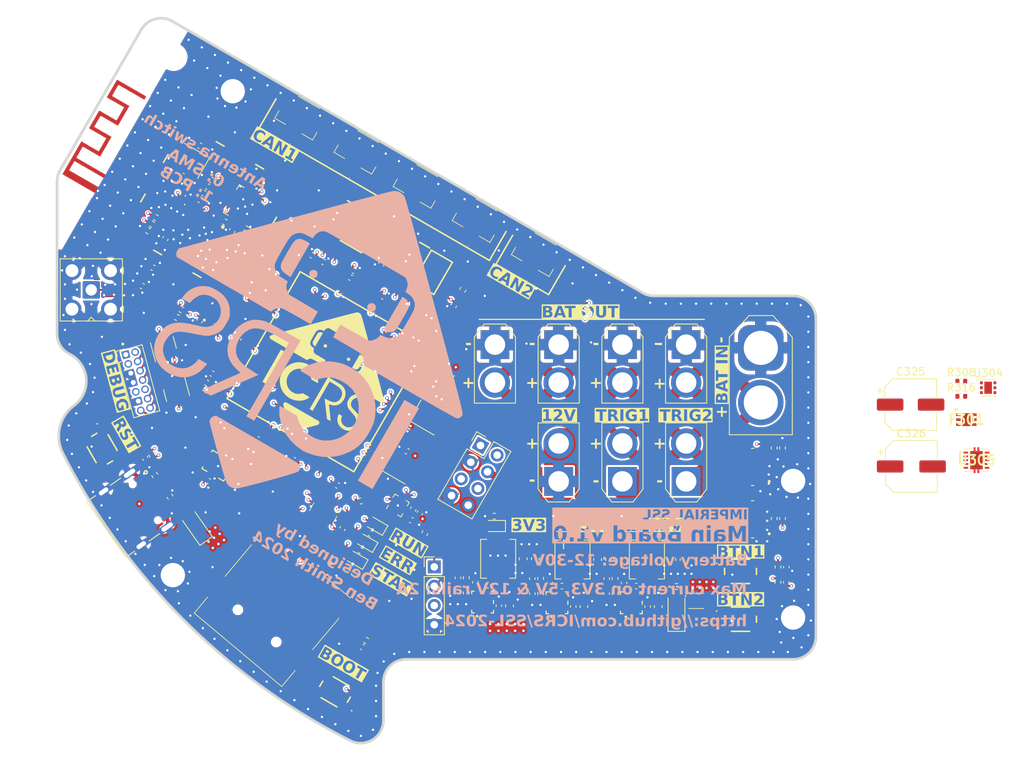
<source format=kicad_pcb>
(kicad_pcb (version 20240108) (generator "pcbnew") (generator_version "8.0")
  (layers (0 "F.Cu" signal) (1 "In1.Cu" signal) (2 "In2.Cu" signal) (31 "B.Cu" signal) (34 "B.Paste" user) (35 "F.Paste" user) (36 "B.SilkS" user "B.Silkscreen") (37 "F.SilkS" user "F.Silkscreen") (38 "B.Mask" user) (39 "F.Mask" user) (44 "Edge.Cuts" user))
  (net 0 "")
  (net 1 "GND")
  (net 2 "+5V")
  (net 3 "+3.3V")
  (net 15 "Net-(Q302-D_1)")
  (net 16 "Net-(U305-OVP)")
  (net 24 "VBUS")
  (net 25 "/Microcontroller/LEDR_K")
  (net 26 "/Microcontroller/LEDG_K")
  (net 27 "/Microcontroller/LEDB_K")
  (net 28 "/Microcontroller/CC1")
  (net 29 "/Microcontroller/CC2")
  (net 32 "/Power/RP_PMOS_G")
  (net 33 "/Microcontroller/DAT2")
  (net 34 "/Microcontroller/DAT3")
  (net 35 "/Microcontroller/CMD")
  (net 36 "/Microcontroller/CLK")
  (net 37 "/Microcontroller/DAT0")
  (net 38 "/Microcontroller/DAT1")
  (net 40 "/Wireless/DVDD")
  (net 41 "/Wireless/ANT2_50")
  (net 42 "/Wireless/VDD_PA")
  (net 43 "/Wireless/XC1")
  (net 44 "/Wireless/XC2")
  (net 45 "/Wireless/ANT2")
  (net 46 "/Wireless/ANT1")
  (net 47 "/Wireless/IREF")
  (net 48 "/Wireless/ANT_PCB")
  (net 49 "/Wireless/ANT_F1")
  (net 50 "/Wireless/ANT_F2")
  (net 51 "/Wireless/ANT_SMA")
  (net 52 "/Microcontroller/SDMMC2_CD")
  (net 53 "/Microcontroller/SDMMC2_D2")
  (net 54 "/Microcontroller/SDMMC2_D3")
  (net 55 "/Microcontroller/SDMMC2_CMD")
  (net 56 "/Microcontroller/SDMMC2_CLK")
  (net 57 "/Microcontroller/SDMMC2_D0")
  (net 58 "/Microcontroller/SDMMC2_D1")
  (net 59 "/Microcontroller/USB_DP")
  (net 60 "/Microcontroller/USB_DN")
  (net 61 "/Wireless/TXEN")
  (net 62 "/Wireless/RXEN")
  (net 63 "/Wireless/VCTL")
  (net 64 "/Wireless/RF2")
  (net 66 "/Microcontroller/CAN1_SILENT")
  (net 67 "/Microcontroller/CAN2_SILENT")
  (net 68 "/Microcontroller/MAG_C1")
  (net 69 "VBAT")
  (net 70 "/Power/VCC_5V")
  (net 71 "/Power/SW_5V")
  (net 72 "/Power/BOOT_5V")
  (net 73 "/Power/VCC_3V3")
  (net 74 "/Power/SW_3V3")
  (net 75 "/Power/BOOT_3V3")
  (net 76 "/Power/FV_5V")
  (net 77 "/Power/FV_3V3")
  (net 80 "/Microcontroller/OSC_32")
  (net 81 "/Microcontroller/OSC")
  (net 82 "/Microcontroller/NRST")
  (net 83 "/Microcontroller/BTN1")
  (net 84 "/Microcontroller/BOOT")
  (net 85 "/Microcontroller/BTN2")
  (net 86 "/Microcontroller/LEDR")
  (net 87 "/Microcontroller/LEDG")
  (net 88 "/Microcontroller/LEDB")
  (net 89 "/Microcontroller/CAN1_TX")
  (net 90 "/Microcontroller/CAN1_RX")
  (net 91 "/Microcontroller/CAN1_L")
  (net 92 "/Microcontroller/CAN1_H")
  (net 93 "/Microcontroller/CAN2_TX")
  (net 94 "/Microcontroller/CAN2_RX")
  (net 95 "/Microcontroller/CAN2_L")
  (net 96 "/Microcontroller/CAN2_H")
  (net 99 "/Microcontroller/SWDIO")
  (net 100 "/Microcontroller/SWCLK")
  (net 101 "/Microcontroller/SWO")
  (net 104 "/Microcontroller/USART1_RX")
  (net 105 "/Microcontroller/USART1_TX")
  (net 106 "/Microcontroller/I2C1_SDA")
  (net 107 "/Microcontroller/I2C1_SCL")
  (net 108 "/Power/TRIG1_D")
  (net 109 "/Power/TRIG2_D")
  (net 110 "/Power/TRIG1_G")
  (net 111 "/Power/TRIG2_G")
  (net 112 "/Microcontroller/NRF24_CE")
  (net 121 "/Microcontroller/SPI4_SCK")
  (net 122 "/Microcontroller/MAG_INT")
  (net 123 "/Microcontroller/MAG_DRDY")
  (net 124 "/Microcontroller/SPI4_MISO")
  (net 125 "/Microcontroller/SPI4_CS")
  (net 126 "/Microcontroller/SPI4_MOSI")
  (net 127 "/Microcontroller/NRF24_IRQ")
  (net 128 "/Microcontroller/SPI2.MISO")
  (net 129 "/Microcontroller/SPI2.MOSI")
  (net 130 "/Microcontroller/SPI2.SCK")
  (net 131 "/Microcontroller/SPI2.CS")
  (net 134 "/Microcontroller/I2C3_SCL")
  (net 135 "/Microcontroller/I2C3_SDA")
  (net 136 "/Microcontroller/EEPROM_WC")
  (net 137 "/Microcontroller/VDDA")
  (net 138 "/Microcontroller/VREF+")
  (net 139 "/Microcontroller/VCAP1")
  (net 140 "/Microcontroller/VCAP2")
  (net 141 "VSYS")
  (net 142 "/Wireless/RFC")
  (net 143 "/Microcontroller/NRF24_MODE")
  (net 144 "/Microcontroller/SPI3_CS")
  (net 145 "/Microcontroller/SPI3_SCK")
  (net 146 "/Microcontroller/SPI3_MISO")
  (net 147 "/Microcontroller/SPI3_MOSI")
  (net 150 "/Microcontroller/IMU_INT1")
  (net 151 "/Microcontroller/IMU_INT2")
  (net 154 "+12V")
  (net 156 "/Power/VCC_12V")
  (net 157 "/Power/SW_12V")
  (net 158 "/Power/BOOT_12V")
  (net 159 "/Power/FV_12V")
  (net 160 "/Microcontroller/TRIG1")
  (net 161 "/Microcontroller/TRIG2")
  (net 162 "/Microcontroller/GPIO1")
  (net 163 "/Microcontroller/GPIO2")
  (net 164 "/Microcontroller/GPIO3")
  (net 165 "/Microcontroller/GPIO4")
  (net 166 "/Power/LED12V")
  (net 167 "/Power/LED5V")
  (net 168 "/Power/LED3V3")
  (footprint "Capacitor_SMD:C_0402_1005Metric" (layer "F.Cu") (at 170.568779 119.491547 180)
    (property "Reference" "C312" (hide yes))
    (property "Value" "100n")
  )
  (footprint "Capacitor_SMD:C_0402_1005Metric" (layer "F.Cu") (at 120.553997 65.453539 -30)
    (property "Reference" "C410" (hide yes))
    (property "Value" "22p")
  )
  (footprint "LED_SMD:LED_0603_1608Metric" (layer "F.Cu") (at 170.648917 111.57277 180)
    (property "Reference" "D302" (hide yes))
    (property "Value" "Green")
  )
  (footprint "SSL Footprints:SOIC127P600X175-8N" (layer "F.Cu") (at 144.002004 72.640398 -30)
    (property "Reference" "IC202" (hide yes))
    (property "Value" "TJA1057GT/3" (hide yes))
  )
  (footprint "Inductor_SMD:L_Chilisin_BMRA00040420" (layer "F.Cu") (at 171.968782 115.991549 90)
    (property "Reference" "L305" (hide yes))
    (property "Value" "4u7")
  )
  (footprint "Package_LGA:LGA-12_2x2mm_P0.5mm" (layer "F.Cu") (at 148.950974 108.868533 60)
    (property "Reference" "U206" (hide yes))
    (property "Value" "LIS3MDL")
  )
  (footprint "Capacitor_SMD:C_0402_1005Metric" (layer "F.Cu") (at 153.203858 92.502314 60)
    (property "Reference" "C218" (hide yes))
    (property "Value" "100n")
  )
  (footprint "Capacitor_SMD:C_0402_1005Metric" (layer "F.Cu") (at 130.713034 82.057571 60)
    (property "Reference" "C206" (hide yes))
    (property "Value" "100n")
  )
  (footprint "Capacitor_SMD:C_0402_1005Metric" (layer "F.Cu") (at 141.644052 111.924494 60)
    (property "Reference" "C222" (hide yes))
    (property "Value" "10u")
  )
  (footprint "Resistor_SMD:R_0402_1005Metric" (layer "F.Cu") (at 144.035963 114.806577 -30)
    (property "Reference" "R211" (hide yes))
    (property "Value" "2k7")
  )
  (footprint "Capacitor_SMD:C_0402_1005Metric" (layer "F.Cu") (at 200.142365 116.98155 -90)
    (property "Reference" "C204" (hide yes))
    (property "Value" "10n")
  )
  (footprint "Resistor_SMD:R_0402_1005Metric" (layer "F.Cu") (at 119.838422 84.092957 -30)
    (property "Reference" "R214" (hide yes))
    (property "Value" "4k7")
  )
  (footprint "SSL Footprints:TS204225WT160SMTTRMSL" (layer "F.Cu") (at 194.107758 117.554686)
    (property "Reference" "S201" (hide yes))
    (property "Value" "TS20-42-25-WT-160-SMT-TR" (hide yes))
  )
  (footprint "Resistor_SMD:R_0402_1005Metric" (layer "F.Cu") (at 152.499502 112.522309 -120)
    (property "Reference" "R204" (hide yes))
    (property "Value" "4k7")
  )
  (footprint "Resistor_SMD:R_0402_1005Metric" (layer "F.Cu") (at 116.54419 71.798726 -30)
    (property "Reference" "R404" (hide yes))
    (property "Value" "1k")
  )
  (footprint "Capacitor_SMD:C_0402_1005Metric" (layer "F.Cu") (at 181.868779 122.191548 90)
    (property "Reference" "C302" (hide yes))
    (property "Value" "100n")
  )
  (footprint "Capacitor_SMD:C_0402_1005Metric" (layer "F.Cu") (at 180.368779 119.491549 180)
    (property "Reference" "C304" (hide yes))
    (property "Value" "100n")
  )
  (footprint "Capacitor_SMD:C_0402_1005Metric" (layer "F.Cu") (at 127.034056 106.029745 -120)
    (property "Reference" "C229" (hide yes))
    (property "Value" "100n")
  )
  (footprint "Capacitor_SMD:C_0402_1005Metric" (layer "F.Cu") (at 120.633179 67.866388 -120)
    (property "Reference" "C408" (hide yes))
    (property "Value" "10n")
  )
  (footprint "Capacitor_SMD:C_0603_1608Metric" (layer "F.Cu") (at 165.468782 115.891547 -90)
    (property "Reference" "C319" (hide yes))
    (property "Value" "22u")
  )
  (footprint "Resistor_SMD:R_0402_1005Metric" (layer "F.Cu") (at 167.768782 120.49155 -90)
    (property "Reference" "R309" (hide yes))
    (property "Value" "12k4")
  )
  (footprint "Capacitor_SMD:C_0402_1005Metric" (layer "F.Cu") (at 115.666182 102.65257 -60)
    (property "Reference" "C203" (hide yes))
    (property "Value" "10n")
  )
  (footprint "Resistor_SMD:R_0402_1005Metric" (layer "F.Cu") (at 199.642364 110.591543 -90)
    (property "Reference" "R312" (hide yes))
    (property "Value" "10R")
  )
  (footprint "Package_TO_SOT_SMD:SOT-23-6" (layer "F.Cu") (at 118.048227 87.793658 105)
    (property "Reference" "U202" (hide yes))
    (property "Value" "USBLC6-4SC6")
  )
  (footprint "Capacitor_SMD:C_0402_1005Metric" (layer "F.Cu") (at 156.86878 118.411548 -90)
    (property "Reference" "C308" (hide yes))
    (property "Value" "100p")
  )
  (footprint "Resistor_SMD:R_0402_1005Metric" (layer "F.Cu") (at 125.633864 77.854945 60)
    (property "Reference" "R407" (hide yes))
    (property "Value" "22k")
  )
  (footprint "Package_SON:WSON-6-1EP_2x2mm_P0.65mm_EP1x1.6mm" (layer "F.Cu") (at 226.74 93.35)
    (property "Reference" "U304")
    (property "Value" "TVS2700DRV")
  )
  (footprint "Package_DFN_QFN:QFN-20-1EP_4x4mm_P0.5mm_EP2.5x2.5mm" (layer "F.Cu") (at 128.824779 69.478121 150)
    (property "Reference" "U401" (hide yes))
    (property "Value" "NRF24L01")
  )
  (footprint "SSL Footprints:ICRS_20mm" (layer "F.Cu") (at 139.615143 91.238665 -30)
    (property "Reference" "G***" (hide yes))
    (property "Value" "LOGO" (hide yes))
  )
  (footprint "SSL Footprints:SKY13453385LF" (layer "F.Cu") (at 121.542028 69.892219 -30)
    (property "Reference" "S401" (hide yes))
    (property "Value" "SKY13453-385LF" (hide yes))
  )
  (footprint "Capacitor_SMD:C_0402_1005Metric" (layer "F.Cu") (at 150.983028 109.348917 60)
    (property "Reference" "C228" (hide yes))
    (property "Value" "100n")
  )
  (footprint "Capacitor_SMD:C_0402_1005Metric" (layer "F.Cu") (at 172.068777 122.191542 90)
    (property "Reference" "C321" (hide yes))
    (property "Value" "100n")
  )
  (footprint "Capacitor_SMD:C_0603_1608Metric" (layer "F.Cu") (at 183.268781 122.191547 90)
    (property "Reference" "C301" (hide yes))
    (property "Value" "2u2")
  )
  (footprint "Resistor_SMD:R_0402_1005Metric" (layer "F.Cu") (at 177.568781 118.491549 -90)
    (property "Reference" "R301" (hide yes))
    (property "Value" "120k")
  )
  (footprint "Resistor_SMD:R_0402_1005Metric" (layer "F.Cu") (at 179.648917 110.272763)
    (property "Reference" "R303" (hide yes))
    (property "Value" "22k")
  )
  (footprint "Capacitor_SMD:C_0603_1608Metric" (layer "F.Cu") (at 173.468783 122.191545 90)
    (property "Reference" "C313" (hide yes))
    (property "Value" "2u2")
  )
  (footprint "Connector_PinHeader_2.54mm:PinHeader_2x04_P2.54mm_Vertical" (layer "F.Cu") (at 159.838181 100.963152 -30)
    (property "Reference" "J204" (hide yes))
    (property "Value" "Conn_02x04_Odd_Even")
  )
  (footprint "Capacitor_SMD:C_0402_1005Metric" (layer "F.Cu") (at 129.847007 81.557576 60)
    (property "Reference" "C208" (hide yes))
    (property "Value" "100n")
  )
  (footprint "Connector_PinHeader_1.27mm:PinHeader_2x07_P1.27mm_Vertical" (layer "F.Cu") (at 113.098797 88.982119 15)
    (property "Reference" "J205" (hide yes))
    (property "Value" "Conn_ST_STDC14")
  )
  (footprint "Resistor_SMD:R_0402_1005Metric" (layer "F.Cu") (at 126.14895 71.512797 -30)
    (property "Reference" "R401" (hide yes))
    (property "Value" "22k")
  )
  (footprint "SSL Footprints:Texas_SWRA117D_2.4GHz_Right" (layer "F.Cu") (at 110.47705 65.582319 60)
    (property "Reference" "AE401" (hide yes))
    (property "Value" "Antenna")
  )
  (footprint "Capacitor_SMD:C_0402_1005Metric" (layer "F.Cu") (at 115.27495 79.957124 150)
    (property "Reference" "C417" (hide yes))
    (property "Value" "1p5")
  )
  (footprint "Resistor_SMD:R_0402_1005Metric" (layer "F.Cu") (at 177.568783 120.491547 -90)
    (property "Reference" "R302" (hide yes))
    (property "Value" "11k")
  )
  (footprint "Inductor_SMD:L_0402_1005Metric" (layer "F.Cu") (at 124.899079 68.07764 60)
    (property "Reference" "L401" (hide yes))
    (property "Value" "3n9")
  )
  (footprint "SSL Footprints:SMS202F" (layer "F.Cu") (at 124.007328 69.872187 -30)
    (property "Reference" "SH401" (hide yes))
    (property "Value" "SMS-202F" (hide yes))
  )
  (footprint "Resistor_SMD:R_0402_1005Metric" (layer "F.Cu") (at 147.985722 74.940399 -120)
    (property "Reference" "R209" (hide yes))
    (property "Value" "120R")
  )
  (footprint "Capacitor_SMD:C_0402_1005Metric" (layer "F.Cu") (at 120.910677 75.185748 -120)
    (property "Reference" "C414" (hide yes))
    (property "Value" "1p5")
  )
  (footprint "Capacitor_SMD:C_0402_1005Metric" (layer "F.Cu") (at 128.57382 72.9128 150)
    (property "Reference" "C407" (hide yes))
    (property "Value" "33n")
  )
  (footprint "SSL Footprints:LMR43620MB5RPER_TEX" (layer "F.Cu") (at 169.92123 121.691548 90)
    (property "Reference" "U301" (hide yes))
    (property "Value" "LMR43620MB5RPER")
  )
  (footprint "Inductor_SMD:L_Chilisin_BMRA00040420" (layer "F.Cu") (at 181.768782 115.991547 90)
    (property "Reference" "L301" (hide yes))
    (property "Value" "4u7")
  )
  (footprint "SSL Footprints:SON65P200X200X80-7N" (layer "F.Cu") (at 223.875 97.555)
    (property "Reference" "F301")
    (property "Value" "TPS25961DRVR" (hide yes))
  )
  (footprint "Capacitor_SMD:C_0603_1608Metric" (layer "F.Cu") (at 167.068782 115.891544 -90)
    (property "Reference" "C320" (hide yes))
    (property "Value" "22u")
  )
  (footprint "Resistor_SMD:R_0402_1005Metric" (layer "F.Cu") (at 157.512002 80.440397 -120)
    (property "Reference" "R208" (hide yes))
    (property "Value" "120R")
  )
  (footprint "Resistor_SMD:R_0402_1005Metric" (layer "F.Cu") (at 157.968779 118.39155 -90)
    (property "Reference" "R310" (hide yes))
    (property "Value" "33k")
  )
  (footprint "Capacitor_SMD:C_0603_1608Metric" (layer "F.Cu") (at 175.268778 115.991547 -90)
    (property "Reference" "C314" (hide yes))
    (property "Value" "22u")
  )
  (footprint "Capacitor_SMD:C_0402_1005Metric" (layer "F.Cu") (at 128.07382 73.778823 150)
    (property "Reference" "C401" (hide yes))
    (property "Value" "10n")
  )
  (footprint "Capacitor_SMD:C_0603_1608Metric" (layer "F.Cu") (at 176.868784 115.991549 -90)
    (property "Reference" "C315" (hide yes))
    (property "Value" "22u")
  )
  (footprint "Capacitor_SMD:C_0402_1005Metric" (layer "F.Cu") (at 127.963031 86.820709 60)
    (property "Reference" "C207" (hide yes))
    (property "Value" "100n")
  )
  (footprint "Capacitor_SMD:C_0402_1005Metric" (layer "F.Cu") (at 124.009187 105.668977 -30)
    (property "Reference" "C225" (hide yes))
    (property "Value" "100n")
  )
  (footprint "Resistor_SMD:R_0402_1005Metric" (layer "F.Cu") (at 125.465228 63.49703 60)
    (property "Reference" "R402" (hide yes))
    (property "Value" "1M")
  )
  (footprint "Resistor_SMD:R_0402_1005Metric" (layer "F.Cu") (at 198.542362 101.291548 90)
    (property "Reference" "R313" (hide yes))
    (property "Value" "10R")
  )
  (footprint "Capacitor_SMD:C_0402_1005Metric" (layer "F.Cu") (at 150.716038 110.811353 -30)
    (property "Reference" "C231" (hide yes))
    (property "Value" "100n")
  )
  (footprint "Resistor_SMD:R_0402_1005Metric" (layer "F.Cu") (at 116.915184 104.844126 125)
    (property "Reference" "R201" (hide yes))
    (property "Value" "5k1")
  )
  (footprint "Capacitor_SMD:C_0603_1608Metric" (layer "F.Cu") (at 186.668779 115.991549 -90)
    (property "Reference" "C305" (hide yes))
    (property "Value" "22u")
  )
  (footprint "Capacitor_SMD:C_0402_1005Metric" (layer "F.Cu") (at 154.552897 93.165715 -120)
    (property "Reference" "C235" (hide yes))
    (property "Value" "100n")
  )
  (footprint "Capacitor_SMD:C_0603_1608Metric" (layer "F.Cu") (at 163.668779 122.091552 90)
    (property "Reference" "C316" (hide yes))
    (property "Value" "2u2")
  )
  (footprint "Capacitor_SMD:C_0402_1005Metric" (layer "F.Cu") (at 124.456814 91.493662 150)
    (property "Reference" "C238" (hide yes))
    (property "Value" "100n")
  )
  (footprint "LED_SMD:LED_0603_1608Metric" (layer "F.Cu") (at 161.648919 111.572766 180)
    (property "Reference" "D304" (hide yes))
    (property "Value" "Green")
  )
  (footprint "Resistor_SMD:R_0402_1005Metric" (layer "F.Cu") (at 223.205 94.485)
    (property "Reference" "R316")
    (property "Value" "49k9")
  )
  (footprint "Connector_AMASS:AMASS_XT30U-F_1x02_P5.0mm_Vertical" (layer "F.Cu") (at 186.942364 105.691544 90)
    (property "Reference" "J310" (hide yes))
    (property "Value" "Conn_01x02")
  )
  (footprint "SSL Footprints:BMI270_BOS" (layer "F.Cu") (at 125.252486 103.615517 -30)
    (property "Reference" "U204" (hide yes))
    (property "Value" "BMI270" (hide yes))
  )
  (footprint "Inductor_SMD:L_0402_1005Metric" (layer "F.Cu") (at 125.899076 66.345591 60)
    (property "Reference" "L404" (hide yes))
    (property "Value" "2n7")
  )
  (footprint "Diode_SMD:D_MiniMELF" (layer "F.Cu") (at 185.66878 122.797588 90)
    (property "Reference" "D303" (hide yes))
    (property "Value" "ZMM10V")
  )
  (footprint "Capacitor_SMD:CP_Elec_6.3x5.9" (layer "F.Cu") (at 216.625 103.725)
    (property "Reference" "C326")
    (property "Value" "100u")
  )
  (footprint "SSL Footprints:SM02BGHSTBLFSN" (layer "F.Cu") (at 167.144759 75.955977 150)
    (property "Reference" "J212" (hide yes))
    (property "Value" "SM02B-GHS-TB_LF__SN_" (hide yes))
  )
  (footprint "Inductor_SMD:L_0402_1005Metric" (layer "F.Cu") (at 126.2651 67.711613 60)
    (property "Reference" "L403" (hide yes))
    (property "Value" "8n2")
  )
  (footprint "SSL Footprints:QFN50P300X300X60-17N-D" (layer "F.Cu") (at 123.636514 73.064463 -120)
    (property "Reference" "U402" (hide yes))
    (property "Value" "RFX2401C" (hide yes))
  )
  (footprint "SSL Footprints:SMA_Amphenol_901-143_Horizontal" (layer "F.Cu") (at 108.542523 80.458018 90)
    (property "Reference" "J401" (hide yes))
    (property "Value" "Conn_Coaxial")
  )
  (footprint "Capacitor_SMD:CP_Elec_6.3x7.7" (layer "F.Cu") (at 216.525 95.575)
    (property "Reference" "C325")
    (property "Value" "100u")
  )
  (footprint "Package_TO_SOT_SMD:SOT-23-6" (layer "F.Cu") (at 119.781942 93.990774 -75)
    (property "Reference" "U203" (hide yes))
    (property "Value" "USBLC6-4SC6")
  )
  (footprint "Capacitor_SMD:C_0402_1005Metric" (layer "F.Cu") (at 150.185912 101.729561 150)
    (property "Reference" "C202" (hide yes))
    (property "Value" "100n")
  )
  (footprint "SSL Footprints:SM02BGHSTBLFSN" (layer "F.Cu") (at 159.350529 71.455976 150)
    (property "Reference" "J211" (hide yes))
    (property "Value" "SM02B-GHS-TB_LF__SN_" (hide yes))
  )
  (footprint "SSL Footprints:MEM20750014001A" (layer "F.Cu") (at 132.842384 121.969427 -40)
    (property "Reference" "J201" (hide yes))
    (property "Value" "MEM2075-00-140-01-A" (hide yes))
  )
  (footprint "Capacitor_SMD:C_0402_1005Metric" (layer "F.Cu") (at 139.183354 76.786552 -30)
    (property "Reference" "C237" (hide yes))
    (property "Value" "100n")
  )
  (footprint "Capacitor_SMD:C_0402_1005Metric" (layer "F.Cu") (at 137.624505 75.88655 150)
    (property "Reference" "C214" (hide yes))
    (property "Value" "100n")
  )
  (footprint "SSL Footprints:SM02BGHSTBLFSN" (layer "F.Cu") (at 143.76207 62.455977 150)
    (property "Reference" "J209" (hide yes))
    (property "Value" "SM02B-GHS-TB_LF__SN_" (hide yes))
  )
  (footprint "Capacitor_SMD:C_0402_1005Metric" (layer "F.Cu") (at 156.868777 120.391547 -90)
    (property "Reference" "C323" (hide yes))
    (property "Value" "1n")
  )
  (footprint "Capacitor_SMD:C_0402_1005Metric" (layer "F.Cu") (at 123.875042 66.851328 -30)
    (property "Reference" "C404" (hide yes))
    (property "Value" "2n2")
  )
  (footprint "Capacitor_SMD:C_0402_1005Metric" (layer "F.Cu") (at 122.813294 84.540326 -120)
    (property "Reference" "C232" (hide yes))
    (property "Value" "100n")
  )
  (footprint "Connector_PinHeader_2.54mm:PinHeader_1x04_P2.54mm_Vertical" (layer "F.Cu") (at 153.747828 116.960131)
    (property "Reference" "J207" (hide yes))
    (property "Value" "Conn_01x04")
  )
  (footprint "Capacitor_SMD:C_0402_1005Metric" (layer "F.Cu") (at 156.312001 82.518859 -120)
    (property "Reference" "C223" (hide yes))
    (property "Value" "100n")
  )
  (footprint "Capacitor_SMD:C_0402_1005Metric" (layer "F.Cu") (at 155.418922 93.665717 -120)
    (property "Reference" "C236" (hide yes))
    (property "Value" "1u")
  )
  (footprint "Resistor_SMD:R_0402_1005Metric" (layer "F.Cu") (at 120.433419 83.062385 -30)
    (property "Reference" "R215" (hide yes))
    (property "Value" "4k7")
  )
  (footprint "Capacitor_SMD:C_0402_1005Metric" (layer "F.Cu") (at 123.756815 92.706098 150)
    (property "Reference" "C209" (hide yes))
    (property "Value" "100n")
  )
  (footprint "SSL Footprints:SOIC127P600X175-8N" (layer "F.Cu") (at 153.528284 78.140398 -30)
    (property "Reference" "IC203" (hide yes))
    (property "Value" "TJA1057GT/3" (hide yes))
  )
  (footprint "Capacitor_SMD:C_0402_1005Metric" (layer "F.Cu") (at 144.273585 127.530001 -30)
    (property "Reference" "C220" (hide yes))
    (property "Value" "10n")
  )
  (footprint "Capacitor_SMD:C_0402_1005Metric" (layer "F.Cu") (at 155.119883 91.183663 60)
    (property "Reference" "C234" (hide yes))
    (property "Value" "1u")
  )
  (footprint "SSL Footprints:QFP50P2200X2200X160-144N" (layer "F.Cu") (at 139.615143 91.238665 150)
    (property "Reference" "U201" (hide yes))
    (property "Value" "STM32H723ZGT6" (hide yes))
  )
  (footprint "Resistor_SMD:R_0402_1005Metric" (layer "F.Cu") (at 157.968781 120.391549 -90)
    (property "Reference" "R311" (hide yes))
    (property "Value" "14k3")
  )
  (footprint "Connector_AMASS:AMASS_XT30U-F_1x02_P5.0mm_Vertical" (layer "F.Cu") (at 178.542361 105.691548 90)
    (property "Reference" "J309" (hide yes))
    (property "Value" "Conn_01x02")
  )
  (footprint "Resistor_SMD:R_0402_1005Metric" (layer "F.Cu") (at 198.542363 110.591547 -90)
    (property "Reference" "R315" (hide yes))
    (property "Value" "10k")
  )
  (footprint "Capacitor_SMD:C_0402_1005Metric" (layer "F.Cu") (at 127.111382 72.645808 60)
    (property "Reference" "C406" (hide yes))
    (property "Value" "1n")
  )
  (footprint "Capacitor_SMD:C_0402_1005Metric" (layer "F.Cu") (at 176.468781 120.491547 -90)
    (property "Reference" "C310" (hide yes))
    (property "Value" "1n")
  )
  (footprint "Connector_AMASS:AMASS_XT30U-F_1x02_P5.0mm_Vertical" (layer "F.Cu") (at 170.142366 105.691551 90)
    (property "Reference" "J302" (hide yes))
    (property "Value" "Conn_01x02")
  )
  (footprint "Capacitor_SMD:C_0402_1005Metric" (layer "F.Cu") (at 149.631169 75.890398 60)
    (property "Reference" "C227" (hide yes))
    (property "Value" "100n")
  )
  (footprint "Capacitor_SMD:C_0402_1005Metric" (layer "F.Cu") (at 122.875036 68.583377 150)
    (property "Reference" "C403" (hide yes))
    (property "Value" "1p")
  )
  (footprint "Inductor_SMD:L_0402_1005Metric" (layer "F.Cu") (at 115.541933 78.49469 60)
    (property "Reference" "L405" (hide yes))
    (property "Value" "2n4")
  )
  (footprint "Resistor_SMD:R_0402_1005Metric" (layer "F.Cu") (at 144.021045 108.286169 15)
    (property "Reference" "R203" (hide yes))
    (property "Value" "4k7")
  )
  (footprint "Capacitor_SMD:C_0603_1608Metric" (layer "F.Cu") (at 185.068781 115.991546 -90)
    (property "Reference" "C306" (hide yes))
    (property "Value" "22u")
  )
  (footprint "Resistor_SMD:R_0402_1005Metric" (layer "F.Cu") (at 199.042362 116.981544 -90)
    (property "Reference" "R206" (hide yes))
    (property "Value" "10k")
  )
  (footprint "Capacitor_SMD:C_0402_1005Metric" (layer "F.Cu") (at 154.253862 90.683664 60)
    (property "Reference" "C233" (hide yes))
    (property "Value" "100n")
  )
  (footprint "Oscillator:Oscillator_SMD_Abracon_ASE-4Pin_3.2x2.5mm" (layer "F.Cu") (at 121.703998 63.461678 150)
    (property "Reference" "Y402" (hide yes))
    (property "Value" "16M")
  )
  (footprint "Resistor_SMD:R_0402_1005Metric" (layer "F.Cu") (at 170.648917 110.272765)
    (property "Reference" "R304" (hide yes))
    (property "Value" "10k")
  )
  (footprint "Capacitor_SMD:C_0402_1005Metric" (layer "F.Cu") (at 152.693349 84.586552 -30)
    (property "Reference" "C212" (hide yes))
    (property "Value" "100n")
  )
  (footprint "Connector_AMASS:AMASS_XT30U-F_1x02_P5.0mm_Vertical" (layer "F.Cu") (at 178.542368 87.669384 -90)
    (property "Reference" "J306" (hide yes))
    (property "Value" "Conn_01x02")
  )
  (footprint "Resistor_SMD:R_0402_1005Metric" (layer "F.Cu") (at 199.642363 101.291544 90)
    (property "Reference" "R314" (hide yes))
    (property "Value" "10k")
  )
  (footprint "LED_SMD:LED_0603_1608Metric" (layer "F.Cu") (at 145.985968 111.429078 150)
    (property "Reference" "D203" (hide yes))
    (property "Value" "Green")
  )
  (footprint "Capacitor_SMD:C_0402_1005Metric" (layer "F.Cu") (at 121.959716 76.368759 150)
    (property "Reference" "C413" (hide yes))
    (property "Value" "0p3")
  )
  (footprint "Resistor_SMD:R_0402_1005Metric" (layer "F.Cu") (at 185.668783 119.547585 180)
    (property "Reference" "R307" (hide yes))
    (property "Value" "2k2")
  )
  (footprint "Connector_AMASS:AMASS_XT60-M_1x02_P7.20mm_Vertical" (layer "F.Cu") (at 196.782834 88.096321 -90)
    (property "Reference" "J301" (hide yes))
    (property "Value" "Conn_01x02")
  )
  (footprint "Capacitor_SMD:C_0402_1005Metric" (layer "F.Cu") (at 151.84905 109.848917 60)
    (property "Reference" "C230" (hide yes))
    (property "Value" "1u")
  )
  (footprint "Capacitor_SMD:C_0402_1005Metric" (layer "F.Cu") (at 160.768783 119.39155 180)
    (property "Reference" "C318" (hide yes))
    (property "Value" "100n")
  )
  (footprint "Capacitor_SMD:C_0402_1005Metric" (layer "F.Cu") (at 140.999564 106.240775 -30)
    (property "Reference" "C215" (hide yes))
    (property "Value" "100n")
  )
  (footprint "Capacitor_SMD:C_0402_1005Metric" (layer "F.Cu") (at 149.727257 98.323971 -120)
    (property "Reference" "C213" (hide yes))
    (property "Value" "100n")
  )
  (footprint "SSL Footprints:LMR43620MB5RPER_TEX" (layer "F.Cu") (at 179.721229 121.691547 90)
    (property "Reference" "U303" (hide yes))
    (property "Value" "LMR43620MB5RPER")
  )
  (footprint "Inductor_SMD:L_0402_1005Metric" (layer "F.Cu") (at 119.361639 74.868757 -30)
    (property "Reference" "L402" (hide yes))
    (property "Value" "2n4")
  )
  (footprint "Capacitor_SMD:C_0402_1005Metric" (layer "F.Cu") (at 125.524778 75.19389 60)
    (property "Reference" "C409" (hide yes))
    (property "Value" "1u")
  )
  (footprint "Capacitor_SMD:C_0402_1005Metric" (layer "F.Cu") (at 168.968782 119.091552 90)
    (property "Reference" "C311" (hide yes))
    (property "Value" "1u")
  )
  (footprint "SSL Footprints:TS204225WT160SMTTRMSL" (layer "F.Cu") (at 140.667704 133.415576 150)
    (property "Reference" "S202" (hide yes))
    (property "Value" "TS20-42-25-WT-160-SMT-TR" (hide yes))
  )
  (footprint "Capacitor_SMD:C_0402_1005Metric" (layer "F.Cu") (at 166.66878 120.491545 -90)
    (property "Reference" "C324" (hide yes))
    (property "Value" "1n")
  )
  (footprint "SSL Footprints:LMR43620MB5RPER_TEX" (layer "F.Cu") (at 160.121231 121.591548 90)
    (property "Reference" "U302" (hide yes))
    (property "Value" "LMR43620MB5RPER")
  )
  (footprint "Capacitor_SMD:C_0402_1005Metric" (layer "F.Cu") (at 200.142365 118.991545 90)
    (property "Reference" "C221" (hide yes))
    (property "Value" "10n")
  )
  (footprint "Resistor_SMD:R_0402_1005Metric" (layer "F.Cu") (at 142.735965 117.05824 -30)
    (property "Reference" "R213" (hide yes))
    (property "Value" "2k7")
  )
  (footprint "SSL Footprints:TS204225WT160SMTTRMSL" (layer "F.Cu") (at 194.107756 123.854689)
    (property "Reference" "S204" (hide yes))
    (property "Value" "TS20-42-25-WT-160-SMT-TR" (hide yes))
  )
  (footprint "SSL Footprints:main_board_outline_v2" (layer "F.Cu") (at 150.049427 92.251879)
    (property "Reference" "OL101" (hide yes))
    (property "Value" "Main_board_outline_v2")
    (fp_line (start -46.00868 -26.078963) (end -46.00868 -6.023402) (stroke (width 0.35)) (layer "Edge.Cuts"))
    (fp_line (start -34.916356 -46.095278) (end -45.606756 -27.578963) (stroke (width 0.35)) (layer "Edge.Cuts"))
    (fp_line (start -30.81828 -47.193354) (end 31.174296 -11.401924) (stroke (width 0.35)) (layer "Edge.Cuts"))
    (fp_line (start -3.00868 39.883252) (end -3.00868 44.928846) (stroke (width 0.35)) (layer "Edge.Cuts"))
    (fp_line (start 32.674296 -11) (end 50.99132 -11) (stroke (width 0.35)) (layer "Edge.Cuts"))
    (fp_line (start 50.99132 36.883252) (end -0.00868 36.883252) (stroke (width 0.35)) (layer "Edge.Cuts"))
    (fp_line (start 53.99132 -8) (end 53.99132 33.883252) (stroke (width 0.35)) (layer "Edge.Cuts"))
    (fp_arc (start -46.00868 -26.078963) (mid -45.906466 -26.855422) (end -45.606756 -27.578963) (stroke (width 0.35)) (layer "Edge.Cuts"))
    (fp_arc (start -45.241243 9.717693) (mid -45.646335 6.311399) (end -43.761 3.445662) (stroke (width 0.35)) (layer "Edge.Cuts"))
    (fp_arc (start -44.353144 -3.341534) (mid -45.561442 -4.447564) (end -46.00868 -6.023402) (stroke (width 0.35)) (layer "Edge.Cuts"))
    (fp_arc (start -44.353144 -3.341534) (mid -42.160897 -0.113366) (end -43.761 3.445662) (stroke (width 0.35)) (layer "Edge.Cuts"))
    (fp_arc (start -34.916356 -46.095278) (mid -33.094744 -47.49308) (end -30.81828 -47.193354) (stroke (width 0.35)) (layer "Edge.Cuts"))
    (fp_arc (start -7.364102 47.605193) (mid -29.328177 31.68612) (end -45.241243 9.717693) (stroke (width 0.35)) (layer "Edge.Cuts"))
    (fp_arc (start -3.00868 39.883252) (mid -2.129988 37.761944) (end -0.00868 36.883252) (stroke (width 0.35)) (layer "Edge.Cuts"))
    (fp_arc (start -3.00868 44.928846) (mid -4.438041 47.484867) (end -7.364102 47.605193) (stroke (width 0.35)) (layer "Edge.Cuts"))
    (fp_arc (start 32.674296 -11) (mid 31.897841 -11.102227) (end 31.174296 -11.401924) (stroke (width 0.35)) (layer "Edge.Cuts"))
    (fp_arc (start 50.99132 -11) (mid 53.112657 -10.121343) (end 53.99132 -8) (stroke (width 0.35)) (layer "Edge.Cuts"))
    (fp_arc (start 53.99132 33.883252) (mid 53.112652 36.004575) (end 50.99132 36.883252) (stroke (width 0.35)) (layer "Edge.Cuts"))
  )
  (footprint "Capacitor_SMD:C_0402_1005Metric" (layer "F.Cu") (at 130.434055 100.140774 150)
    (property "Reference" "C210" (hide yes))
    (property "Value" "100n")
  )
  (footprint "Connector_AMASS:AMASS_XT30U-F_1x02_P5.0mm_Vertical" (layer "F.Cu") (at 186.942364 87.669384 -90)
    (property "Reference" "J305" (hide yes))
    (property "Value" "Conn_01x02")
  )
  (footprint "Capacitor_SMD:C_0402_1005Metric" (layer "F.Cu") (at 143.234057 77.970524 -30)
    (property "Reference" "C219" (hide yes))
    (property "Value" "10u")
  )
  (footprint "Diode_SMD:D_SOD-123" (layer "F.Cu") (at 122.336474 111.623796 125)
    (property "Reference" "D201" (hide yes))
    (property "Value" "SS0540_R1_00001")
  )
  (footprint "Oscillator:Oscillator_SMD_Abracon_ASE-4Pin_3.2x2.5mm" (layer "F.Cu") (at 149.035911 103.721419 -30)
    (property "Reference" "X202" (hide yes))
    (property "Value" "32.768kHz_Clock")
  )
  (footprint "Resistor_SMD:R_0402_1005Metric" (layer "F.Cu") (at 126.581496 78.413606 -120)
    (property "Reference" "R406" (hide yes))
    (property "Value" "22k")
  )
  (footprint "LED_SMD:LED_0603_1608Metric" (layer "F.Cu") (at 179.648922 111.572766 180)
    (property "Reference" "D301" (hide yes))
    (property "Value" "Green")
  )
  (footprint "Resistor_SMD:R_0402_1005Metric" (layer "F.Cu") (at 167.76878 118.491551 -90)
    (property "Reference" "R308" (hide yes))
    (property "Value" "49k9")
  )
  (footprint "Capacitor_SMD:C_0402_1005Metric" (layer "F.Cu") (at 159.168781 118.991548 90)
    (property "Reference" "C317" (hide yes))
    (property "Value" "1u")
  )
  (footprint "Capacitor_SMD:C_0402_1005Metric" (layer "F.Cu") (at 122.853997 61.469821 150)
    (property "Reference" "C411" (hide yes))
    (property "Value" "22p")
  )
  (footprint "Resistor_SMD:R_0402_1005Metric" (layer "F.Cu") (at 144.773586 126.663978 150)
    (property "Reference" "R207" (hide yes))
    (property "Value" "10k")
  )
  (footprint "Capacitor_SMD:C_0402_1005Metric" (layer "F.Cu") (at 162.268781 122.091548 90)
    (property "Reference" "C322" (hide yes))
    (property "Value" "100n")
  )
  (footprint "Resistor_SMD:R_0402_1005Metric" (layer "F.Cu") (at 199.042364 118.981551 90)
    (property "Reference" "R210" (hide yes))
    (property "Value" "10k")
  )
  (footprint "Capacitor_SMD:C_0402_1005Metric" (layer "F.Cu") (at 126.707796 74.14485 150)
    (property "Reference" "C412" (hide yes))
    (property "Value" "220p")
  )
  (footprint "Connector_AMASS:AMASS_XT30U-F_1x02_P5.0mm_Vertical" (layer "F.Cu") (at 170.142369 87.669385 -90)
    (property "Reference" "J307" (hide yes))
    (property "Value" "Conn_01x02")
  )
  (footprint "Capacitor_SMD:C_0402_1005Metric" (layer "F.Cu") (at 129.934056 101.0068 150)
    (property "Reference" "C211" (hide yes))
    (property "Value" "10u")
  )
  (footprint "Capacitor_SMD:C_0402_1005Metric" (layer "F.Cu") (at 166.66878 118.511548 -90)
    (property "Reference" "C309" (hide yes))
    (property "Value" "100p")
  )
  (footprint "SSL Footprints:TRANS_NVMFS5834NLWFT1G" (layer "F.Cu") (at 193.942366 110.691547 180)
    (property "Reference" "T302" (hide yes))
    (property "Value" "NVMFS4C05NT1G" (hide yes))
  )
  (footprint "Capacitor_SMD:C_0402_1005Metric" (layer "F.Cu") (at 154.022513 95.284364 150)
    (property "Reference" "C201" (hide yes))
    (property "Value" "100n")
  )
  (footprint "SSL Footprints:HRO_TYPE-C-31-M-12" (layer "F.Cu") (at 112.651166 110.553014 -55)
    (property "Reference" "J203" (hide yes))
    (property "Value" "TYPE-C-31-M-12" (hide yes))
  )
  (footprint "SSL Footprints:TPS74901DRCR" (layer "F.Cu") (at 225.2 102.9)
    (property "Reference" "U305")
    (property "Value" "TPS16416DRCR" (hide yes))
  )
  (footprint "SSL Footprints:SM02BGHSTBLFSN" (layer "F.Cu") (at 135.967842 57.955978 150)
    (property "Reference" "J208" (hide yes))
    (property "Value" "SM02B-GHS-TB_LF__SN_" (hide yes))
  )
  (footprint "SSL Footprints:TS204225WT160SMTTRMSL" (layer "F.Cu") (at 109.975024 101.376861 -60)
    (property "Reference" "S203" (hide yes))
    (property "Value" "TS20-42-25-WT-160-SMT-TR" (hide yes))
  )
  (footprint "LED_SMD:LED_0603_1608Metric" (layer "F.Cu") (at 144.675141 113.67449 150)
    (property "Reference" "D202" (hide yes))
    (property "Value" "Red")
  )
  (footprint "Capacitor_SMD:C_0402_1005Metric" (layer "F.Cu") (at 140.018286 70.340397 60)
    (property "Reference" "C226" (hide yes))
    (property "Value" "100n")
  )
  (footprint "Capacitor_SMD:C_0402_1005Metric" (layer "F.Cu") (at 142.734055 78.836549 -30)
    (property "Reference" "C205" (hide yes))
    (property "Value" "100n")
  )
  (footprint "Resistor_SMD:R_0402_1005Metric" (layer "F.Cu") (at 145.335966 112.554907 -30)
    (property "Reference" "R212" (hide yes))
    (property "Value" "2k7")
  )
  (footprint "Resistor_SMD:R_0402_1005Metric" (layer "F.Cu") (at 117.04419 70.932701 -30)
    (property "Reference" "R403" (hide yes))
    (property "Value" "1k")
  )
  (footprint "Capacitor_SMD:C_0402_1005Metric" (layer "F.Cu") (at 116.674945 77.53225 150)
    (property "Reference" "C416" (hide yes))
    (property "Value" "1p5")
  )
  (footprint "SSL Footprints:DMP2066UFDE7" (layer "F.Cu") (at 188.26878 121.447586 -90)
    (property "Reference" "Q302" (hide yes))
    (property "Value" "DMP3028LFDE" (hide yes))
  )
  (footprint "Capacitor_SMD:C_0402_1005Metric" (layer "F.Cu") (at 135.197197 102.890777 150)
    (property "Reference" "C216" (hide yes))
    (property "Value" "100n")
  )
  (footprint "SSL Footprints:SM02BGHSTBLFSN" (layer "F.Cu") (at 151.556301 66.955975 150)
    (property "Reference" "J210" (hide yes))
    (property "Value" "SM02B-GHS-TB_LF__SN_" (hide yes))
  )
  (footprint "Resistor_SMD:R_0402_1005Metric" (layer "F.Cu") (at 155.985911 91.683661 60)
    (property "Reference" "FB201" (hide yes))
    (property "Value" "120R@100MHz")
  )
  (footprint "Capacitor_SMD:C_0402_1005Metric" (layer "F.Cu") (at 123.375037 67.717349 -30)
    (property "Reference" "C402" (hide yes))
    (property "Value" "1p5")
  )
  (footprint "Inductor_SMD:L_Chilisin_BMRA00040420" (layer "F.Cu") (at 162.168784 115.891547 90)
    (property "Reference" "L303" (hide yes))
    (property "Value" "4u7")
  )
  (footprint "Connector_AMASS:AMASS_XT30U-F_1x02_P5.0mm_Vertical" (layer "F.Cu") (at 161.742362 87.669384 -90)
    (property "Reference" "J308" (hide yes))
    (property "Value" "Conn_01x02")
  )
  (footprint "Resistor_SMD:R_0402_1005Metric" (layer "F.Cu") (at 118.922698 107.711159 125)
    (property "Reference" "R202" (hide yes))
    (property "Value" "5k1")
  )
  (footprint "Capacitor_SMD:C_0402_1005Metric" (layer "F.Cu") (at 118.312602 73.685745 -120)
    (property "Reference" "C415" (hide yes))
    (property "Value" "1p5")
  )
  (footprint "Capacitor_SMD:C_0402_1005Metric" (layer "F.Cu") (at 178.768779 119.091547 90)
    (property "Reference" "C303" (hide yes))
    (property "Value" "1u")
  )
  (footprint "Capacitor_SMD:C_0402_1005Metric" (layer "F.Cu") (at 146.77572 77.036179 -120)
    (property "Reference" "C224" (hide yes))
    (property "Value" "100n")
  )
  (footprint "Oscillator:Oscillator_SMD_Abracon_ASE-4Pin_3.2x2.5mm" (layer "F.Cu") (at 152.872513 97.276222 -30)
    (property "Reference" "X201" (hide yes))
    (property "Value" "25MHz_Clock")
  )
  (footprint "Capacitor_SMD:C_0402_1005Metric" (layer "F.Cu") (at 124.375041 65.985303 -30)
    (property "Reference" "C405" (hide yes))
    (property "Value" "4p7")
  )
  (footprint "Resistor_SMD:R_0402_1005Metric" (layer "F.Cu") (at 116.044188 72.664752 150)
    (property "Reference" "R405" (hide yes))
    (property "Value" "22k")
  )
  (footprint "LED_SMD:LED_0603_1608Metric" (layer "F.Cu") (at 143.375141 115.926158 150)
    (property "Reference" "D204" (hide yes))
    (property "Value" "Blue")
  )
  (footprint "SSL Footprints:EMIF06MSD02N16" (layer "F.Cu") (at 139.210268 109.739924 150)
    (property "Reference" "FL201" (hide yes))
    (property "Value" "EMIF06-MSD02N16" (hide yes))
  )
  (footprint "Capacitor_SMD:C_0402_1005Metric" (layer "F.Cu") (at 147.064182 81.336549 -30)
    (property "Reference" "C217" (hide yes))
    (property "Value" "100n")
  )
  (footprint "Resistor_SMD:R_0402_1005Metric" (layer "F.Cu") (at 223.205 92.495)
    (property "Reference" "R306")
    (property "Value" "49k9")
  )
  (footprint "Capacitor_SMD:C_0402_1005Metric" (layer "F.Cu") (at 176.46878 118.511548 -90)
    (property "Reference" "C307" (hide yes))
    (property "Value" "100p")
  )
  (footprint "Resistor_SMD:R_0402_1005Metric" (layer "F.Cu") (at 116.53221 102.152568 -60)
    (property "Reference" "R205" (hide yes))
    (property "Value" "10k")
  )
  (footprint "SSL Footprints:M24C08FMH6TG" (layer "F.Cu") (at 124.458738 85.490329 -30)
    (property "Reference" "U211" (hide yes))
    (property "Value" "M24C08-FMH6TG" (hide yes))
  )
  (footprint "SSL Footprints:TRANS_NVMFS5834NLWFT1G" (layer "F.Cu") (at 193.942365 103.791546 180)
    (property "Reference" "T301" (hide yes))
    (property "Value" "NVMFS4C05NT1G" (hide yes))
  )
  (footprint "Resistor_SMD:R_0402_1005Metric" (layer "F.Cu") (at 161.648917 110.282765)
    (property "Reference" "R305" (hide yes))
    (property "Value" "4k7")
  )
  (footprint "SSL Footprints:ICRS_50mm" (layer "B.Cu") (at 137.819583 86.565696 150)
    (property "Reference" "G***" (hide yes))
    (property "Value" "LOGO" (hide yes))
  )
  (gr_circle (center 112.698644 87.593247) (end 112.750409 87.78643) (fill solid) (layer "F.SilkS"))
  (gr_line (start 159.650877 84.342422) (end 189.350877 84.342421) (stroke (width 0.15)) (layer "F.SilkS"))
  (gr_line (start 161.014631 76.573665) (end 130.703739 59.073668) (stroke (width 0.2)) (layer "F.SilkS"))
  (gr_line (start 163.214628 72.763156) (end 161.014631 76.573665) (stroke (width 0.2)) (layer "F.SilkS"))
  (gr_line (start 132.903741 55.263159) (end 130.703739 59.073668) (stroke (width 0.2)) (layer "F.SilkS"))
  (gr_line (start 171.008857 77.263154) (end 168.808856 81.073668) (stroke (width 0.2)) (layer "F.SilkS"))
  (gr_line (start 164.080654 73.263153) (end 161.880657 77.073668) (stroke (width 0.2)) (layer "F.SilkS"))
  (gr_line (start 168.808856 81.073668) (end 161.880657 77.073668) (stroke (width 0.2)) (layer "F.SilkS"))
  (gr_text "https://github.com/ICRS/SSL-2024" (at 194.973582 125.04396 0) (layer "B.SilkS") (effects (font (size 1.5 1.5) (thickness 0.3) (bold yes)) (justify left bottom mirror)))
  (gr_text "Antenna switch\n0: SMA\n1: PCB" (at 120.620851 67.400177 -30) (layer "B.SilkS") (effects (font (size 1.5 1.5) (thickness 0.3) (bold yes)) (justify bottom mirror)))
  (gr_text "_{IMPERIAL SSL}\nMain Board v1.0" (at 195.073583 113.943961 0) (layer "B.SilkS" knockout) (effects (font (size 2 2) (thickness 0.3) (bold yes)) (justify left bottom mirror)))
  (gr_text "Max current on 3V3, 5V & 12V rails: 2A" (at 194.973582 120.843961 0) (layer "B.SilkS") (effects (font (size 1.5 1.5) (thickness 0.3) (bold yes)) (justify left bottom mirror)))
  (gr_text "Designed by\nBen Smith 2024" (at 137.529578 118.267996 -30) (layer "B.SilkS") (effects (font (size 1.5 1.5) (thickness 0.3) (bold yes)) (justify bottom mirror)))
  (gr_text "Battery voltage: 12-30V" (at 195.073583 117.043959 0) (layer "B.SilkS") (effects (font (size 1.5 1.5) (thickness 0.3) (bold yes)) (justify left bottom mirror)))
  (gr_text "BTN2" (at 194.107756 122.254689 0) (layer "F.SilkS" knockout) (effects (font (size 1.5 1.5) (thickness 0.2) (bold yes)) (justify bottom)))
  (gr_text "-" (at 175.050878 106.542422 0) (layer "F.SilkS") (effects (font (size 1.5 1.5) (thickness 0.3) (bold yes)) (justify bottom)))
  (gr_text "+" (at 175.050878 93.642421 0) (layer "F.SilkS") (effects (font (size 1.5 1.5) (thickness 0.3) (bold yes)) (justify bottom)))
  (gr_text "+" (at 183.450878 93.742423 0) (layer "F.SilkS") (effects (font (size 1.5 1.5) (thickness 0.3) (bold yes)) (justify bottom)))
  (gr_text "CAN2" (at 164.292127 78.696871 -30) (layer "F.SilkS" knockout) (effects (font (size 1.5 1.5) (thickness 0.3) (bold yes)) (justify top)))
  (gr_text "+" (at 158.250878 93.64242 0) (layer "F.SilkS") (effects (font (size 1.5 1.5) (thickness 0.3) (bold yes)) (justify bottom)))
  (gr_text "TRIG1" (at 178.542362 97.98155 0) (layer "F.SilkS" knockout) (effects (font (size 1.5 1.5) (thickness 0.3) (bold yes)) (justify bottom)))
  (gr_text "DEBUG" (at 111.647164 92.487922 -75) (layer "F.SilkS" knockout) (effects (font (size 1.5 1.5) (thickness 0.2) (bold yes))))
  (gr_text "-" (at 158.250878 88.442422 0) (layer "F.SilkS") (effects (font (size 1.5 1.5) (thickness 0.3) (bold yes)) (justify bottom)))
  (gr_text "BAT IN" (at 192.650879 91.642422 90) (layer "F.SilkS" knockout) (effects (font (size 1.5 1.5) (thickness 0.3) (bold yes)) (justify bottom)))
  (gr_text "+" (at 175.050878 101.642419 0) (layer "F.SilkS") (effects (font (size 1.5 1.5) (thickness 0.3) (bold yes)) (justify bottom)))
  (gr_text "BTN1" (at 194.107758 115.954684 0) (layer "F.SilkS" knockout) (effects (font (size 1.5 1.5) (thickness 0.2) (bold yes)) (justify bottom)))
  (gr_text "-" (at 166.650879 106.442422 0) (layer "F.SilkS") (effects (font (size 1.5 1.5) (thickness 0.3) (bold yes)) (justify bottom)))
  (gr_text "-" (at 192.450878 87.042422 90) (layer "F.SilkS") (effects (font (size 1.5 1.5) (thickness 0.3) (bold yes)) (justify bottom)))
  (gr_text "12V" (at 181.948918 111.572766 0) (layer "F.SilkS" knockout) (effects (font (size 1.5 1.5) (thickness 0.2) (bold yes)) (justify left)))
  (gr_text "ERR" (at 146.796174 115.010354 -30) (layer "F.SilkS" knockout) (effects (font (size 1.5 1.5) (thickness 0.2) (bold yes)) (justify left)))
  (gr_text "-" (at 183.450878 88.442421 0) (layer "F.SilkS") (effects (font (size 1.5 1.5) (thickness 0.3) (bold yes)) (justify bottom)))
  (gr_text "5V" (at 172.948921 111.572766 0) (layer "F.SilkS" knockout) (effects (font (size 1.5 1.5) (thickness 0.2) (bold yes)) (justify left)))
  (gr_text "BOOT" (at 142.051676 129.018461 -30) (layer "F.SilkS" knockout) (effects (font (size 1.5 1.5) (thickness 0.3) (bold yes)) (justify top)))
  (gr_text "-" (at 183.450879 106.542419 0) (layer "F.SilkS") (effects (font (size 1.5 1.5) (thickness 0.3) (bold yes)) (justify bottom)))
  (gr_text "STAT" (at 145.496174 117.26202 -30) (layer "F.SilkS" knockout) (effects (font (size 1.5 1.5) (thickness 0.2) (bold yes)) (justify left)))
  (gr_text "3V3" (at 163.948921 111.572765 0) (layer "F.SilkS" knockout) (effects (font (size 1.5 1.5) (thickness 0.2) (bold yes)) (justify left)))
  (gr_text "RUN" (at 148.113663 112.653315 -30) (layer "F.SilkS" knockout) (effects (font (size 1.5 1.5) (thickness 0.2) (bold yes)) (justify left)))
  (gr_text "RST" (at 113.743675 99.04936 -60) (layer "F.SilkS" knockout) (effects (font (size 1.5 1.5) (thickness 0.3) (bold yes)) (justify top)))
  (gr_text "+" (at 166.650879 101.642422 0) (layer "F.SilkS") (effects (font (size 1.5 1.5) (thickness 0.3) (bold yes)) (justify bottom)))
  (gr_text "-" (at 166.650878 88.442422 0) (layer "F.SilkS") (effects (font (size 1.5 1.5) (thickness 0.3) (bold yes)) (justify bottom)))
  (gr_text "+" (at 183.450878 101.642421 0) (layer "F.SilkS") (effects (font (size 1.5 1.5) (thickness 0.3) (bold yes)) (justify bottom)))
  (gr_text "-" (at 175.050878 88.442423 0) (layer "F.SilkS") (effects (font (size 1.5 1.5) (thickness 0.3) (bold yes)) (justify bottom)))
  (gr_text "+" (at 191.650877 97.442422 0) (layer "F.SilkS") (effects (font (size 1.5 1.5) (thickness 0.3) (bold yes)) (justify bottom)))
  (gr_text "+" (at 166.650879 93.642421 0) (layer "F.SilkS") (effects (font (size 1.5 1.5) (thickness 0.3) (bold yes)) (justify bottom)))
  (gr_text "12V" (at 170.142366 97.981548 0) (layer "F.SilkS" knockout) (effects (font (size 1.5 1.5) (thickness 0.3) (bold yes)) (justify bottom)))
  (gr_text "BAT OUT" (at 172.950877 84.342423 0) (layer "F.SilkS" knockout) (effects (font (size 1.5 1.5) (thickness 0.3) (bold yes)) (justify bottom)))
  (gr_text "CAN1" (at 133.115213 60.696873 -30) (layer "F.SilkS" knockout) (effects (font (size 1.5 1.5) (thickness 0.3) (bold yes)) (justify top)))
  (gr_text "TRIG2" (at 186.942364 97.981545 0) (layer "F.SilkS" knockout) (effects (font (size 1.5 1.5) (thickness 0.3) (bold yes)) (justify bottom)))
  (segment (start 143.649749 78.210524) (end 143.959748 77.673589) (width 0.25) (layer "F.Cu") (net 1))
  (segment (start 129.208368 101.303735) (end 129.237649 101.413018) (width 0.25) (layer "F.Cu") (net 1))
  (segment (start 142.835564 79.160736) (end 143.149747 79.076553) (width 0.25) (layer "F.Cu") (net 1))
  (segment (start 131.431563 98.913042) (end 131.077689 99.525958) (width 0.25) (layer "F.Cu") (net 1))
  (segment (start 123.701123 91.842557) (end 123.673807 91.849877) (width 0.25) (layer "F.Cu") (net 1))
  (segment (start 137.48647 108.97563) (end 139.110273 109.913132) (width 0.25) (layer "F.Cu") (net 1))
  (segment (start 140.740896 110.848798) (end 140.734067 110.850631) (width 0.25) (layer "F.Cu") (net 1))
  (segment (start 178.768778 117.891549) (end 178.768779 118.611544) (width 0.25) (layer "F.Cu") (net 1))
  (segment (start 122.573293 84.95602) (end 121.949752 84.596022) (width 0.25) (layer "F.Cu") (net 1))
  (segment (start 130.296396 87.879205) (end 130.5013 87.824305) (width 0.25) (layer "F.Cu") (net 1))
  (segment (start 153.109041 84.826551) (end 153.41904 84.289614) (width 0.25) (layer "F.Cu") (net 1))
  (segment (start 153.159411 96.779301) (end 153.65686 95.917699) (width 0.25) (layer "F.Cu") (net 1))
  (segment (start 170.138916 110.272764) (end 169.448921 110.272765) (width 0.25) (layer "F.Cu") (net 1))
  (segment (start 139.859045 76.576215) (end 139.793159 76.330331) (width 0.25) (layer "F.Cu") (net 1))
  (segment (start 118.654217 111.100212) (end 118.547749 111.704034) (width 0.5) (layer "F.Cu") (net 1))
  (segment (start 115.49469 104.655478) (end 114.706692 105.207238) (width 0.5) (layer "F.Cu") (net 1))
  (segment (start 140.951107 70.324707) (end 141.769501 70.797207) (width 0.25) (layer "F.Cu") (net 1))
  (segment (start 124.860497 105.294458) (end 124.792196 105.312762) (width 0.25) (layer "F.Cu") (net 1))
  (segment (start 155.688124 90.19945) (end 155.682928 90.180066) (width 0.25) (layer "F.Cu") (net 1))
  (segment (start 130.895533 99.665737) (end 130.018364 99.900775) (width 0.25) (layer "F.Cu") (net 1))
  (segment (start 141.730465 81.374819) (end 141.675562 81.169913) (width 0.25) (layer "F.Cu") (net 1))
  (segment (start 152.089048 109.433226) (end 152.677947 109.773227) (width 0.25) (layer "F.Cu") (net 1))
  (segment (start 116.209861 103.836823) (end 116.211631 103.826792) (width 0.25) (layer "F.Cu") (net 1))
  (segment (start 129.518366 100.7668) (end 130.018364 99.900775) (width 0.25) (layer "F.Cu") (net 1))
  (segment (start 200.142366 118.511549) (end 200.14236 117.461549) (width 0.25) (layer "F.Cu") (net 1))
  (segment (start 126.190762 93.014369) (end 127.046399 93.508369) (width 0.25) (layer "F.Cu") (net 1))
  (segment (start 129.518366 100.7668) (end 129.208368 101.303735) (width 0.25) (layer "F.Cu") (net 1))
  (segment (start 149.77022 101.489559) (end 149.14668 101.12956) (width 0.25) (layer "F.Cu") (net 1))
  (segment (start 154.493863 90.267973) (end 155.359884 90.767969) (width 0.25) (layer "F.Cu") (net 1))
  (segment (start 126.986768 71.661653) (end 126.59062 71.767799) (width 0.25) (layer "F.Cu") (net 1))
  (segment (start 119.15755 109.903671) (end 118.377583 110.449812) (width 0.5) (layer "F.Cu") (net 1))
  (segment (start 129.440763 87.385205) (end 130.296396 87.879205) (width 0.25) (layer "F.Cu") (net 1))
  (segment (start 114.706692 105.207238) (end 114.512885 104.930452) (width 0.5) (layer "F.Cu") (net 1))
  (segment (start 151.183891 90.701003) (end 151.128986 90.4961) (width 0.25) (layer "F.Cu") (net 1))
  (segment (start 122.236993 73.988505) (end 122.611991 73.338981) (width 0.25) (layer "F.Cu") (net 1))
  (segment (start 150.128117 99.109662) (end 150.210079 99.087699) (width 0.25) (layer "F.Cu") (net 1))
  (segment (start 149.042484 109.210039) (end 148.950974 108.868533) (width 0.25) (layer "F.Cu") (net 1))
  (segment (start 132.190765 82.622069) (end 133.046398 83.116066) (width 0.25) (layer "F.Cu") (net 1))
  (segment (start 141.769501 70.797207) (end 141.981238 70.740471) (width 0.25) (layer "F.Cu") (net 1))
  (segment (start 151.65894 97.528198) (end 152.464859 97.312253) (width 0.25) (layer "F.Cu") (net 1))
  (segment (start 161.13892 110.282764) (end 160.458919 110.282764) (width 0.25) (layer "F.Cu") (net 1))
  (segment (start 129.793529 67.800196) (end 128.824779 69.478121) (width 0.25) (layer "F.Cu") (net 1))
  (segment (start 126.190762 93.014369) (end 125.314348 92.508372) (width 0.25) (layer "F.Cu") (net 1))
  (segment (start 123.103017 74.488502) (end 123.72802 73.405972) (width 0.25) (layer "F.Cu") (net 1))
  (segment (start 146.499688 82.814278) (end 146.005686 83.669916) (width 0.25) (layer "F.Cu") (net 1))
  (segment (start 141.705257 105.978481) (end 142.005785 105.897953) (width 0.25) (layer "F.Cu") (net 1))
  (segment (start 124.603018 71.890427) (end 123.978021 72.972962) (width 0.25) (layer "F.Cu") (net 1))
  (segment (start 146.535722 77.45187) (end 145.929503 77.101872) (width 0.25) (layer "F.Cu") (net 1))
  (segment (start 152.039529 91.195001) (end 151.183891 90.701003) (width 0.25) (layer "F.Cu") (net 1))
  (segment (start 153.41904 84.289614) (end 153.389757 84.18033) (width 0.25) (layer "F.Cu") (net 1))
  (segment (start 129.793529 67.800196) (end 130.174783 67.139848) (width 0.25) (layer "F.Cu") (net 1))
  (segment (start 151.634854 86.919917) (end 151.689759 87.124818) (width 0.25) (layer "F.Cu") (net 1))
  (segment (start 125.314348 92.508372) (end 124.97284 92.599875) (width 0.25) (layer "F.Cu") (net 1))
  (segment (start 141.675562 81.169913) (end 142.169562 80.314278) (width 0.25) (layer "F.Cu") (net 1))
  (segment (start 153.916818 94.507432) (end 154.026102 94.478152) (width 0.25) (layer "F.Cu") (net 1))
  (segment (start 140.258287 69.924703) (end 140.951107 70.324707) (width 0.25) (layer "F.Cu") (net 1))
  (segment (start 147.401587 104.452155) (end 147.6395 105.340072) (width 0.25) (layer "F.Cu") (net 1))
  (segment (start 160.458919 110.282764) (end 160.448922 110.272764) (width 0.25) (layer "F.Cu") (net 1))
  (segment (start 130.087006 81.141881) (end 130.953031 81.64188) (width 0.25) (layer "F.Cu") (net 1))
  (segment (start 122.828883 84.887533) (end 122.573293 84.95602) (width 0.25) (layer "F.Cu") (net 1))
  (segment (start 128.141769 69.661134) (end 128.824779 69.478121) (width 0.25) (layer "F.Cu") (net 1))
  (segment (start 130.174783 67.139848) (end 130.311383 67.103251) (width 0.25) (layer "F.Cu") (net 1))
  (segment (start 151.295785 76.297207) (end 151.507514 76.240469) (width 0.25) (layer "F.Cu") (net 1))
  (segment (start 149.871171 75.474708) (end 151.295785 76.297207) (width 0.25) (layer "F.Cu") (net 1))
  (segment (start 179.13892 110.272764) (end 178.448919 110.272765) (width 0.25) (layer "F.Cu") (net 1))
  (segment (start 153.443858 92.086625) (end 153.980798 92.39662) (width 0.25) (layer "F.Cu") (net 1))
  (segment (start 147.789876 81.039613) (end 147.760594 80.930333) (width 0.25) (layer "F.Cu") (net 1))
  (segment (start 123.681123 91.877198) (end 123.673807 91.849877) (width 0.25) (layer "F.Cu") (net 1))
  (segment (start 147.165689 81.660738) (end 147.479872 81.576551) (width 0.25) (layer "F.Cu") (net 1))
  (segment (start 152.039529 91.195001) (end 153.418238 91.991006) (width 0.25) (layer "F.Cu") (net 1))
  (segment (start 128.568565 68.521904) (end 128.141601 66.928453) (width 0.25) (layer "F.Cu") (net 1))
  (segment (start 123.545005 72.722957) (end 123.636514 73.064463) (width 0.25) (layer "F.Cu") (net 1))
  (segment (start 124.041122 91.253658) (end 123.701123 91.842557) (width 0.25) (layer "F.Cu") (net 1))
  (segment (start 128.722056 71.65604) (end 129.190804 70.844145) (width 0.25) (layer "F.Cu") (net 1))
  (segment (start 121.949752 84.596022) (end 121.920473 84.486737) (width 0.25) (layer "F.Cu") (net 1))
  (segment (start 121.962477 72.963984) (end 122.611991 73.338981) (width 0.25) (layer "F.Cu") (net 1))
  (segment (start 156.071999 82.934553) (end 155.483106 82.594553) (width 0.25) (layer "F.Cu") (net 1))
  (segment (start 124.424879 105.908977) (end 124.097309 106.476346) (width 0.25) (layer "F.Cu") (net 1))
  (segment (start 127.423021 70.906042) (end 126.986768 71.661653) (width 0.25) (layer "F.Cu") (net 1))
  (segment (start 125.209247 104.690405) (end 124.776236 104.440406) (width 0.25) (layer "F.Cu") (net 1))
  (segment (start 123.295007 73.155972) (end 123.636514 73.064463) (width 0.25) (layer "F.Cu") (net 1))
  (segment (start 118.342632 88.892402) (end 118.633867 89.979301) (width 0.25) (layer "F.Cu") (net 1))
  (segment (start 168.968778 117.89155) (end 168.968781 118.611549) (width 0.25) (layer "F.Cu") (net 1))
  (segment (start 142.169562 80.314278) (end 142.835564 79.160736) (width 0.25) (layer "F.Cu") (net 1))
  (segment (start 137.208814 75.646548) (end 137.518816 75.109614) (width 0.25) (layer "F.Cu") (net 1))
  (segment (start 148.289524 97.690192) (end 149.266172 98.254063) (width 0.25) (layer "F.Cu") (net 1))
  (segment (start 131.037217 81.956065) (end 130.953031 81.64188) (width 0.25) (layer "F.Cu") (net 1))
  (segment (start 139.599044 77.02655) (end 139.859045 76.576215) (width 0.25) (layer "F.Cu") (net 1))
  (segment (start 146.005686 83.669916) (end 146.060595 83.874817) (width 0.25) (layer "F.Cu") (net 1))
  (segment (start 124.661031 72.789945) (end 123.636514 73.064463) (width 0.25) (layer "F.Cu") (net 1))
  (segment (start 152.677947 109.773227) (end 152.705266 109.765903) (width 0.25) (layer "F.Cu") (net 1))
  (segment (start 129.440763 87.385205) (end 128.287217 86.719206) (width 0.25) (layer "F.Cu") (net 1))
  (segment (start 121.635283 67.890695) (end 120.873183 67.450694) (width 0.25) (layer "F.Cu") (net 1))
  (segment (start 143.645542 114.462805) (end 144.325143 114.280712) (width 0.25) (layer "F.Cu") (net 1))
  (segment (start 134.781501 102.650773) (end 134.244568 102.340775) (width 0.25) (layer "F.Cu") (net 1))
  (segment (start 122.212476 72.530973) (end 123.295007 73.155972) (width 0.25) (layer "F.Cu") (net 1))
  (segment (start 155.483106 82.594553) (end 155.455785 82.60187) (width 0.25) (layer "F.Cu") (net 1))
  (segment (start 132.190765 82.622069) (end 131.037217 81.956065) (width 0.25) (layer "F.Cu") (net 1))
  (segment (start 151.131732 111.051354) (end 151.755269 111.411354) (width 0.25) (layer "F.Cu") (net 1))
  (segment (start 126.896855 68.942383) (end 128.141769 69.661134) (width 0.25) (layer "F.Cu") (net 1))
  (segment (start 141.884049 111.508799) (end 140.740896 110.848798) (width 0.25) (layer "F.Cu") (net 1))
  (segment (start 148.165632 108.703787) (end 148.609467 108.960035) (width 0.25) (layer "F.Cu") (net 1))
  (segment (start 135.157827 102.458973) (end 135.761688 101.413045) (width 0.25) (layer "F.Cu") (net 1))
  (segment (start 148.786234 109.653877) (end 149.042484 109.210039) (width 0.25) (layer "F.Cu") (net 1))
  (segment (start 134.781501 102.650773) (end 134.975661 102.598752) (width 0.25) (layer "F.Cu") (net 1))
  (segment (start 131.925564 98.057411) (end 131.870662 97.852506) (width 0.25) (layer "F.Cu") (net 1))
  (segment (start 153.71747 95.457317) (end 153.606821 95.044368) (width 0.25) (layer "F.Cu") (net 1))
  (segment (start 155.359883 90.767972) (end 155.688124 90.19945) (width 0.25) (layer "F.Cu") (net 1))
  (segment (start 141.415257 106.480773) (end 141.705257 105.978481) (width 0.25) (layer "F.Cu") (net 1))
  (segment (start 114.190132 104.724838) (end 113.586311 104.618367) (width 0.5) (layer "F.Cu") (net 1))
  (segment (start 126.526099 68.728327) (end 126.896857 68.942384) (width 0.25) (layer "F.Cu") (net 1))
  (segment (start 128.141601 66.928453) (end 128.207921 66.813581) (width 0.25) (layer "F.Cu") (net 1))
  (segment (start 126.794055 106.445442) (end 127.448029 106.823011) (width 0.25) (layer "F.Cu") (net 1))
  (segment (start 153.980798 92.39662) (end 154.01008 92.50591) (width 0.25) (layer "F.Cu") (net 1))
  (segment (start 121.748329 65.484901) (end 120.969691 65.693538) (width 0.25) (layer "F.Cu") (net 1))
  (segment (start 124.170006 71.640424) (end 123.545005 72.722957) (width 0.25) (layer "F.Cu") (net 1))
  (segment (start 125.03603 72.140429) (end 124.661031 72.789945) (width 0.25) (layer "F.Cu") (net 1))
  (segment (start 123.341125 92.466094) (end 123.681123 91.877198) (width 0.25) (layer "F.Cu") (net 1))
  (segment (start 133.046398 83.116066) (end 133.251299 83.061161) (width 0.25) (layer "F.Cu") (net 1))
  (segment (start 152.089048 109.433226) (end 151.223022 108.933226) (width 0.25) (layer "F.Cu") (net 1))
  (segment (start 129.190804 70.844145) (end 128.824779 69.478121) (width 0.25) (layer "F.Cu") (net 1))
  (segment (start 147.714085 103.910887) (end 147.401587 104.452155) (width 0.25) (layer "F.Cu") (net 1))
  (segment (start 146.499688 82.814278) (end 147.165689 81.660738) (width 0.25) (layer "F.Cu") (net 1))
  (segment (start 121.207172 62.222206) (end 121.659669 61.438453) (width 0.25) (layer "F.Cu") (net 1))
  (segment (start 127.423021 70.906042) (end 128.141769 69.661134) (width 0.25) (layer "F.Cu") (net 1))
  (segment (start 149.487258 98.73966) (end 150.128117 99.109662) (width 0.25) (layer "F.Cu") (net 1))
  (segment (start 129.550069 80.83188) (end 129.440791 80.861162) (width 0.25) (layer "F.Cu") (net 1))
  (segment (start 127.448029 106.823011) (end 127.489918 106.811789) (width 0.25) (layer "F.Cu") (net 1))
  (segment (start 124.424877 105.908977) (end 124.764877 105.320081) (width 0.25) (layer "F.Cu") (net 1))
  (segment (start 150.47694 96.845768) (end 150.443697 96.854677) (width 0.25) (layer "F.Cu") (net 1))
  (segment (start 152.128856 86.064279) (end 151.634854 86.919917) (width 0.25) (layer "F.Cu") (net 1))
  (segment (start 153.418238 91.991006) (end 153.443858 92.086625) (width 0.25) (layer "F.Cu") (net 1))
  (segment (start 149.405951 98.436221) (end 149.487258 98.73966) (width 0.25) (layer "F.Cu") (net 1))
  (segment (start 125.56869 68.984863) (end 126.526099 68.728327) (width 0.25) (layer "F.Cu") (net 1))
  (segment (start 143.959748 77.673589) (end 143.930466 77.564307) (width 0.25) (layer "F.Cu") (net 1))
  (segment (start 152.794855 84.910735) (end 153.109041 84.826551) (width 0.25) (layer "F.Cu") (net 1))
  (segment (start 124.097309 106.476346) (end 123.968636 106.510825) (width 0.25) (layer "F.Cu") (net 1))
  (segment (start 125.209247 104.690405) (end 124.860497 105.294458) (width 0.25) (layer "F.Cu") (net 1))
  (segment (start 124.764877 105.320081) (end 124.792196 105.312762) (width 0.25) (layer "F.Cu") (net 1))
  (segment (start 128.287217 86.719206) (end 128.203035 86.405022) (width 0.25) (layer "F.Cu") (net 1))
  (segment (start 125.060551 73.597961) (end 123.978021 72.972962) (width 0.25) (layer "F.Cu") (net 1))
  (segment (start 122.611991 73.338981) (end 123.636514 73.064463) (width 0.25) (layer "F.Cu") (net 1))
  (segment (start 123.978021 72.972962) (end 123.636514 73.064463) (width 0.25) (layer "F.Cu") (net 1))
  (segment (start 127.046399 93.508369) (end 127.251305 93.453467) (width 0.25) (layer "F.Cu") (net 1))
  (segment (start 143.149747 79.076553) (end 143.649749 78.210524) (width 0.25) (layer "F.Cu") (net 1))
  (segment (start 119.20694 106.889539) (end 119.218228 106.891529) (width 0.25) (layer "F.Cu") (net 1))
  (segment (start 148.609467 108.960035) (end 148.950974 108.868533) (width 0.25) (layer "F.Cu") (net 1))
  (segment (start 140.734067 110.850631) (end 139.110273 109.913132) (width 0.25) (layer "F.Cu") (net 1))
  (segment (start 131.431563 98.913042) (end 131.925564 98.057411) (width 0.25) (layer "F.Cu") (net 1))
  (segment (start 130.087006 81.141881) (end 129.550069 80.83188) (width 0.25) (layer "F.Cu") (net 1))
  (segment (start 137.518816 75.109614) (end 137.628093 75.080332) (width 0.25) (layer "F.Cu") (net 1))
  (segment (start 128.203035 86.405022) (end 127.579495 86.045019) (width 0.25) (layer "F.Cu") (net 1))
  (segment (start 147.479872 81.576551) (end 147.789876 81.039613) (width 0.25) (layer "F.Cu") (net 1))
  (segment (start 159.168778 117.791547) (end 159.168783 118.511546) (width 0.25) (layer "F.Cu") (net 1))
  (segment (start 123.72802 73.405972) (end 123.636514 73.064463) (width 0.25) (layer "F.Cu") (net 1))
  (segment (start 127.579495 86.045019) (end 127.470213 86.074305) (width 0.25) (layer "F.Cu") (net 1))
  (segment (start 119.487539 92.892034) (end 119.196299 91.805135) (width 0.25) (layer "F.Cu") (net 1))
  (segment (start 122.200825 64.70115) (end 121.748329 65.484901) (width 0.25) (layer "F.Cu") (net 1))
  (segment (start 121.659669 61.438453) (end 122.438304 61.229819) (width 0.25) (layer "F.Cu") (net 1))
  (segment (start 151.55069 97.465699) (end 151.65894 97.528198) (width 0.25) (layer "F.Cu") (net 1))
  (segment (start 148.353217 109.403875) (end 148.609467 108.960035) (width 0.25) (layer "F.Cu") (net 1))
  (segment (start 142.345542 116.71447) (end 143.025141 116.532372) (width 0.25) (layer "F.Cu") (net 1))
  (segment (start 152.128856 86.064279) (end 152.794855 84.910735) (width 0.25) (layer "F.Cu") (net 1))
  (segment (start 144.945548 112.211141) (end 145.625141 112.029046) (width 0.25) (layer "F.Cu") (net 1))
  (segment (start 123.91103 74.088981) (end 123.636514 73.064463) (width 0.25) (layer "F.Cu") (net 1))
  (segment (start 124.458738 85.490329) (end 123.587704 84.987433) (width 0.25) (layer "F.Cu") (net 1))
  (segment (start 118.377583 110.449812) (end 118.571388 110.726598) (width 0.5) (layer "F.Cu") (net 1))
  (segment (start 123.536032 74.738501) (end 123.91103 74.088981) (width 0.25) (layer "F.Cu") (net 1))
  (segment (start 151.550687 97.465697) (end 150.47694 96.845768) (width 0.25) (layer "F.Cu") (net 1))
  (segment (start 153.606821 95.044368) (end 153.916818 94.507432) (width 0.25) (layer "F.Cu") (net 1))
  (segment (start 155.359884 90.767969) (end 155.359883 90.767972) (width 0.25) (layer "F.Cu") (net 1))
  (via (at 115.034521 62.432328) (size 0.45) (drill 0.3) (layers "F.Cu" "B.Cu") (net 1))
  (via (at 105.575338 98.328804) (size 0.45) (drill 0.3) (layers "F.Cu" "B.Cu") (net 1))
  (via (at 203.375335 124.028804) (size 0.45) (drill 0.3) (layers "F.Cu" "B.Cu") (net 1))
  (via (at 156.448919 128.172765) (size 0.45) (drill 0.3) (layers "F.Cu" "B.Cu") (net 1))
  (via (at 114.598015 78.288387) (size 0.45) (drill 0.3) (layers "F.Cu" "B.Cu") (net 1))
  (via (at 115.49469 104.655478) (size 0.45) (drill 0.3) (layers "F.Cu" "B.Cu") (net 1))
  (via (at 138.525353 67.343265) (size 0.45) (drill 0.3) (layers "F.Cu" "B.Cu") (net 1))
  (via (at 117.452565 69.544154) (size 0.45) (drill 0.3) (layers "F.Cu" "B.Cu") (net 1))
  (via (at 154.448918 128.172763) (size 0.45) (drill 0.3) (layers "F.Cu" "B.Cu") (net 1))
  (via (at 145.624625 61.495882) (size 0.45) (drill 0.3) (layers "F.Cu" "B.Cu") (net 1))
  (via (at 154.284879 66.495881) (size 0.45) (drill 0.3) (layers "F.Cu" "B.Cu") (net 1))
  (via (at 124.494427 61.947299) (size 0.45) (drill 0.3) (layers "F.Cu" "B.Cu") (net 1))
  (via (at 123.107968 48.49588) (size 0.45) (drill 0.3) (layers "F.Cu" "B.Cu") (net 1))
  (via (at 105.375334 100.228802) (size 0.45) (drill 0.3) (layers "F.Cu" "B.Cu") (net 1))
  (via (at 194.448922 128.172764) (size 0.45) (drill 0.3) (layers "F.Cu" "B.Cu") (net 1))
  (via (at 171.605391 76.49588) (size 0.45) (drill 0.3) (layers "F.Cu" "B.Cu") (net 1))
  (via (at 203.04892 99.972765) (size 0.45) (drill 0.3) (layers "F.Cu" "B.Cu") (net 1))
  (via (at 123.245234 125.038596) (size 0.45) (drill 0.3) (layers "F.Cu" "B.Cu") (net 1))
  (via (at 180.265641 81.495882) (size 0.45) (drill 0.3) (layers "F.Cu" "B.Cu") (net 1))
  (via (at 158.44892 128.172765) (size 0.45) (drill 0.3) (layers "F.Cu" "B.Cu") (net 1))
  (via (at 108.775338 93.928803) (size 0.45) (drill 0.3) (layers "F.Cu" "B.Cu") (net 1))
  (via (at 167.748919 121.972767) (size 0.45) (drill 0.3) (layers "F.Cu" "B.Cu") (net 1))
  (via (at 147.6395 105.340072) (size 0.45) (drill 0.3) (layers "F.Cu" "B.Cu") (net 1))
  (via (at 152.705266 109.765903) (size 0.45) (drill 0.3) (layers "F.Cu" "B.Cu") (net 1))
  (via (at 120.600753 116.214605) (size 0.45) (drill 0.3) (layers "F.Cu" "B.Cu") (net 1))
  (via (at 164.677185 72.495885) (size 0.45) (drill 0.3) (layers "F.Cu" "B.Cu") (net 1))
  (via (at 176.448919 128.172765) (size 0.45) (drill 0.3) (layers "F.Cu" "B.Cu") (net 1))
  (via (at 107.87455 105.562677) (size 0.45) (drill 0.3) (layers "F.Cu" "B.Cu") (net 1))
  (via (at 120.034525 53.772077) (size 0.45) (drill 0.3) (layers "F.Cu" "B.Cu") (net 1))
  (via (at 197.624461 109.686383) (size 0.45) (drill 0.3) (layers "F.Cu" "B.Cu") (net 1))
  (via (at 137.118773 135.698967) (size 0.45) (drill 0.3) (layers "F.Cu" "B.Cu") (net 1))
  (via (at 166.409234 73.495883) (size 0.45) (drill 0.3) (layers "F.Cu" "B.Cu") (net 1))
  (via (at 112.03452 67.628483) (size 0.45) (drill 0.3) (layers "F.Cu" "B.Cu") (net 1))
  (via (at 184.04892 117.872764) (size 0.45) (drill 0.3) (layers "F.Cu" "B.Cu") (net 1))
  (via (at 114.766571 66.89643) (size 0.45) (drill 0.3) (layers "F.Cu" "B.Cu") (net 1))
  (via (at 203.048921 107.972764) (size 0.45) (drill 0.3) (layers "F.Cu" "B.Cu") (net 1))
  (via (at 106.575338 96.728804) (size 0.45) (drill 0.3) (layers "F.Cu" "B.Cu") (net 1))
  (via (at 125.175338 55.228803) (size 0.45) (drill 0.3) (layers "F.Cu" "B.Cu") (net 1))
  (via (at 125.25883 103.676147) (size 0.45) (drill 0.3) (layers "F.Cu" "B.Cu") (net 1))
  (via (at 174.248918 117.872764) (size 0.45) (drill 0.3) (layers "F.Cu" "B.Cu") (net 1))
  (via (at 155.455785 82.60187) (size 0.45) (drill 0.3) (layers "F.Cu" "B.Cu") (net 1))
  (via (at 142.160525 59.49588) (size 0.45) (drill 0.3) (layers "F.Cu" "B.Cu") (net 1))
  (via (at 116.034524 60.700281) (size 0.45) (drill 0.3) (layers "F.Cu" "B.Cu") (net 1))
  (via (at 160.448917 128.172768) (size 0.45) (drill 0.3) (layers "F.Cu" "B.Cu") (net 1))
  (via (at 109.302473 68.360536) (size 0.45) (drill 0.3) (layers "F.Cu" "B.Cu") (net 1))
  (via (at 128.568565 68.521904) (size 0.45) (drill 0.3) (layers "F.Cu" "B.Cu") (net 1))
  (via (at 199.02446 102.786382) (size 0.45) (drill 0.3) (layers "F.Cu" "B.Cu") (net 1))
  (via (at 156.01693 67.495884) (size 0.45) (drill 0.3) (layers "F.Cu" "B.Cu") (net 1))
  (via (at 111.302472 64.896432) (size 0.45) (drill 0.3) (layers "F.Cu" "B.Cu") (net 1))
  (via (at 123.636514 73.064463) (size 0.45) (drill 0.3) (layers "F.Cu" "B.Cu") (net 1))
  (via (at 203.04892 95.972765) (size 0.45) (drill 0.3) (layers "F.Cu" "B.Cu") (net 1))
  (via (at 126.502051 76.269985) (size 0.45) (drill 0.3) (layers "F.Cu" "B.Cu") (net 1))
  (via (at 201.175338 121.428804) (size 0.45) (drill 0.3) (layers "F.Cu" "B.Cu") (net 1))
  (via (at 199.075337 106.728804) (size 0.45) (drill 0.3) (layers "F.Cu" "B.Cu") (net 1))
  (via (at 127.585063 75.394155) (size 0.45) (drill 0.3) (layers "F.Cu" "B.Cu") (net 1))
  (via (at 153.389757 84.18033) (size 0.45) (drill 0.3) (layers "F.Cu" "B.Cu") (net 1))
  (via (at 168.44892 128.172765) (size 0.45) (drill 0.3) (layers "F.Cu" "B.Cu") (net 1))
  (via (at 116.69346 78.458959) (size 0.45) (drill 0.3) (layers "F.Cu" "B.Cu") (net 1))
  (via (at 203.048919 89.972765) (size 0.45) (drill 0.3) (layers "F.Cu" "B.Cu") (net 1))
  (via (at 160.405412 81.245893) (size 0.45) (drill 0.3) (layers "F.Cu" "B.Cu") (net 1))
  (via (at 120.514842 89.738386) (size 0.45) (drill 0.3) (layers "F.Cu" "B.Cu") (net 1))
  (via (at 124.505033 82.22717) (size 0.45) (drill 0.3) (layers "F.Cu" "B.Cu") (net 1))
  (via (at 157.948917 121.872767) (size 0.45) (drill 0.3) (layers "F.Cu" "B.Cu") (net 1))
  (via (at 172.048919 120.972762) (size 0.45) (drill 0.3) (layers "F.Cu" "B.Cu") (net 1))
  (via (at 116.302472 56.236176) (size 0.45) (drill 0.3) (layers "F.Cu" "B.Cu") (net 1))
  (via (at 123.416897 72.244849) (size 0.45) (drill 0.3) (layers "F.Cu" "B.Cu") (net 1))
  (via (at 202.048922 82.472764) (size 0.45) (drill 0.3) (layers "F.Cu" "B.Cu") (net 1))
  (via (at 140.734067 110.850631) (size 0.45) (drill 0.3) (layers "F.Cu" "B.Cu") (net 1))
  (via (at 203.048918 111.972765) (size 0.45) (drill 0.3) (layers "F.Cu" "B.Cu") (net 1))
  (via (at 190.248918 82.272765) (size 0.45) (drill 0.3) (layers "F.Cu" "B.Cu") (net 1))
  (via (at 124.438676 64.925073) (size 0.45) (drill 0.3) (layers "F.Cu" "B.Cu") (net 1))
  (via (at 135.232323 55.495886) (size 0.45) (drill 0.3) (layers "F.Cu" "B.Cu") (net 1))
  (via (at 141.730465 81.374819) (size 0.45) (drill 0.3) (layers "F.Cu" "B.Cu") (net 1))
  (via (at 200.175336 107.728804) (size 0.45) (drill 0.3) (layers "F.Cu" "B.Cu") (net 1))
  (via (at 123.613365 109.771588) (size 0.45) (drill 0.3) (layers "F.Cu" "B.Cu") (net 1))
  (via (at 193.024459 117.986383) (size 0.45) (drill 0.3) (layers "F.Cu" "B.Cu") (net 1))
  (via (at 148.475336 128.428805) (size 0.45) (drill 0.3) (layers "F.Cu" "B.Cu") (net 1))
  (via (at 126.485703 127.957885) (size 0.45) (drill 0.3) (layers "F.Cu" "B.Cu") (net 1))
  (via (at 122.304776 97.238127) (size 0.45) (drill 0.3) (layers "F.Cu" "B.Cu") (net 1))
  (via (at 190.44892 128.172768) (size 0.45) (drill 0.3) (layers "F.Cu" "B.Cu") (net 1))
  (via (at 115.302472 57.968228) (size 0.45) (drill 0.3) (layers "F.Cu" "B.Cu") (net 1))
  (via (at 126.175334 56.228804) (size 0.45) (drill 0.3) (layers "F.Cu" "B.Cu") (net 1))
  (via (at 161.14892 115.472764) (size 0.45) (drill 0.3) (layers "F.Cu" "B.Cu") (net 1))
  (via (at 120.54968 73.179797) (size 0.45) (drill 0.3) (layers "F.Cu" "B.Cu") (net 1))
  (via (at 155.848918 121.872767) (size 0.45) (drill 0.3) (layers "F.Cu" "B.Cu") (net 1))
  (via (at 121.766572 54.772077) (size 0.45) (drill 0.3) (layers "F.Cu" "B.Cu") (net 1))
  (via (at 121.375914 47.495883) (size 0.45) (drill 0.3) (layers "F.Cu" "B.Cu") (net 1))
  (via (at 164.74892 121.27276) (size 0.45) (drill 0.3) (layers "F.Cu" "B.Cu") (net 1))
  (via (at 107.975337 95.428803) (size 0.45) (drill 0.3) (layers "F.Cu" "B.Cu") (net 1))
  (via (at 108.302474 70.092585) (size 0.45) (drill 0.3) (layers "F.Cu" "B.Cu") (net 1))
  (via (at 183.24892 120.372761) (size 0.45) (drill 0.3) (layers "F.Cu" "B.Cu") (net 1))
  (via (at 122.620963 75.992231) (size 0.45) (drill 0.3) (layers "F.Cu" "B.Cu") (net 1))
  (via (at 145.675336 138.428803) (size 0.45) (drill 0.3) (layers "F.Cu" "B.Cu") (net 1))
  (via (at 203.048917 115.972765) (size 0.45) (drill 0.3) (layers "F.Cu" "B.Cu") (net 1))
  (via (at 167.248917 113.972763) (size 0.45) (drill 0.3) (layers "F.Cu" "B.Cu") (net 1))
  (via (at 151.689759 87.124818) (size 0.45) (drill 0.3) (layers "F.Cu" "B.Cu") (net 1))
  (via (at 125.572067 52.227931) (size 0.45) (drill 0.3) (layers "F.Cu" "B.Cu") (net 1))
  (via (at 182.197692 82.14947) (size 0.45) (drill 0.3) (layers "F.Cu" "B.Cu") (net 1))
  (via (at 120.950877 101.242421) (size 0.45) (drill 0.3) (layers "F.Cu" "B.Cu") (net 1))
  (via (at 118.766571 59.968227) (size 0.45) (drill 0.3) (layers "F.Cu" "B.Cu") (net 1))
  (via (at 148.711372 114.100563) (size 0.45) (drill 0.3) (layers "F.Cu" "B.Cu") (net 1))
  (via (at 114.374044 115.245913) (size 0.45) (drill 0.3) (layers "F.Cu" "B.Cu") (net 1))
  (via (at 119.245388 68.038899) (size 0.45) (drill 0.3) (layers "F.Cu" "B.Cu") (net 1))
  (via (at 109.948369 86.640052) (size 0.45) (drill 0.3) (layers "F.Cu" "B.Cu") (net 1))
  (via (at 150.210079 99.087699) (size 0.45) (drill 0.3) (layers "F.Cu" "B.Cu") (net 1))
  (via (at 131.768218 53.495884) (size 0.45) (drill 0.3) (layers "F.Cu" "B.Cu") (net 1))
  (via (at 124.150383 75.143192) (size 0.45) (drill 0.3) (layers "F.Cu" "B.Cu") (net 1))
  (via (at 167.181949 80.308586) (size 0.45) (drill 0.3) (layers "F.Cu" "B.Cu") (net 1))
  (via (at 105.075338 85.728801) (size 0.45) (drill 0.3) (layers "F.Cu" "B.Cu") (net 1))
  (via (at 154.026102 94.478152) (size 0.45) (drill 0.3) (layers "F.Cu" "B.Cu") (net 1))
  (via (at 125.075339 53.828805) (size 0.45) (drill 0.3) (layers "F.Cu" "B.Cu") (net 1))
  (via (at 169.448921 110.272765) (size 0.45) (drill 0.3) (layers "F.Cu" "B.Cu") (net 1))
  (via (at 137.48647 108.97563) (size 0.45) (drill 0.3) (layers "F.Cu" "B.Cu") (net 1))
  (via (at 139.793159 76.330331) (size 0.45) (drill 0.3) (layers "F.Cu" "B.Cu") (net 1))
  (via (at 115.148015 77.335756) (size 0.45) (drill 0.3) (layers "F.Cu" "B.Cu") (net 1))
  (via (at 117.12122 74.318066) (size 0.45) (drill 0.3) (layers "F.Cu" "B.Cu") (net 1))
  (via (at 143.025141 116.532372) (size 0.45) (drill 0.3) (layers "F.Cu" "B.Cu") (net 1))
  (via (at 108.567634 82.329798) (size 0.45) (drill 0.3) (layers "F.Cu" "B.Cu") (net 1))
  (via (at 178.44892 128.172765) (size 0.45) (drill 0.3) (layers "F.Cu" "B.Cu") (net 1))
  (via (at 146.07534 134.628803) (size 0.45) (drill 0.3) (layers "F.Cu" "B.Cu") (net 1))
  (via (at 106.665968 80.42358) (size 0.45) (drill 0.3) (layers "F.Cu" "B.Cu") (net 1))
  (via (at 121.920473 84.486737) (size 0.45) (drill 0.3) (layers "F.Cu" "B.Cu") (net 1))
  (via (at 193.882773 114.661404) (size 0.45) (drill 0.3) (layers "F.Cu" "B.Cu") (net 1))
  (via (at 115.597359 116.696601) (size 0.45) (drill 0.3) (layers "F.Cu" "B.Cu") (net 1))
  (via (at 127.251305 93.453467) (size 0.45) (drill 0.3) (layers "F.Cu" "B.Cu") (net 1))
  (via (at 115.698015 76.383128) (size 0.45) (drill 0.3) (layers "F.Cu" "B.Cu") (net 1))
  (via (at 178.533592 80.495883) (size 0.45) (drill 0.3) (layers "F.Cu" "B.Cu") (net 1))
  (via (at 199.775336 103.728803) (size 0.45) (drill 0.3) (layers "F.Cu" "B.Cu") (net 1))
  (via (at 162.945132 71.495883) (size 0.45) (drill 0.3) (layers "F.Cu" "B.Cu") (net 1))
  (via (at 157.748982 68.495881) (size 0.45) (drill 0.3) (layers "F.Cu" "B.Cu") (net 1))
  (via (at 130.300384 64.491082) (size 0.45) (drill 0.3) (layers "F.Cu" "B.Cu") (net 1))
  (via (at 188.448916 128.172764) (size 0.45) (drill 0.3) (layers "F.Cu" "B.Cu") (net 1))
  (via (at 128.875336 55.628803) (size 0.45) (drill 0.3) (layers "F.Cu" "B.Cu") (net 1))
  (via (at 182.964188 87.572945) (size 0.45) (drill 0.3) (layers "F.Cu" "B.Cu") (net 1))
  (via (at 117.520509 116.723369) (size 0.45) (drill 0.3) (layers "F.Cu" "B.Cu") (net 1))
  (via (at 114.302472 59.700279) (size 0.45) (drill 0.3) (layers "F.Cu" "B.Cu") (net 1))
  (via (at 117.593463 76.900118) (size 0.45) (drill 0.3) (layers "F.Cu" "B.Cu") (net 1))
  (via (at 135.907404 75.877686) (size 0.45) (drill 0.3) (layers "F.Cu" "B.Cu") (net 1))
  (via (at 172.44892 128.172766) (size 0.45) (drill 0.3) (layers "F.Cu" "B.Cu") (net 1))
  (via (at 108.975339 92.028806) (size 0.45) (drill 0.3) (layers "F.Cu" "B.Cu") (net 1))
  (via (at 174.448919 128.172765) (size 0.45) (drill 0.3) (layers "F.Cu" "B.Cu") (net 1))
  (via (at 203.048918 93.972766) (size 0.45) (drill 0.3) (layers "F.Cu" "B.Cu") (net 1))
  (via (at 200.248921 82.272765) (size 0.45) (drill 0.3) (layers "F.Cu" "B.Cu") (net 1))
  (via (at 131.309231 66.343708) (size 0.45) (drill 0.3) (layers "F.Cu" "B.Cu") (net 1))
  (via (at 118.322181 69.237938) (size 0.45) (drill 0.3) (layers "F.Cu" "B.Cu") (net 1))
  (via (at 123.673589 76.369026) (size 0.45) (drill 0.3) (layers "F.Cu" "B.Cu") (net 1))
  (via (at 121.552307 73.643191) (size 0.45) (drill 0.3) (layers "F.Cu" "B.Cu") (net 1))
  (via (at 132.624907 58.163139) (size 0.45) (drill 0.3) (layers "F.Cu" "B.Cu") (net 1))
  (via (at 133.500269 54.495882) (size 0.45) (drill 0.3) (layers "F.Cu" "B.Cu") (net 1))
  (via (at 134.102408 63.404031) (size 0.45) (drill 0.3) (layers "F.Cu" "B.Cu") (net 1))
  (via (at 111.68917 79.726652) (size 0.45) (drill 0.3) (layers "F.Cu" "B.Cu") (net 1))
  (via (at 118.292757 67.488897) (size 0.45) (drill 0.3) (layers "F.Cu" "B.Cu") (net 1))
  (via (at 113.848816 99.284278) (size 0.45) (drill 0.3) (layers "F.Cu" "B.Cu") (net 1))
  (via (at 131.65399 132.078721) (size 0.45) (drill 0.3) (layers "F.Cu" "B.Cu") (net 1))
  (via (at 111.766573 72.092586) (size 0.45) (drill 0.3) (layers "F.Cu" "B.Cu") (net 1))
  (via (at 133.513823 133.34008) (size 0.45) (drill 0.3) (layers "F.Cu" "B.Cu") (net 1))
  (via (at 120.766574 56.504123) (size 0.45) (drill 0.3) (layers "F.Cu" "B.Cu") (net 1))
  (via (at 106.302473 73.556684) (size 0.45) (drill 0.3) (layers "F.Cu" "B.Cu") (net 1))
  (via (at 150.448918 128.172765) (size 0.45) (drill 0.3) (layers "F.Cu" "B.Cu") (net 1))
  (via (at 110.985041 110.501802) (size 0.45) (drill 0.3) (layers "F.Cu" "B.Cu") (net 1))
  (via (at 110.386541 79.782868) (size 0.45) (drill 0.3) (layers "F.Cu" "B.Cu") (net 1))
  (via (at 192.24892 82.272762) (size 0.45) (drill 0.3) (layers "F.Cu" "B.Cu") (net 1))
  (via (at 128.861956 84.280759) (size 0.45) (drill 0.3) (layers "F.Cu" "B.Cu") (net 1))
  (via (at 112.875165 81.170696) (size 0.45) (drill 0.3) (layers "F.Cu" "B.Cu") (net 1))
  (via (at 203.048922 121.972767) (size 0.45) (drill 0.3) (layers "F.Cu" "B.Cu") (net 1))
  (via (at 108.375335 90.228803) (size 0.45) (drill 0.3) (layers "F.Cu" "B.Cu") (net 1))
  (via (at 119.373847 72.616399) (size 0.45) (drill 0.3) (layers "F.Cu" "B.Cu") (net 1))
  (via (at 174.418997 87.373648) (size 0.45) (drill 0.3) (layers "F.Cu" "B.Cu") (net 1))
  (via (at 111.535932 81.090308) (size 0.45) (drill 0.3) (layers "F.Cu" "B.Cu") (net 1))
  (via (at 112.766574 70.360533) (size 0.45) (drill 0.3) (layers "F.Cu" "B.Cu") (net 1))
  (via (at 184.448917 128.172765) (size 0.45) (drill 0.3) (layers "F.Cu" "B.Cu") (net 1))
  (via (at 198.248918 82.272764) (size 0.45) (drill 0.3) (layers "F.Cu" "B.Cu") (net 1))
  (via (at 196.248918 82.272767) (size 0.45) (drill 0.3) (layers "F.Cu" "B.Cu") (net 1))
  (via (at 122.816898 73.284081) (size 0.45) (drill 0.3) (layers "F.Cu" "B.Cu") (net 1))
  (via (at 122.107963 50.227929) (size 0.45) (drill 0.3) (layers "F.Cu" "B.Cu") (net 1))
  (via (at 164.448918 117.772765) (size 0.45) (drill 0.3) (layers "F.Cu" "B.Cu") (net 1))
  (via (at 121.268423 119.146955) (size 0.45) (drill 0.3) (layers "F.Cu" "B.Cu") (net 1))
  (via (at 199.475338 126.928804) (size 0.45) (drill 0.3) (layers "F.Cu" "B.Cu") (net 1))
  (via (at 115.270612 80.821657) (size 0.45) (drill 0.3) (layers "F.Cu" "B.Cu") (net 1))
  (via (at 117.249937 67.695117) (size 0.45) (drill 0.3) (layers "F.Cu" "B.Cu") (net 1))
  (via (at 196.448917 128.172767) (size 0.45) (drill 0.3) (layers "F.Cu" "B.Cu") (net 1))
  (via (at 119.088088 69.680133) (size 0.45) (drill 0.3) (layers "F.Cu" "B.Cu") (net 1))
  (via (at 198.024461 107.386383) (size 0.45) (drill 0.3) (layers "F.Cu" "B.Cu") (net 1))
  (via (at 109.034522 72.824633) (size 0.45) (drill 0.3) (layers "F.Cu" "B.Cu") (net 1))
  (via (at 123.673807 91.849877) (size 0.45) (drill 0.3) (layers "F.Cu" "B.Cu") (net 1))
  (via (at 121.598345 123.383976) (size 0.45) (drill 0.3) (layers "F.Cu" "B.Cu") (net 1))
  (via (at 192.924461 124.086384) (size 0.45) (drill 0.3) (layers "F.Cu" "B.Cu") (net 1))
  (via (at 145.625141 112.029046) (size 0.45) (drill 0.3) (layers "F.Cu" "B.Cu") (net 1))
  (via (at 121.323241 72.538196) (size 0.45) (drill 0.3) (layers "F.Cu" "B.Cu") (net 1))
  (via (at 119.15755 109.903671) (size 0.45) (drill 0.3) (layers "F.Cu" "B.Cu") (net 1))
  (via (at 127.470213 86.074305) (size 0.45) (drill 0.3) (layers "F.Cu" "B.Cu") (net 1))
  (via (at 199.624461 99.986384) (size 0.45) (drill 0.3) (layers "F.Cu" "B.Cu") (net 1))
  (via (at 162.14892 115.472764) (size 0.45) (drill 0.3) (layers "F.Cu" "B.Cu") (net 1))
  (via (at 148.950974 108.868533) (size 0.45) (drill 0.3) (layers "F.Cu" "B.Cu") (net 1))
  (via (at 166.448919 128.172768) (size 0.45) (drill 0.3) (layers "F.Cu" "B.Cu") (net 1))
  (via (at 109.766574 75.556683) (size 0.45) (drill 0.3) (layers "F.Cu" "B.Cu") (net 1))
  (via (at 127.675337 56.428806) (size 0.45) (drill 0.3) (layers "F.Cu" "B.Cu") (net 1))
  (via (at 123.127436 65.31499) (size 0.45) (drill 0.3) (layers "F.Cu" "B.Cu") (net 1))
  (via (at 178.768778 117.891549) (size 0.45) (drill 0.3) (layers "F.Cu" "B.Cu") (net 1))
  (via (at 129.237649 101.413018) (size 0.45) (drill 0.3) (layers "F.Cu" "B.Cu") (net 1))
  (via (at 124.676705 70.662801) (size 0.45) (drill 0.3) (layers "F.Cu" "B.Cu") (net 1))
  (via (at 137.970802 72.103774) (size 0.45) (drill 0.3) (layers "F.Cu" "B.Cu") (net 1))
  (via (at 187.648922 116.772764) (size 0.45) (drill 0.3) (layers "F.Cu" "B.Cu") (net 1))
  (via (at 105.999659 102.065636) (size 0.45) (drill 0.3) (layers "F.Cu" "B.Cu") (net 1))
  (via (at 166.64892 121.972764) (size 0.45) (drill 0.3) (layers "F.Cu" "B.Cu") (net 1))
  (via (at 111.034523 69.360532) (size 0.45) (drill 0.3) (layers "F.Cu" "B.Cu") (net 1))
  (via (at 114.034524 64.164381) (size 0.45) (drill 0.3) (layers "F.Cu" "B.Cu") (net 1))
  (via (at 175.069489 78.495884) (size 0.45) (drill 0.3) (layers "F.Cu" "B.Cu") (net 1))
  (via (at 200.924459 117.486381) (size 0.45) (drill 0.3) (layers "F.Cu" "B.Cu") (net 1))
  (via (at 176.801539 79.495882) (size 0.45) (drill 0.3) (layers "F.Cu" "B.Cu") (net 1))
  (via (at 197.624461 113.586381) (size 0.45) (drill 0.3) (layers "F.Cu" "B.Cu") (net 1))
  (via (at 180.448919 128.172765) (size 0.45) (drill 0.3) (layers "F.Cu" "B.Cu") (net 1))
  (via (at 118.233656 75.191271) (size 0.45) (drill 0.3) (layers "F.Cu" "B.Cu") (net 1))
  (via (at 201.075335 126.328804) (size 0.45) (drill 0.3) (layers "F.Cu" "B.Cu") (net 1))
  (via (at 126.297151 72.523133) (size 0.45) (drill 0.3) (layers "F.Cu" "B.Cu") (net 1))
  (via (at 116.833786 118.174732) (size 0.45) (drill 0.3) (layers "F.Cu" "B.Cu") (net 1))
  (via (at 118.063335 66.08627) (size 0.45) (drill 0.3) (layers "F.Cu" "B.Cu") (net 1))
  (via (at 124.840017 49.495882) (size 0.45) (drill 0.3) (layers "F.Cu" "B.Cu") (net 1))
  (via (at 121.635283 67.890695) (size 0.45) (drill 0.3) (layers "F.Cu" "B.Cu") (net 1))
  (via (at 201.575334 103.428802) (size 0.45) (drill 0.3) (layers "F.Cu" "B.Cu") (net 1))
  (via (at 120.660451 70.587938) (size 0.45) (drill 0.3) (layers "F.Cu" "B.Cu") (net 1))
  (via (at 194.248919 82.272768) (size 0.45) (drill 0.3) (layers "F.Cu" "B.Cu") (net 1))
  (via (at 148.445415 70.761215) (size 0.45) (drill 0.3) (layers "F.Cu" "B.Cu") (net 1))
  (via (at 163.148919 115.472766) (size 0.45) (drill 0.3) (layers "F.Cu" "B.Cu") (net 1))
  (via (at 149.088723 63.49588) (size 0.45) (drill 0.3) (layers "F.Cu" "B.Cu") (net 1))
  (via (at 197.624461 112.086383) (size 0.45) (drill 0.3) (layers "F.Cu" "B.Cu") (net 1))
  (via (at 203.04892 117.972767) (size 0.45) (drill 0.3) (layers "F.Cu" "B.Cu") (net 1))
  (via (at 165.897014 87.534158) (size 0.45) (drill 0.3) (layers "F.Cu" "B.Cu") (net 1))
  (via (at 113.766573 68.628484) (size 0.45) (drill 0.3) (layers "F.Cu" "B.Cu") (net 1))
  (via (at 144.075336 139.228801) (size 0.45) (drill 0.3) (layers "F.Cu" "B.Cu") (net 1))
  (via (at 124.782308 126.440495) (size 0.45) (drill 0.3) (layers "F.Cu" "B.Cu") (net 1))
  (via (at 145.929503 77.101872) (size 0.45) (drill 0.3) (layers "F.Cu" "B.Cu") (net 1))
  (via (at 129.595413 103.410369) (size 0.45) (drill 0.3) (layers "F.Cu" "B.Cu") (net 1))
  (via (at 124.792196 105.312762) (size 0.45) (drill 0.3) (layers "F.Cu" "B.Cu") (net 1))
  (via (at 186.248921 82.272765) (size 0.45) (drill 0.3) (layers "F.Cu" "B.Cu") (net 1))
  (via (at 117.448015 73.352041) (size 0.45) (drill 0.3) (layers "F.Cu" "B.Cu") (net 1))
  (via (at 136.04481 112.898018) (size 0.45) (drill 0.3) (layers "F.Cu" "B.Cu") (net 1))
  (via (at 164.448918 116.672765) (size 0.45) (drill 0.3) (layers "F.Cu" "B.Cu") (net 1))
  (via (at 173.44892 120.372761) (size 0.45) (drill 0.3) (layers "F.Cu" "B.Cu") (net 1))
  (via (at 115.766572 65.164378) (size 0.45) (drill 0.3) (layers "F.Cu" "B.Cu") (net 1))
  (via (at 138.945804 136.739135) (size 0.45) (drill 0.3) (layers "F.Cu" "B.Cu") (net 1))
  (via (at 117.034524 58.968231) (size 0.45) (drill 0.3) (layers "F.Cu" "B.Cu") (net 1))
  (via (at 146.275337 130.928803) (size 0.45) (drill 0.3) (layers "F.Cu" "B.Cu") (net 1))
  (via (at 147.356676 62.495882) (size 0.45) (drill 0.3) (layers "F.Cu" "B.Cu") (net 1))
  (via (at 152.448922 128.172762) (size 0.45) (drill 0.3) (layers "F.Cu" "B.Cu") (net 1))
  (via (at 128.824779 69.478121) (size 0.45) (drill 0.3) (layers "F.Cu" "B.Cu") (net 1))
  (via (at 123.968636 106.510825) (size 0.45) (drill 0.3) (layers "F.Cu" "B.Cu") (net 1))
  (via (at 185.848917 117.872765) (size 0.45) (drill 0.3) (layers "F.Cu" "B.Cu") (net 1))
  (via (at 118.034617 72.536014) (size 0.45) (drill 0.3) (layers "F.Cu" "B.Cu") (net 1))
  (via (at 162.248919 120.872766) (size 0.45) (drill 0.3) (layers "F.Cu" "B.Cu") (net 1))
  (via (at 119.179359 66.153259) (size 0.45) (drill 0.3) (layers "F.Cu" "B.Cu") (net 1))
  (via (at 151.128986 90.4961) (size 0.45) (drill 0.3) (layers "F.Cu" "B.Cu") (net 1))
  (via (at 146.075336 132.628803) (size 0.45) (drill 0.3) (layers "F.Cu" "B.Cu") (net 1))
  (via (at 154.01008 92.50591) (size 0.45) (drill 0.3) (layers "F.Cu" "B.Cu") (net 1))
  (via (at 105.075336 76.028802) (size 0.45) (drill 0.3) (layers "F.Cu" "B.Cu") (net 1))
  (via (at 127.489918 106.811789) (size 0.45) (drill 0.3) (layers "F.Cu" "B.Cu") (net 1))
  (via (at 165.248917 113.972763) (size 0.45) (drill 0.3) (layers "F.Cu" "B.Cu") (net 1))
  (via (at 124.45613 72.844851) (size 0.45) (drill 0.3) (layers "F.Cu" "B.Cu") (net 1))
  (via (at 105.075338 81.628804) (size 0.45) (drill 0.3) (layers "F.Cu" "B.Cu") (net 1))
  (via (at 123.246793 77.508259) (size 0.45) (drill 0.3) (layers "F.Cu" "B.Cu") (net 1))
  (via (at 157.967847 88.267877) (size 0.45) (drill 0.3) (layers "F.Cu" "B.Cu") (net 1))
  (via (at 196.724461 106.986383) (size 0.45) (drill 0.3) (layers "F.Cu" "B.Cu") (net 1))
  (via (at 127.470613 59.690638) (size 0.45) (drill 0.3) (layers "F.Cu" "B.Cu") (net 1))
  (via (at 130.311383 67.103251) (size 0.45) (drill 0.3) (layers "F.Cu" "B.Cu") (net 1))
  (via (at 116.550878 98.642422) (size 0.45) (drill 0.3) (layers "F.Cu" "B.Cu") (net 1))
  (via (at 174.548918 121.472764) (size 0.45) (drill 0.3) (layers "F.Cu" "B.Cu") (net 1))
  (via (at 117.302473 54.504124) (size 0.45) (drill 0.3) (layers "F.Cu" "B.Cu") (net 1))
  (via (at 201.675337 107.828806) (size 0.45) (drill 0.3) (layers "F.Cu" "B.Cu") (net 1))
  (via (at 110.233307 81.146527) (size 0.45) (drill 0.3) (layers "F.Cu" "B.Cu") (net 1))
  (via (at 197.62446 110.88638) (size 0.45) (drill 0.3) (layers "F.Cu" "B.Cu") (net 1))
  (via (at 142.427795 138.573731) (size 0.45) (drill 0.3) (layers "F.Cu" "B.Cu") (net 1))
  (via (at 162.448921 128.172764) (size 0.45) (drill 0.3) (layers "F.Cu" "B.Cu") (net 1))
  (via (at 107.175339 88.728803) (size 0.45) (drill 0.3) (layers "F.Cu" "B.Cu") (net 1))
  (via (at 200.348917 128.172767) (size 0.45) (drill 0.3) (layers "F.Cu" "B.Cu") (net 1))
  (via (at 203.048921 109.972765) (size 0.45) (drill 0.3) (layers "F.Cu" "B.Cu") (net 1))
  (via (at 132.141278 68.902554) (size 0.45) (drill 0.3) (layers "F.Cu" "B.Cu") (net 1))
  (via (at 129.516881 72.129369) (size 0.45) (drill 0.3) (layers "F.Cu" "B.Cu") (net 1))
  (via (at 112.991798 79.670438) (size 0.45) (drill 0.3) (layers "F.Cu" "B.Cu") (net 1))
  (via (at 203.048918 119.972767) (size 0.45) (drill 0.3) (layers "F.Cu" "B.Cu") (net 1))
  (via (at 121.912662 104.517292) (size 0.45) (drill 0.3) (layers "F.Cu" "B.Cu") (net 1))
  (via (at 203.048917 83.972766) (size 0.45) (drill 0.3) (layers "F.Cu" "B.Cu") (net 1))
  (via (at 151.622914 73.057623) (size 0.45) (drill 0.3) (layers "F.Cu" "B.Cu") (net 1))
  (via (at 162.242974 75.263137) (size 0.45) (drill 0.3) (layers "F.Cu" "B.Cu") (net 1))
  (via (at 128.180074 129.383932) (size 0.45) (drill 0.3) (layers "F.Cu" "B.Cu") (net 1))
  (via (at 168.968778 117.89155) (size 0.45) (drill 0.3) (layers "F.Cu" "B.Cu") (net 1))
  (via (at 108.766574 77.288736) (size 0.45) (drill 0.3) (layers "F.Cu" "B.Cu") (net 1))
  (via (at 184.948921 117.872766) (size 0.45) (drill 0.3) (layers "F.Cu" "B.Cu") (net 1))
  (via (at 142.005785 105.897953) (size 0.45) (drill 0.3) (layers "F.Cu" "B.Cu") (net 1))
  (via (at 147.822846 121.439537) (size 0.45) (drill 0.3) (layers "F.Cu" "B.Cu") (net 1))
  (via (at 133.251299 83.061161) (size 0.45) (drill 0.3) (layers "F.Cu" "B.Cu") (net 1))
  (via (at 198.875336 105.128806) (size 0.45) (drill 0.3) (layers "F.Cu" "B.Cu") (net 1))
  (via (at 138.696419 57.495881) (size 0.45) (drill 0.3) (layers "F.Cu" "B.Cu") (net 1))
  (via (at 123.020962 75.29941) (size 0.45) (drill 0.3) (layers "F.Cu" "B.Cu") (net 1))
  (via (at 168.141288 74.495883) (size 0.45) (drill 0.3) (layers "F.Cu" "B.Cu") (net 1))
  (via (at 108.034526 74.556684) (size 0.45) (drill 0.3) (layers "F.Cu" "B.Cu") (net 1))
  (via (at 182.44892 128.172765) (size 0.45) (drill 0.3) (layers "F.Cu" "B.Cu") (net 1))
  (via (at 156.848919 121.872764) (size 0.45) (drill 0.3) (layers "F.Cu" "B.Cu") (net 1))
  (via (at 187.648921 117.872766) (size 0.45) (drill 0.3) (layers "F.Cu" "B.Cu") (net 1))
  (via (at 152.552828 65.495882) (size 0.45) (drill 0.3) (layers "F.Cu" "B.Cu") (net 1))
  (via (at 124.042856 69.027686) (size 0.45) (drill 0.3) (layers "F.Cu" "B.Cu") (net 1))
  (via (at 121.485716 117.609224) (size 0.45) (drill 0.3) (layers "F.Cu" "B.Cu") (net 1))
  (via (at 129.081 70.43434) (size 0.45) (drill 0.3) (layers "F.Cu" "B.Cu") (net 1))
  (via (at 159.168778 117.791547) (size 0.45) (drill 0.3) (layers "F.Cu" "B.Cu") (net 1))
  (via (at 123.856129 73.884084) (size 0.45) (drill 0.3) (layers "F.Cu" "B.Cu") (net 1))
  (via (at 132.469324 107.032615) (size 0.45) (drill 0.3) (layers "F.Cu" "B.Cu") (net 1))
  (via (at 146.060595 83.874817) (size 0.45) (drill 0.3) (layers "F.Cu" "B.Cu") (net 1))
  (via (at 118.733912 63.124796) (size 0.45) (drill 0.3) (layers "F.Cu" "B.Cu") (net 1))
  (via (at 119.36869 79.723578) (size 0.45) (drill 0.3) (layers "F.Cu" "B.Cu") (net 1))
  (via (at 118.328323 120.021483) (size 0.45) (drill 0.3) (layers "F.Cu" "B.Cu") (net 1))
  (via (at 155.848917 120.772765) (size 0.45) (drill 0.3) (layers "F.Cu" "B.Cu") (net 1))
  (via (at 143.930466 77.564307) (size 0.45) (drill 0.3) (layers "F.Cu" "B.Cu") (net 1))
  (via (at 132.015189 77.72095) (size 0.45) (drill 0.3) (layers "F.Cu" "B.Cu") (net 1))
  (via (at 173.337436 77.495883) (size 0.45) (drill 0.3) (layers "F.Cu" "B.Cu") (net 1))
  (via (at 150.443697 96.854677) (size 0.45) (drill 0.3) (layers "F.Cu" "B.Cu") (net 1))
  (via (at 116.143459 79.411587) (size 0.45) (drill 0.3) (layers "F.Cu" "B.Cu") (net 1))
  (via (at 119.196299 91.805135) (size 0.45) (drill 0.3) (layers "F.Cu" "B.Cu") (net 1))
  (via (at 106.922361 103.836688) (size 0.45) (drill 0.3) (layers "F.Cu" "B.Cu") (net 1))
  (via (at 126.572065 50.495885) (size 0.45) (drill 0.3) (layers "F.Cu" "B.Cu") (net 1))
  (via (at 197.82446 104.78638) (size 0.45) (drill 0.3) (layers "F.Cu" "B.Cu") (net 1))
  (via (at 198.875337 123.828805) (size 0.45) (drill 0.3) (layers "F.Cu" "B.Cu") (net 1))
  (via (at 119.049938 64.577426) (size 0.45) (drill 0.3) (layers "F.Cu" "B.Cu") (net 1))
  (via (at 110.034525 71.092584) (size 0.45) (drill 0.3) (layers "F.Cu" "B.Cu") (net 1))
  (via (at 196.224461 113.586381) (size 0.45) (drill 0.3) (layers "F.Cu" "B.Cu") (net 1))
  (via (at 113.302471 61.432332) (size 0.45) (drill 0.3) (layers "F.Cu" "B.Cu") (net 1))
  (via (at 123.98366 57.628459) (size 0.45) (drill 0.3) (layers "F.Cu" "B.Cu") (net 1))
  (via (at 125.036022 76.809218) (size 0.45) (drill 0.3) (layers "F.Cu" "B.Cu") (net 1))
  (via (at 192.44892 128.172766) (size 0.45) (drill 0.3) (layers "F.Cu" "B.Cu") (net 1))
  (via (at 108.777553 107.078951) (size 0.45) (drill 0.3) (layers "F.Cu" "B.Cu") (net 1))
  (via (at 140.854449 118.109149) (size 0.45) (drill 0.3) (layers "F.Cu" "B.Cu") (net 1))
  (via (at 176.448921 121.972765) (size 0.45) (drill 0.3) (layers "F.Cu" "B.Cu") (net 1))
  (via (at 114.041191 81.151078) (size 0.45) (drill 0.3) (layers "F.Cu" "B.Cu") (net 1))
  (via (at 124.97284 92.599875) (size 0.45) (drill 0.3) (layers "F.Cu" "B.Cu") (net 1))
  (via (at 108.596489 101.101857) (size 0.45) (drill 0.3) (layers "F.Cu" "B.Cu") (net 1))
  (via (at 120.259487 74.282422) (size 0.45) (drill 0.3) (layers "F.Cu" "B.Cu") (net 1))
  (via (at 199.275337 125.528804) (size 0.45) (drill 0.3) (layers "F.Cu" "B.Cu") (net 1))
  (via (at 149.14668 101.12956) (size 0.45) (drill 0.3) (layers "F.Cu" "B.Cu") (net 1))
  (via (at 119.393462 73.782424) (size 0.45) (drill 0.3) (layers "F.Cu" "B.Cu") (net 1))
  (via (at 186.748922 117.872764) (size 0.45) (drill 0.3) (layers "F.Cu" "B.Cu") (net 1))
  (via (at 134.244568 102.340775) (size 0.45) (drill 0.3) (layers "F.Cu" "B.Cu") (net 1))
  (via (at 128.207921 66.813581) (size 0.45) (drill 0.3) (layers "F.Cu" "B.Cu") (net 1))
  (via (at 166.24892 113.972767) (size 0.45) (drill 0.3) (layers "F.Cu" "B.Cu") (net 1))
  (via (at 140.428474 58.495883) (size 0.45) (drill 0.3) (layers "F.Cu" "B.Cu") (net 1))
  (via (at 194.067452 120.541529) (size 0.45) (drill 0.3) (layers "F.Cu" "B.Cu") (net 1))
  (via (at 118.302474 52.772076) (size 0.45) (drill 0.3) (layers "F.Cu" "B.Cu") (net 1))
  (via (at 119.766574 58.236178) (size 0.45) (drill 0.3) (layers "F.Cu" "B.Cu") (net 1))
  (via (at 120.995227 87.706333) (size 0.45) (drill 0.3) (layers "F.Cu" "B.Cu") (net 1))
  (via (at 123.840017 51.227932) (size 0.45) (drill 0.3) (layers "F.Cu" "B.Cu") (net 1))
  (via (at 125.56869 68.984863) (size 0.45) (drill 0.3) (layers "F.Cu" "B.Cu") (net 1))
  (via (at 129.94735 130.783345) (size 0.45) (drill 0.3) (layers "F.Cu" "B.Cu") (net 1))
  (via (at 110.766573 73.824634) (size 0.45) (drill 0.3) (layers "F.Cu" "B.Cu") (net 1))
  (via (at 198.448919 128.172765) (size 0.45) (drill 0.3) (layers "F.Cu" "B.Cu") (net 1))
  (via (at 175.14892 117.872764) (size 0.45) (drill 0.3) (layers "F.Cu" "B.Cu") (net 1))
  (via (at 203.048919 103.972763) (size 0.45) (drill 0.3) (layers "F.Cu" "B.Cu") (net 1))
  (via (at 113.034521 65.896429) (size 0.45) (drill 0.3) (layers "F.Cu" "B.Cu") (net 1))
  (via (at 163.648919 120.272765) (size 0.45) (drill 0.3) (layers "F.Cu" "B.Cu") (net 1))
  (via (at 177.548921 121.972765) (size 0.45) (drill 0.3) (layers "F.Cu" "B.Cu") (net 1))
  (via (at 129.440791 80.861162) (size 0.45) (drill 0.3) (layers "F.Cu" "B.Cu") (net 1))
  (via (at 119.05521 115.776941) (size 0.45) (drill 0.3) (layers "F.Cu" "B.Cu") (net 1))
  (via (at 111.997825 112.02666) (size 0.45) (drill 0.3) (layers "F.Cu" "B.Cu") (net 1))
  (via (at 159.481031 69.495882) (size 0.45) (drill 0.3) (layers "F.Cu" "B.Cu") (net 1))
  (via (at 137.628093 75.080332) (size 0.45) (drill 0.3) (layers "F.Cu" "B.Cu") (net 1))
  (via (at 116.211631 103.826792) (size 0.45) (drill 0.3) (layers "F.Cu" "B.Cu") (net 1))
  (via (at 129.57534 54.028807) (size 0.45) (drill 0.3) (layers "F.Cu" "B.Cu") (net 1))
  (via (at 203.048917 125.972766) (size 0.45) (drill 0.3) (layers "F.Cu" "B.Cu") (net 1))
  (via (at 186.448918 128.172767) (size 0.45) (drill 0.3) (layers "F.Cu" "B.Cu") (net 1))
  (via (at 120.505195 66.456849) (size 0.45) (drill 0.3) (layers "F.Cu" "B.Cu") (net 1))
  (via (at 188.248915 82.272767) (size 0.45) (drill 0.3) (layers "F.Cu" "B.Cu") (net 1))
  (via (at 115.469651 83.476911) (size 0.45) (drill 0.3) (layers "F.Cu" "B.Cu") (net 1))
  (via (at 151.755269 111.411354) (size 0.45) (drill 0.3) (layers "F.Cu" "B.Cu") (net 1))
  (via (at 133.041278 67.343711) (size 0.45) (drill 0.3) (layers "F.Cu" "B.Cu") (net 1))
  (via (at 146.075336 136.628805) (size 0.45) (drill 0.3) (layers "F.Cu" "B.Cu") (net 1))
  (via (at 104.880562 83.764915) (size 0.45) (drill 0.3) (layers "F.Cu" "B.Cu") (net 1))
  (via (at 129.689712 79.447044) (size 0.45) (drill 0.3) (layers "F.Cu" "B.Cu") (net 1))
  (via (at 124.523875 116.994534) (size 0.45) (drill 0.3) (layers "F.Cu" "B.Cu") (net 1))
  (via (at 130.5013 87.824305) (size 0.45) (drill 0.3) (layers "F.Cu" "B.Cu") (net 1))
  (via (at 118.633867 89.979301) (size 0.45) (drill 0.3) (layers "F.Cu" "B.Cu") (net 1))
  (via (at 147.21759 118.087872) (size 0.45) (drill 0.3) (layers "F.Cu" "B.Cu") (net 1))
  (via (at 161.213084 70.495882) (size 0.45) (drill 0.3) (layers "F.Cu" "B.Cu") (net 1))
  (via (at 203.04892 97.972763) (size 0.45) (drill 0.3) (layers "F.Cu" "B.Cu") (net 1))
  (via (at 105.07534 79.728807) (size 0.45) (drill 0.3) (layers "F.Cu" "B.Cu") (net 1))
  (via (at 113.087619 113.583051) (size 0.45) (drill 0.3) (layers "F.Cu" "B.Cu") (net 1))
  (via (at 158.168104 76.72102) (size 0.45) (drill 0.3) (layers "F.Cu" "B.Cu") (net 1))
  (via (at 128.040862 109.902934) (size 0.45) (drill 0.3) (layers "F.Cu" "B.Cu") (net 1))
  (via (at 147.075337 129.428806) (size 0.45) (drill 0.3) (layers "F.Cu" "B.Cu") (net 1))
  (via (at 141.211371 127.090944) (size 0.45) (drill 0.3) (layers "F.Cu" "B.Cu") (net 1))
  (via (at 160.448922 110.272764) (size 0.45) (drill 0.3) (layers "F.Cu" "B.Cu") (net 1))
  (via (at 128.304119 51.495883) (size 0.45) (drill 0.3) (layers "F.Cu" "B.Cu") (net 1))
  (via (at 170.448918 128.172765) (size 0.45) (drill 0.3) (layers "F.Cu" "B.Cu") (net 1))
  (via (at 109.900148 108.856525) (size 0.45) (drill 0.3) (layers "F.Cu" "B.Cu") (net 1))
  (via (at 184.048919 116.772767) (size 0.45) (drill 0.3) (layers "F.Cu" "B.Cu") (net 1))
  (via (at 164.448914 128.172765) (size 0.45) (drill 0.3) (layers "F.Cu" "B.Cu") (net 1))
  (via (at 119.034522 55.504125) (size 0.45) (drill 0.3) (layers "F.Cu" "B.Cu") (net 1))
  (via (at 181.848916 120.972765) (size 0.45) (drill 0.3) (layers "F.Cu" "B.Cu") (net 1))
  (via (at 147.760594 80.930333) (size 0.45) (drill 0.3) (layers "F.Cu" "B.Cu") (net 1))
  (via (at 143.892574 60.495882) (size 0.45) (drill 0.3) (layers "F.Cu" "B.Cu") (net 1))
  (via (at 203.048918 91.972766) (size 0.45) (drill 0.3) (layers "F.Cu" "B.Cu") (net 1))
  (via (at 155.073619 75.280828) (size 0.45) (drill 0.3) (layers "F.Cu" "B.Cu") (net 1))
  (via (at 116.459746 69.66377) (size 0.45) (drill 0.3) (layers "F.Cu" "B.Cu") (net 1))
  (via (at 165.34892 117.772766) (size 0.45) (drill 0.3) (layers "F.Cu" "B.Cu") (net 1))
  (via (at 140.951107 70.324707) (size 0.45) (drill 0.3) (layers "F.Cu" "B.Cu") (net 1))
  (via (at 199.575339 122.128802) (size 0.45) (drill 0.3) (layers "F.Cu" "B.Cu") (net 1))
  (via (at 108.608789 78.658517) (size 0.45) (drill 0.3) (layers "F.Cu" "B.Cu") (net 1))
  (via (at 169.873337 75.495883) (size 0.45) (drill 0.3) (layers "F.Cu" "B.Cu") (net 1))
  (via (at 150.82078 64.495883) (size 0.45) (drill 0.3) (layers "F.Cu" "B.Cu") (net 1))
  (via (at 151.115666 117.336203) (size 0.45) (drill 0.3) (layers "F.Cu" "B.Cu") (net 1))
  (via (at 118.034522 57.236178) (size 0.45) (drill 0.3) (layers "F.Cu" "B.Cu") (net 1))
  (via (at 119.218228 106.891529) (size 0.45) (drill 0.3) (layers "F.Cu" "B.Cu") (net 1))
  (via (at 203.048921 101.972767) (size 0.45) (drill 0.3) (layers "F.Cu" "B.Cu") (net 1))
  (via (at 120.090733 121.75391) (size 0.45) (drill 0.3) (layers "F.Cu" "B.Cu") (net 1))
  (via (at 130.036168 52.495884) (size 0.45) (drill 0.3) (layers "F.Cu" "B.Cu") (net 1))
  (via (at 202.148919 127.572764) (size 0.45) (drill 0.3) (layers "F.Cu" "B.Cu") (net 1))
  (via (at 197.924461 103.686384) (size 0.45) (drill 0.3) (layers "F.Cu" "B.Cu") (net 1))
  (via (at 134.43784 114.81313) (size 0.45) (drill 0.3) (layers "F.Cu" "B.Cu") (net 1))
  (via (at 114.973144 72.038642) (size 0.45) (drill 0.3) (layers "F.Cu" "B.Cu") (net 1))
  (via (at 107.034522 76.288736) (size 0.45) (drill 0.3) (layers "F.Cu" "B.Cu") (net 1))
  (via (at 144.325143 114.280712) (size 0.45) (drill 0.3) (layers "F.Cu" "B.Cu") (net 1))
  (via (at 155.682928 90.180066) (size 0.45) (drill 0.3) (layers "F.Cu" "B.Cu") (net 1))
  (via (at 127.868563 69.734336) (size 0.45) (drill 0.3) (layers "F.Cu" "B.Cu") (net 1))
  (via (at 119.968444 120.167076) (size 0.45) (drill 0.3) (layers "F.Cu" "B.Cu") (net 1))
  (via (at 117.766572 61.700281) (size 0.45) (drill 0.3) (layers "F.Cu" "B.Cu") (net 1))
  (via (at 118.450879 96.642422) (size 0.45) (drill 0.3) (layers "F.Cu" "B.Cu") (net 1))
  (via (at 136.96437 56.495882) (size 0.45) (drill 0.3) (layers "F.Cu" "B.Cu") (net 1))
  (via (at 129.781001 69.221902) (size 0.45) (drill 0.3) (layers "F.Cu" "B.Cu") (net 1))
  (via (at 178.448919 110.272765) (size 0.45) (drill 0.3) (layers "F.Cu" "B.Cu") (net 1))
  (via (at 171.972845 79.610507) (size 0.45) (drill 0.3) (layers "F.Cu" "B.Cu") (net 1))
  (via (at 174.24892 116.772765) (size 0.45) (drill 0.3) (layers "F.Cu" "B.Cu") (net 1))
  (via (at 114.048015 79.241011) (size 0.45) (drill 0.3) (layers "F.Cu" "B.Cu") (net 1))
  (via (at 131.092949 75.918324) (size 0.45) (drill 0.3) (layers "F.Cu" "B.Cu") (net 1))
  (via (at 116.766573 63.432332) (size 0.45) (drill 0.3) (layers "F.Cu" "B.Cu") (net 1))
  (via (at 104.695885 77.884784) (size 0.45) (drill 0.3) (layers "F.Cu" "B.Cu") (net 1))
  (via (at 203.048919 87.972767) (size 0.45) (drill 0.3) (layers "F.Cu" "B.Cu") (net 1))
  (via (at 203.048919 113.972763) (size 0.45) (drill 0.3) (layers "F.Cu" "B.Cu") (net 1))
  (via (at 135.316298 134.519521) (size 0.45) (drill 0.3) (layers "F.Cu" "B.Cu") (net 1))
  (via (at 150.477388 75.824705) (size 0.45) (drill 0.3) (layers "F.Cu" "B.Cu") (net 1))
  (via (at 110.302471 66.628484) (size 0.45) (drill 0.3) (layers "F.Cu" "B.Cu") (net 1))
  (via (at 122.167631 66.377428) (size 0.45) (drill 0.3) (layers "F.Cu" "B.Cu") (net 1))
  (via (at 107.302472 71.824635) (size 0.45) (drill 0.3) (layers "F.Cu" "B.Cu") (net 1))
  (via (at 131.870662 97.852506) (size 0.45) (drill 0.3) (layers "F.Cu" "B.Cu") (net 1))
  (via (at 203.048918 85.972765) (size 0.45) (drill 0.3) (layers "F.Cu" "B.Cu") (net 1))
  (via (at 121.449937 60.420503) (size 0.45) (drill 0.3) (layers "F.Cu" "B.Cu") (net 1))
  (via (at 150.751307 121.167294) (size 0.45) (drill 0.3) (layers "F.Cu" "B.Cu") (net 1))
  (via (at 119.86751 70.130133) (size 0.45) (drill 0.3) (layers "F.Cu" "B.Cu") (net 1))
  (via (at 140.715479 137.697388) (size 0.45) (drill 0.3) (layers "F.Cu" "B.Cu") (net 1))
  (via (at 197.824459 105.986383) (size 0.45) (drill 0.3) (layers "F.Cu" "B.Cu") (net 1))
  (via (at 203.275337 106.028804) (size 0.45) (drill 0.3) (layers "F.Cu" "B.Cu") (net 1))
  (via (at 105.675338 87.628806) (size 0.45) (drill 0.3) (layers "F.Cu" "B.Cu") (net 1))
  (via (at 112.302474 63.164378) (size 0.45) (drill 0.3) (layers "F.Cu" "B.Cu") (net 1))
  (via (at 184.248918 82.272766) (size 0.45) (drill 0.3) (layers "F.Cu" "B.Cu") (net 1))
  (via (at 112.09452 94.922807) (size 0.45) (drill 0.3) (layers "F.Cu" "B.Cu") (net 1))
  (arc (start 123.587704 84.987433) (mid 123.218224 84.86201) (end 122.828883 84.887533) (width 0.25) (layer "F.Cu") (net 1))
  (arc (start 118.654217 111.100212) (mid 118.649964 110.905167) (end 118.571388 110.726598) (width 0.5) (layer "F.Cu") (net 1))
  (arc (start 130.895533 99.665737) (mid 131.000516 99.613967) (end 131.077689 99.525958) (width 0.25) (layer "F.Cu") (net 1))
  (arc (start 149.266172 98.254063) (mid 149.354178 98.331243) (end 149.405951 98.436221) (width 0.25) (layer "F.Cu") (net 1))
  (arc (start 153.65686 95.917699) (mid 153.732953 95.693535) (end 153.71747 95.457317) (width 0.25) (layer "F.Cu") (net 1))
  (arc (start 114.190132 104.724838) (mid 114.37196 104.795546) (end 114.512885 104.930452) (width 0.5) (layer "F.Cu") (net 1))
  (arc (start 134.975661 102.598752) (mid 135.080644 102.546978) (end 135.157827 102.458973) (width 0.25) (layer "F.Cu") (net 1))
  (arc (start 152.464859 97.312253) (mid 152.86514 97.114855) (end 153.159411 96.779301) (width 0.25) (layer "F.Cu") (net 1))
  (segment (start 160.127752 102.744971) (end 158.568181 103.162857) (width 0.25) (layer "B.Cu") (net 1))
  (segment (start 165.709399 78.298474) (end 165.675198 78.392443) (width 0.25) (layer "B.Cu") (net 1))
  (segment (start 160.508839 102.964992) (end 160.127752 102.744971) (width 0.25) (layer "B.Cu") (net 1))
  (segment (start 159.028756 104.881747) (end 159.135634 104.943453) (width 0.25) (layer "B.Cu") (net 1))
  (segment (start 158.568181 103.162857) (end 159.028756 104.881747) (width 0.25) (layer "B.Cu") (net 1))
  (segment (start 140.453786 71.146092) (end 140.461109 71.173409) (width 0.25) (layer "F.Cu") (net 2))
  (segment (start 141.296825 71.655909) (end 141.346238 71.840326) (width 0.25) (layer "F.Cu") (net 2))
  (segment (start 150.815782 77.128588) (end 150.872515 77.340323) (width 0.25) (layer "F.Cu") (net 2))
  (segment (start 149.980066 76.646089) (end 149.987392 76.673409) (width 0.25) (layer "F.Cu") (net 2))
  (segment (start 140.461109 71.173409) (end 141.296825 71.655909) (width 0.25) (layer "F.Cu") (net 2))
  (segment (start 149.987392 76.673409) (end 150.823101 77.155913) (width 0.25) (layer "F.Cu") (net 2))
  (segment (start 149.391167 76.306089) (end 149.980066 76.646089) (width 0.25) (layer "F.Cu") (net 2))
  (segment (start 150.823101 77.155913) (end 150.872515 77.340323) (width 0.25) (layer "F.Cu") (net 2))
  (segment (start 139.778288 70.756091) (end 140.453786 71.146092) (width 0.25) (layer "F.Cu") (net 2))
  (segment (start 141.289501 71.628589) (end 141.346238 71.840326) (width 0.25) (layer "F.Cu") (net 2))
  (via (at 149.987392 76.673409) (size 0.45) (drill 0.3) (layers "F.Cu" "B.Cu") (net 2))
  (via (at 140.461109 71.173409) (size 0.45) (drill 0.3) (layers "F.Cu" "B.Cu") (net 2))
  (segment (start 120.393179 68.282078) (end 120.06504 68.092631) (width 0.25) (layer "F.Cu") (net 3))
  (segment (start 150.357735 103.531948) (end 149.230765 103.833918) (width 0.25) (layer "F.Cu") (net 3))
  (segment (start 137.406421 77.564283) (end 138.10242 76.358775) (width 0.25) (layer "F.Cu") (net 3))
  (segment (start 127.658126 73.538827) (end 127.676397 73.549373) (width 0.25) (layer "F.Cu") (net 3))
  (segment (start 138.350197 75.589614) (end 138.320917 75.480331) (width 0.25) (layer "F.Cu") (net 3))
  (segment (start 141.390857 104.663043) (end 140.624853 105.989794) (width 0.25) (layer "F.Cu") (net 3))
  (segment (start 120.06504 68.092631) (end 119.941799 67.632683) (width 0.25) (layer "F.Cu") (net 3))
  (segment (start 154.194339 97.086755) (end 154.578163 96.421951) (width 0.25) (layer "F.Cu") (net 3))
  (segment (start 151.695842 85.814279) (end 151.201842 86.669915) (width 0.25) (layer "F.Cu") (net 3))
  (segment (start 140.035203 111.111094) (end 139.68975 110.911644) (width 0.25) (layer "F.Cu") (net 3))
  (segment (start 199.042366 118.471548) (end 198.362363 118.471548) (width 0.25) (layer "F.Cu") (net 3))
  (segment (start 127.351384 72.230121) (end 127.321383 72.28208) (width 0.25) (layer "F.Cu") (net 3))
  (segment (start 127.274054 105.614055) (end 127.929181 105.992292) (width 0.25) (layer "F.Cu") (net 3))
  (segment (start 146.908494 80.646217) (end 147.15437 80.580328) (width 0.25) (layer "F.Cu") (net 3))
  (segment (start 135.612888 103.130775) (end 136.149825 103.440772) (width 0.25) (layer "F.Cu") (net 3))
  (segment (start 125.70256 74.545974) (end 125.764782 74.778197) (width 0.25) (layer "F.Cu") (net 3))
  (segment (start 142.402551 78.910737) (end 142.318368 78.59655) (width 0.25) (layer "F.Cu") (net 3))
  (segment (start 145.572676 83.419913) (end 145.367772 83.474818) (width 0.25) (layer "F.Cu") (net 3))
  (segment (start 146.422674 76.237675) (end 146.429505 76.235846) (width 0.25) (layer "F.Cu") (net 3))
  (segment (start 151.201842 86.669915) (end 150.99694 86.724821) (width 0.25) (layer "F.Cu") (net 3))
  (segment (start 149.967258 97.90828) (end 150.573475 98.258276) (width 0.25) (layer "F.Cu") (net 3))
  (segment (start 131.940762 83.055079) (end 130.787217 82.389078) (width 0.25) (layer "F.Cu") (net 3))
  (segment (start 152.205267 110.631931) (end 152.197946 110.604608) (width 0.25) (layer "F.Cu") (net 3))
  (segment (start 123.593496 105.428978) (end 123.251729 106.020934) (width 0.25) (layer "F.Cu") (net 3))
  (segment (start 150.743023 109.764611) (end 151.609048 110.264609) (width 0.25) (layer "F.Cu") (net 3))
  (segment (start 146.444146 76.290487) (end 146.429505 76.235846) (width 0.25) (layer "F.Cu") (net 3))
  (segment (start 199.042366 118.471548) (end 199.042366 117.491549) (width 0.25) (layer "F.Cu") (net 3))
  (segment (start 142.157833 133.034597) (end 143.002206 133.522097) (width 0.25) (layer "F.Cu") (net 3))
  (segment (start 120.363739 82.163073) (end 120.35978 82.148307) (width 0.25) (layer "F.Cu") (net 3))
  (segment (start 150.437649 109.846435) (end 150.743023 109.764611) (width 0.25) (layer "F.Cu") (net 3))
  (segment (start 131.864572 99.163042) (end 131.280707 100.174331) (width 0.25) (layer "F.Cu") (net 3))
  (segment (start 149.736315 109.033275) (end 150.695442 109.587025) (width 0.25) (layer "F.Cu") (net 3))
  (segment (start 129.607006 81.973269) (end 130.473031 82.473268) (width 0.25) (layer "F.Cu") (net 3))
  (segment (start 149.230765 103.833918) (end 147.044051 102.571416) (width 0.25) (layer "F.Cu") (net 3))
  (segment (start 154.438205 95.524367) (end 154.748205 94.987433) (width 0.25) (layer "F.Cu") (net 3))
  (segment (start 127.676397 73.549373) (end 127.94846 74.564732) (width 0.25) (layer "F.Cu") (net 3))
  (segment (start 125.764782 74.778197) (end 126.264782 73.912175) (width 0.25) (layer "F.Cu") (net 3))
  (segment (start 152.96386 92.91801) (end 153.500797 93.228011) (width 0.25) (layer "F.Cu") (net 3))
  (segment (start 121.247007 69.433214) (end 121.091969 68.854625) (width 0.25) (layer "F.Cu") (net 3))
  (segment (start 126.264782 73.912175) (end 126.292101 73.90485) (width 0.25) (layer "F.Cu") (net 3))
  (segment (start 152.277654 84.34655) (end 152.587657 83.809616) (width 0.25) (layer "F.Cu") (net 3))
  (segment (start 146.839147 102.626319) (end 146.907453 102.608022) (width 0.25) (layer "F.Cu") (net 3))
  (segment (start 141.736552 80.064282) (end 141.24255 80.919914) (width 0.25) (layer "F.Cu") (net 3))
  (segment (start 129.190763 87.818218) (end 128.037215 87.15222) (width 0.25) (layer "F.Cu") (net 3))
  (segment (start 156.552 82.103165) (end 155.963105 81.763167) (width 0.25) (layer "F.Cu") (net 3))
  (segment (start 154.611287 96.170325) (end 154.438205 95.524367) (width 0.25) (layer "F.Cu") (net 3))
  (segment (start 142.818367 77.730523) (end 143.128365 77.19359) (width 0.25) (layer "F.Cu") (net 3))
  (segment (start 198.362363 118.471548) (end 198.342362 118.491546) (width 0.25) (layer "F.Cu") (net 3))
  (segment (start 152.769865 92.194015) (end 151.789527 91.628016) (width 0.25) (layer "F.Cu") (net 3))
  (segment (start 125.310551 73.164943) (end 126.2372 73.699942) (width 0.25) (layer "F.Cu") (net 3))
  (segment (start 141.404053 112.340186) (end 140.304203 111.705185) (width 0.25) (layer "F.Cu") (net 3))
  (segment (start 123.05329 84.124635) (end 122.429752 83.764634) (width 0.25) (layer "F.Cu") (net 3))
  (segment (start 132.358575 98.307408) (end 132.563478 98.252506) (width 0.25) (layer "F.Cu") (net 3))
  (segment (start 151.695842 85.814279) (end 152.361842 84.660737) (width 0.25) (layer "F.Cu") (net 3))
  (segment (start 125.324152 93.091385) (end 124.899429 93.205188) (width 0.25) (layer "F.Cu") (net 3))
  (segment (start 130.849749 100.380775) (end 130.349749 101.2468) (width 0.25) (layer "F.Cu") (net 3))
  (segment (start 150.601605 101.969557) (end 151.22514 102.329559) (width 0.25) (layer "F.Cu") (net 3))
  (segment (start 129.607006 81.973269) (end 129.070067 81.663267) (width 0.25) (layer "F.Cu") (net 3))
  (segment (start 128.037215 87.15222) (end 127.723033 87.236405) (width 0.25) (layer "F.Cu") (net 3))
  (segment (start 143.374235 107.842732) (end 143.528424 108.418166) (width 0.25) (layer "F.Cu") (net 3))
  (segment (start 140.624853 105.989794) (end 140.583873 106.000774) (width 0.25) (layer "F.Cu") (net 3))
  (segment (start 140.583873 106.000774) (end 140.327757 105.852905) (width 0.25) (layer "F.Cu") (net 3))
  (segment (start 125.764778 74.778195) (end 126.423911 75.158745) (width 0.25) (layer "F.Cu") (net 3))
  (segment (start 154.914051 81.140176) (end 155.948955 81.737676) (width 0.25) (layer "F.Cu") (net 3))
  (segment (start 122.429752 83.764634) (end 122.320473 83.793915) (width 0.25) (layer "F.Cu") (net 3))
  (segment (start 155.963105 81.763167) (end 155.955781 81.735844) (width 0.25) (layer "F.Cu") (net 3))
  (segment (start 140.187982 105.670745) (end 140.110334 105.380965) (width 0.25) (layer "F.Cu") (net 3))
  (segment (start 127.233077 105.625034) (end 127.274054 105.614057) (width 0.25) (layer "F.Cu") (net 3))
  (segment (start 131.098546 100.314112) (end 130.849749 100.380775) (width 0.25) (layer "F.Cu") (net 3))
  (segment (start 131.940762 83.055079) (end 132.796397 83.549081) (width 0.25) (layer "F.Cu") (net 3))
  (segment (start 135.612888 103.130775) (end 135.560865 102.936621) (width 0.25) (layer "F.Cu") (net 3))
  (segment (start 132.796397 83.549081) (end 132.851303 83.753985) (width 0.25) (layer "F.Cu") (net 3))
  (segment (start 117.402084 102.239241) (end 116.787205 102.594244) (width 0.25) (layer "F.Cu") (net 3))
  (segment (start 130.046399 88.312218) (end 130.101299 88.517122) (width 0.25) (layer "F.Cu") (net 3))
  (segment (start 145.387774 75.640177) (end 146.422674 76.237675) (width 0.25) (layer "F.Cu") (net 3))
  (segment (start 117.753817 86.694917) (end 117.462589 85.608017) (width 0.25) (layer "F.Cu") (net 3))
  (segment (start 130.787217 82.389078) (end 130.473031 82.473268) (width 0.25) (layer "F.Cu") (net 3))
  (segment (start 151.789527 91.628016) (end 150.933891 91.134015) (width 0.25) (layer "F.Cu") (net 3))
  (segment (start 130.039748 101.783736) (end 129.930467 101.81302) (width 0.25) (layer "F.Cu") (net 3))
  (segment (start 146.066676 82.564279) (end 145.572676 83.419913) (width 0.25) (layer "F.Cu") (net 3))
  (segment (start 141.823869 104.913047) (end 141.390857 104.663043) (width 0.25) (layer "F.Cu") (net 3))
  (segment (start 126.346857 69.895011) (end 126.646857 69.375395) (width 0.25) (layer "F.Cu") (net 3))
  (segment (start 119.991746 82.807385) (end 120.363739 82.163073) (width 0.25) (layer "F.Cu") (net 3))
  (segment (start 152.361842 84.660737) (end 152.277654 84.34655) (width 0.25) (layer "F.Cu") (net 3))
  (segment (start 124.539108 93.15775) (end 124.172507 92.946098) (width 0.25) (layer "F.Cu") (net 3))
  (segment (start 127.321383 72.28208) (end 127.658124 73.538822) (width 0.25) (layer "F.Cu") (net 3))
  (segment (start 146.648491 81.096553) (end 146.908494 80.646217) (width 0.25) (layer "F.Cu") (net 3))
  (segment (start 143.324436 107.81398) (end 143.374235 107.842732) (width 0.25) (layer "F.Cu") (net 3))
  (segment (start 119.396745 83.837957) (end 119.991746 82.807385) (width 0.25) (layer "F.Cu") (net 3))
  (segment (start 146.066676 82.564279) (end 146.732677 81.410736) (width 0.25) (layer "F.Cu") (net 3))
  (segment (start 123.782506 93.621598) (end 124.172507 92.946098) (width 0.25) (layer "F.Cu") (net 3))
  (segment (start 123.082569 84.233917) (end 123.05329 84.124635) (width 0.25) (layer "F.Cu") (net 3))
  (segment (start 123.251729 106.020934) (end 123.275816 106.110825) (width 0.25) (layer "F.Cu") (net 3))
  (segment (start 145.789527 102.02032) (end 146.839147 102.626319) (width 0.25) (layer "F.Cu") (net 3))
  (segment (start 127.099493 86.876407) (end 127.070211 86.767124) (width 0.25) (layer "F.Cu") (net 3))
  (segment (start 127.723033 87.236405) (end 127.099493 86.876407) (width 0.25) (layer "F.Cu") (net 3))
  (segment (start 124.343226 104.190403) (end 123.634479 105.417995) (width 0.25) (layer "F.Cu") (net 3))
  (segment (start 140.304203 111.705185) (end 140.293218 111.664205) (width 0.25) (layer "F.Cu") (net 3))
  (segment (start 152.197946 110.604608) (end 151.609048 110.264609) (width 0.25) (layer "F.Cu") (net 3))
  (segment (start 142.318368 78.59655) (end 142.818367 77.730523) (width 0.25) (layer "F.Cu") (net 3))
  (segment (start 126.423911 75.158745) (end 126.432436 75.190564) (width 0.25) (layer "F.Cu") (net 3))
  (segment (start 148.539526 97.257182) (end 149.762355 97.96318) (width 0.25) (layer "F.Cu") (net 3))
  (segment (start 147.044051 102.571416) (end 146.907453 102.608022) (width 0.25) (layer "F.Cu") (net 3))
  (segment (start 150.933891 91.134015) (end 150.728992 91.18892) (width 0.25) (layer "F.Cu") (net 3))
  (segment (start 151.22514 102.329559) (end 150.562643 103.477041) (width 0.25) (layer "F.Cu") (net 3))
  (segment (start 131.864572 99.163042) (end 132.358575 98.307408) (width 0.25) (layer "F.Cu") (net 3))
  (segment (start 150.695442 109.587025) (end 150.743023 109.764611) (width 0.25) (layer "F.Cu") (net 3))
  (segment (start 146.732677 81.410736) (end 146.648491 81.096553) (width 0.25) (layer "F.Cu") (net 3))
  (segment (start 149.762355 97.96318) (end 149.967258 97.90828) (width 0.25) (layer "F.Cu") (net 3))
  (segment (start 135.590831 102.70897) (end 136.194706 101.663044) (width 0.25) (layer "F.Cu") (net 3))
  (segment (start 150.573475 98.258276) (end 150.610078 98.394881) (width 0.25) (layer "F.Cu") (net 3))
  (segment (start 130.577825 67.6175) (end 131.004204 67.50325) (width 0.25) (layer "F.Cu") (net 3))
  (segment (start 130.349749 101.2468) (end 130.039748 101.783736) (width 0.25) (layer "F.Cu") (net 3))
  (segment (start 150.562643 103.477041) (end 150.357735 103.531948) (width 0.25) (layer "F.Cu") (net 3))
  (segment (start 153.500797 93.228011) (end 153.610077 93.198725) (width 0.25) (layer "F.Cu") (net 3))
  (segment (start 149.48632 109.466287) (end 150.058237 109.796483) (width 0.25) (layer "F.Cu") (net 3))
  (segment (start 126.7964 93.941384) (end 126.851301 94.146285) (width 0.25) (layer "F.Cu") (net 3))
  (segment (start 138.10242 76.358775) (end 138.040195 76.126551) (width 0.25) (layer "F.Cu") (net 3))
  (segment (start 125.940762 93.447385) (end 126.7964 93.941384) (width 0.25) (layer "F.Cu") (net 3))
  (segment (start 155.948955 81.737676) (end 155.955781 81.735844) (width 0.25) (layer "F.Cu") (net 3))
  (segment (start 154.748205 94.987433) (end 154.718924 94.878147) (width 0.25) (layer "F.Cu") (net 3))
  (segment (start 136.121017 116.203019) (end 136.892497 115.283601) (width 0.5) (layer "F.Cu") (net 3))
  (segment (start 127.856028 71.156042) (end 127.314779 72.093517) (width 0.25) (layer "F.Cu") (net 3))
  (segment (start 140.165108 111.186094) (end 140.035203 111.111094) (width 0.25) (layer "F.Cu") (net 3))
  (segment (start 127.658124 73.538822) (end 126.292101 73.90485) (width 0.25) (layer "F.Cu") (net 3))
  (segment (start 147.015722 76.620487) (end 146.444146 76.290487) (width 0.25) (layer "F.Cu") (net 3))
  (segment (start 127.929181 105.992292) (end 127.939919 106.032364) (width 0.25) (layer "F.Cu") (net 3))
  (segment (start 125.922345 104.868287) (end 127.233077 105.625034) (width 0.25) (layer "F.Cu") (net 3))
  (segment (start 127.314779 72.093517) (end 127.351384 72.230121) (width 0.25) (layer "F.Cu") (net 3))
  (segment (start 143.128365 77.19359) (end 143.237646 77.164307) (width 0.25) (layer "F.Cu") (net 3))
  (segment (start 124.81055 74.030971) (end 125.70256 74.545974) (width 0.25) (layer "F.Cu") (net 3))
  (segment (start 123.634479 105.417995) (end 123.593494 105.428976) (width 0.25) (layer "F.Cu") (net 3))
  (segment (start 130.226545 68.050198) (end 130.395664 67.757274) (width 0.25) (layer "F.Cu") (net 3))
  (segment (start 141.736552 80.064282) (end 142.402551 78.910737) (width 0.25) (layer "F.Cu") (net 3))
  (segment (start 120.859009 68.551027) (end 120.393179 68.282078) (width 0.25) (layer "F.Cu") (net 3))
  (segment (start 129.190763 87.818218) (end 130.046399 88.312218) (width 0.25) (layer "F.Cu") (net 3))
  (segment (start 124.225725 84.893916) (end 123.082569 84.233917) (width 0.25) (layer "F.Cu") (net 3))
  (segment (start 129.070067 81.663267) (end 129.04079 81.553983) (width 0.25) (layer "F.Cu") (net 3))
  (segment (start 141.24255 80.919914) (end 141.037646 80.97482) (width 0.25) (layer "F.Cu") (net 3))
  (segment (start 125.940762 93.447385) (end 125.324152 93.091385) (width 0.25) (layer "F.Cu") (net 3))
  (segment (start 152.587657 83.809616) (end 152.696935 83.780332) (width 0.25) (layer "F.Cu") (net 3))
  (segment (start 156.24091 91.241991) (end 156.58591 90.644433) (width 0.25) (layer "F.Cu") (net 3))
  (segment (start 152.96386 92.91801) (end 152.769865 92.194015) (width 0.25) (layer "F.Cu") (net 3))
  (segment (start 138.040195 76.126551) (end 138.350197 75.589614) (width 0.25) (layer "F.Cu") (net 3))
  (segment (start 140.293218 111.664205) (end 140.165108 111.186094) (width 0.25) (layer "F.Cu") (net 3))
  (segment (start 126.2372 73.699942) (end 126.292101 73.90485) (width 0.25) (layer "F.Cu") (net 3))
  (via (at 147.15437 80.580328) (size 0.45) (drill 0.3) (layers "F.Cu" "B.Cu") (net 3))
  (via (at 152.205267 110.631931) (size 0.45) (drill 0.3) (layers "F.Cu" "B.Cu") (net 3))
  (via (at 151.22514 102.329559) (size 0.45) (drill 0.3) (layers "F.Cu" "B.Cu") (net 3))
  (via (at 132.563478 98.252506) (size 0.45) (drill 0.3) (layers "F.Cu" "B.Cu") (net 3))
  (via (at 156.58591 90.644433) (size 0.45) (drill 0.3) (layers "F.Cu" "B.Cu") (net 3))
  (via (at 154.718924 94.878147) (size 0.45) (drill 0.3) (layers "F.Cu" "B.Cu") (net 3))
  (via (at 142.157833 133.034597) (size 0.45) (drill 0.3) (layers "F.Cu" "B.Cu") (net 3))
  (via (at 140.110334 105.380965) (size 0.45) (drill 0.3) (layers "F.Cu" "B.Cu") (net 3))
  (via (at 155.955781 81.735844) (size 0.45) (drill 0.3) (layers "F.Cu" "B.Cu") (net 3))
  (via (at 117.462589 85.608017) (size 0.45) (drill 0.3) (layers "F.Cu" "B.Cu") (net 3))
  (via (at 136.149825 103.440772) (size 0.45) (drill 0.3) (layers "F.Cu" "B.Cu") (net 3))
  (via (at 143.324436 107.81398) (size 0.45) (drill 0.3) (layers "F.Cu" "B.Cu") (net 3))
  (via (at 150.610078 98.394881) (size 0.45) (drill 0.3) (layers "F.Cu" "B.Cu") (net 3))
  (via (at 143.237646 77.164307) (size 0.45) (drill 0.3) (layers "F.Cu" "B.Cu") (net 3))
  (via (at 198.342362 118.491546) (size 0.45) (drill 0.3) (layers "F.Cu" "B.Cu") (net 3))
  (via (at 129.04079 81.553983) (size 0.45) (drill 0.3) (layers "F.Cu" "B.Cu") (net 3))
  (via (at 127.070211 86.767124) (size 0.45) (drill 0.3) (layers "F.Cu" "B.Cu") (net 3))
  (via (at 153.610077 93.198725) (size 0.45) (drill 0.3) (layers "F.Cu" "B.Cu") (net 3))
  (via (at 126.432436 75.190564) (size 0.45) (drill 0.3) (layers "F.Cu" "B.Cu") (net 3))
  (via (at 117.402084 102.239241) (size 0.45) (drill 0.3) (layers "F.Cu" "B.Cu") (net 3))
  (via (at 119.941799 67.632683) (size 0.45) (drill 0.3) (layers "F.Cu" "B.Cu") (net 3))
  (via (at 145.367772 83.474818) (size 0.45) (drill 0.3) (layers "F.Cu" "B.Cu") (net 3))
  (via (at 127.939919 106.032364) (size 0.45) (drill 0.3) (layers "F.Cu" "B.Cu") (net 3))
  (via (at 130.101299 88.517122) (size 0.45) (drill 0.3) (layers "F.Cu" "B.Cu") (net 3))
  (via (at 120.35978 82.148307) (size 0.45) (drill 0.3) (layers "F.Cu" "B.Cu") (net 3))
  (via (at 150.99694 86.724821) (size 0.45) (drill 0.3) (layers "F.Cu" "B.Cu") (net 3))
  (via (at 146.429505 76.235846) (size 0.45) (drill 0.3) (layers "F.Cu" "B.Cu") (net 3))
  (via (at 152.696935 83.780332) (size 0.45) (drill 0.3) (layers "F.Cu" "B.Cu") (net 3))
  (via (at 138.320917 75.480331) (size 0.45) (drill 0.3) (layers "F.Cu" "B.Cu") (net 3))
  (via (at 141.037646 80.97482) (size 0.45) (drill 0.3) (layers "F.Cu" "B.Cu") (net 3))
  (via (at 129.930467 101.81302) (size 0.45) (drill 0.3) (layers "F.Cu" "B.Cu") (net 3))
  (via (at 126.851301 94.146285) (size 0.45) (drill 0.3) (layers "F.Cu" "B.Cu") (net 3))
  (via (at 123.782506 93.621598) (size 0.45) (drill 0.3) (layers "F.Cu" "B.Cu") (net 3))
  (via (at 140.293218 111.664205) (size 0.45) (drill 0.3) (layers "F.Cu" "B.Cu") (net 3))
  (via (at 127.94846 74.564732) (size 0.45) (drill 0.3) (layers "F.Cu" "B.Cu") (net 3))
  (via (at 131.004204 67.50325) (size 0.45) (drill 0.3) (layers "F.Cu" "B.Cu") (net 3))
  (via (at 122.320473 83.793915) (size 0.45) (drill 0.3) (layers "F.Cu" "B.Cu") (net 3))
  (via (at 146.907453 102.608022) (size 0.45) (drill 0.3) (layers "F.Cu" "B.Cu") (net 3))
  (via (at 123.275816 106.110825) (size 0.45) (drill 0.3) (layers "F.Cu" "B.Cu") (net 3))
  (via (at 136.121017 116.203019) (size 0.45) (drill 0.3) (layers "F.Cu" "B.Cu") (net 3))
  (via (at 150.728992 91.18892) (size 0.45) (drill 0.3) (layers "F.Cu" "B.Cu") (net 3))
  (via (at 132.851303 83.753985) (size 0.45) (drill 0.3) (layers "F.Cu" "B.Cu") (net 3))
  (via (at 126.346857 69.895011) (size 0.45) (drill 0.3) (layers "F.Cu" "B.Cu") (net 3))
  (arc (start 131.280707 100.174331) (mid 131.203528 100.262342) (end 131.098546 100.314112) (width 0.25) (layer "F.Cu") (net 3))
  (arc (start 135.590831 102.70897) (mid 135.553208 102.819817) (end 135.560865 102.936621) (width 0.25) (layer "F.Cu") (net 3))
  (arc (start 140.187982 105.670745) (mid 140.239752 105.775725) (end 140.327757 105.852905) (width 0.25) (layer "F.Cu") (net 3))
  (arc (start 150.437649 109.846435) (mid 150.242974 109.859193) (end 150.058237 109.796483) (width 0.25) (layer "F.Cu") (net 3))
  (arc (start 130.577825 67.6175) (mid 130.472843 67.669267) (end 130.395664 67.757274) (width 0.25) (layer "F.Cu") (net 3))
  (arc (start 154.578163 96.421951) (mid 154.61975 96.299434) (end 154.611287 96.170325) (width 0.25) (layer "F.Cu") (net 3))
  (arc (start 121.091969 68.854625) (mid 121.005686 68.679659) (end 120.859009 68.551027) (width 0.25) (layer "F.Cu") (net 3))
  (arc (start 124.899429 93.205188) (mid 124.714555 93.217309) (end 124.539108 93.15775) (width 0.25) (layer "F.Cu") (net 3))
  (segment (start 120.057778 96.113019) (end 120.157776 95.939808) (width 0.25) (layer "F.Cu") (net 24))
  (segment (start 120.157776 95.939808) (end 119.976349 95.262714) (width 0.25) (layer "F.Cu") (net 24))
  (segment (start 119.976349 95.262714) (end 120.07635 95.089517) (width 0.25) (layer "F.Cu") (net 24))
  (via (at 120.057778 96.113019) (size 0.45) (drill 0.3) (layers "F.Cu" "B.Cu") (net 24))
  (via (at 114.879663 108.653386) (size 0.45) (drill 0.3) (layers "F.Cu" "B.Cu") (net 24))
  (segment (start 145.357134 114.068242) (end 144.839637 114.964578) (width 0.25) (layer "F.Cu") (net 25))
  (segment (start 144.839637 114.964578) (end 144.477637 115.061572) (width 0.25) (layer "F.Cu") (net 25))
  (segment (start 146.667961 111.822826) (end 146.156713 112.708333) (width 0.25) (layer "F.Cu") (net 26))
  (segment (start 146.156713 112.708333) (end 145.777638 112.809909) (width 0.25) (layer "F.Cu") (net 26))
  (segment (start 144.057134 116.319909) (end 143.539639 117.216246) (width 0.25) (layer "F.Cu") (net 27))
  (segment (start 143.539639 117.216246) (end 143.177641 117.313243) (width 0.25) (layer "F.Cu") (net 27))
  (segment (start 115.825169 106.804586) (end 117.092108 105.917464) (width 0.25) (layer "F.Cu") (net 28))
  (segment (start 117.092108 105.917464) (end 117.207707 105.261898) (width 0.25) (layer "F.Cu") (net 28))
  (segment (start 119.174431 108.121735) (end 119.215226 108.12893) (width 0.25) (layer "F.Cu") (net 29))
  (segment (start 117.545898 109.262042) (end 119.174431 108.121735) (width 0.25) (layer "F.Cu") (net 29))
  (segment (start 187.132994 122.097589) (end 187.36878 122.097587) (width 0.25) (layer "F.Cu") (net 32))
  (segment (start 185.668783 121.047586) (end 186.425889 121.804692) (width 0.25) (layer "F.Cu") (net 32))
  (segment (start 186.178783 120.537589) (end 185.668783 121.047586) (width 0.25) (layer "F.Cu") (net 32))
  (segment (start 186.178783 119.547587) (end 186.178783 120.537589) (width 0.25) (layer "F.Cu") (net 32))
  (arc (start 186.425889 121.804692) (mid 186.750313 122.021464) (end 187.132994 122.097589) (width 0.25) (layer "F.Cu") (net 32))
  (segment (start 139.342384 110.711093) (end 139.310894 110.765641) (width 0.2522) (layer "F.Cu") (net 33))
  (segment (start 140.03042 116.688315) (end 139.429915 117.40397) (width 0.2522) (layer "F.Cu") (net 33))
  (segment (start 139.21099 111.524459) (end 140.285881 115.536012) (width 0.2522) (layer "F.Cu") (net 33))
  (segment (start 139.429915 117.40397) (end 139.420445 117.4048) (width 0.2522) (layer "F.Cu") (net 33))
  (arc (start 140.03042 116.688315) (mid 140.299134 116.143419) (end 140.285881 115.536012) (width 0.2522) (layer "F.Cu") (net 33))
  (arc (start 139.310894 110.765641) (mid 139.185474 111.135116) (end 139.21099 111.524459) (width 0.2522) (layer "F.Cu") (net 33))
  (segment (start 138.571419 111.832238) (end 139.36657 114.799767) (width 0.2522) (layer "F.Cu") (net 34))
  (segment (start 138.995975 110.511096) (end 138.67132 111.073415) (width 0.2522) (layer "F.Cu") (net 34))
  (segment (start 138.576225 116.679782) (end 138.577796 116.697734) (width 0.2522) (layer "F.Cu") (net 34))
  (segment (start 138.577006 116.688702) (end 138.577796 116.697734) (width 0.2522) (layer "F.Cu") (net 34))
  (segment (start 139.083912 116.074739) (end 138.576225 116.679782) (width 0.2522) (layer "F.Cu") (net 34))
  (arc (start 139.36657 114.799767) (mid 139.381233 115.471836) (end 139.083912 116.074739) (width 0.2522) (layer "F.Cu") (net 34))
  (arc (start 138.67132 111.073415) (mid 138.5459 111.442889) (end 138.571419 111.832238) (width 0.2522) (layer "F.Cu") (net 34))
  (segment (start 137.90677 112.183437) (end 138.506689 114.422367) (width 0.2522) (layer "F.Cu") (net 35))
  (segment (start 138.306809 115.323974) (end 137.748359 115.98951) (width 0.2522) (layer "F.Cu") (net 35))
  (segment (start 138.649568 110.311095) (end 138.006672 111.424616) (width 0.2522) (layer "F.Cu") (net 35))
  (segment (start 137.748359 115.98951) (end 137.735146 115.990667) (width 0.2522) (layer "F.Cu") (net 35))
  (arc (start 138.506689 114.422367) (mid 138.517063 114.897628) (end 138.306809 115.323974) (width 0.2522) (layer "F.Cu") (net 35))
  (arc (start 138.006672 111.424616) (mid 137.881254 111.794091) (end 137.90677 112.183437) (width 0.2522) (layer "F.Cu") (net 35))
  (segment (start 136.042282 114.490047) (end 136.049846 114.576534) (width 0.2522) (layer "F.Cu") (net 36))
  (segment (start 138.303155 110.111097) (end 136.996111 112.374964) (width 0.2522) (layer "F.Cu") (net 36))
  (segment (start 136.827314 113.554485) (end 136.042282 114.490047) (width 0.2522) (layer "F.Cu") (net 36))
  (segment (start 136.927154 112.898722) (end 136.952073 112.99173) (width 0.2522) (layer "F.Cu") (net 36))
  (arc (start 136.952073 112.99173) (mid 136.958542 113.288373) (end 136.827314 113.554485) (width 0.2522) (layer "F.Cu") (net 36))
  (arc (start 136.996111 112.374964) (mid 136.909542 112.629982) (end 136.927154 112.898722) (width 0.2522) (layer "F.Cu") (net 36))
  (segment (start 134.362539 113.139426) (end 134.36455 113.1624) (width 0.2522) (layer "F.Cu") (net 37))
  (segment (start 137.956746 109.911094) (end 137.313853 111.024615) (width 0.2522) (layer "F.Cu") (net 37))
  (segment (start 135.264843 112.064102) (end 134.362539 113.139426) (width 0.2522) (layer "F.Cu") (net 37))
  (segment (start 136.706645 111.490546) (end 135.772068 111.740964) (width 0.2522) (layer "F.Cu") (net 37))
  (arc (start 135.264843 112.064102) (mid 135.493588 111.863495) (end 135.772068 111.740964) (width 0.2522) (layer "F.Cu") (net 37))
  (arc (start 137.313853 111.024615) (mid 137.056589 111.317971) (end 136.706645 111.490546) (width 0.2522) (layer "F.Cu") (net 37))
  (segment (start 136.810235 110.511119) (end 135.655315 110.82058) (width 0.2522) (layer "F.Cu") (net 38))
  (segment (start 137.610335 109.711093) (end 137.417441 110.045194) (width 0.2522) (layer "F.Cu") (net 38))
  (segment (start 133.644958 112.444567) (end 133.521902 112.455334) (width 0.2522) (layer "F.Cu") (net 38))
  (segment (start 134.26378 111.707087) (end 133.644958 112.444567) (width 0.2522) (layer "F.Cu") (net 38))
  (arc (start 134.26378 111.707087) (mid 134.891327 111.156747) (end 135.655315 110.82058) (width 0.2522) (layer "F.Cu") (net 38))
  (arc (start 137.417441 110.045194) (mid 137.160177 110.338549) (end 136.810235 110.511119) (width 0.2522) (layer "F.Cu") (net 38))
  (segment (start 127.967794 71.962463) (end 128.158129 72.672802) (width 0.25) (layer "F.Cu") (net 40))
  (segment (start 128.289043 71.406047) (end 127.967794 71.962463) (width 0.25) (layer "F.Cu") (net 40))
  (segment (start 124.643763 68.449851) (end 124.656576 68.497657) (width 0.2522) (layer "F.Cu") (net 41))
  (segment (start 123.79073 67.957352) (end 124.643763 68.449851) (width 0.2522) (layer "F.Cu") (net 41))
  (segment (start 116.602517 70.677701) (end 116.004962 70.332703) (width 0.2522) (layer "F.Cu") (net 42))
  (segment (start 124.290731 67.091325) (end 124.79073 66.225301) (width 0.2522) (layer "F.Cu") (net 42))
  (segment (start 126.956282 66.395936) (end 126.141579 65.925568) (width 0.2522) (layer "F.Cu") (net 42))
  (segment (start 124.776089 66.170659) (end 124.79073 66.225301) (width 0.2522) (layer "F.Cu") (net 42))
  (segment (start 126.141579 65.925568) (end 125.266892 65.420567) (width 0.2522) (layer "F.Cu") (net 42))
  (segment (start 127.646858 67.643341) (end 127.440543 67.524228) (width 0.2522) (layer "F.Cu") (net 42))
  (segment (start 125.266892 65.420567) (end 125.261402 65.400078) (width 0.2522) (layer "F.Cu") (net 42))
  (segment (start 124.79073 66.225301) (end 125.263228 65.406906) (width 0.2522) (layer "F.Cu") (net 42))
  (segment (start 127.300759 67.342064) (end 127.096059 66.578096) (width 0.2522) (layer "F.Cu") (net 42))
  (segment (start 125.263228 65.406906) (end 125.261402 65.400078) (width 0.2522) (layer "F.Cu") (net 42))
  (via (at 116.004962 70.332703) (size 0.45) (drill 0.3) (layers "F.Cu" "B.Cu") (net 42))
  (via (at 125.261402 65.400078) (size 0.45) (drill 0.3) (layers "F.Cu" "B.Cu") (net 42))
  (arc (start 126.956282 66.395936) (mid 127.044289 66.473113) (end 127.096059 66.578096) (width 0.2522) (layer "F.Cu") (net 42))
  (arc (start 127.300759 67.342064) (mid 127.352534 67.447048) (end 127.440543 67.524228) (width 0.2522) (layer "F.Cu") (net 42))
  (segment (start 125.210228 63.938706) (end 129.020744 66.138703) (width 0.25) (layer "F.Cu") (net 43))
  (segment (start 129.203757 66.821719) (end 128.927504 67.300195) (width 0.25) (layer "F.Cu") (net 43))
  (segment (start 123.594956 64.371519) (end 125.210228 63.938706) (width 0.25) (layer "F.Cu") (net 43))
  (segment (start 120.382173 63.651149) (end 121.509144 63.349179) (width 0.25) (layer "F.Cu") (net 43))
  (segment (start 119.983276 64.634951) (end 120.138309 65.213534) (width 0.25) (layer "F.Cu") (net 43))
  (segment (start 121.509144 63.349179) (end 123.186826 64.31779) (width 0.25) (layer "F.Cu") (net 43))
  (segment (start 120.382173 63.651149) (end 120.033225 64.255547) (width 0.25) (layer "F.Cu") (net 43))
  (arc (start 119.983276 64.634951) (mid 119.970516 64.440282) (end 120.033225 64.255547) (width 0.25) (layer "F.Cu") (net 43))
  (arc (start 123.594956 64.371519) (mid 123.385547 64.385245) (end 123.186826 64.31779) (width 0.25) (layer "F.Cu") (net 43))
  (arc (start 129.020744 66.138703) (mid 129.253704 66.442308) (end 129.203757 66.821719) (width 0.25) (layer "F.Cu") (net 43))
  (segment (start 125.720231 63.055363) (end 125.440019 62.89358) (width 0.25) (layer "F.Cu") (net 44))
  (segment (start 129.896767 66.621385) (end 129.360519 67.550196) (width 0.25) (layer "F.Cu") (net 44))
  (segment (start 125.720231 63.055363) (end 129.530744 65.255359) (width 0.25) (layer "F.Cu") (net 44))
  (segment (start 123.025824 63.272207) (end 123.374773 62.667813) (width 0.25) (layer "F.Cu") (net 44))
  (segment (start 124.768719 62.805201) (end 123.025824 63.272207) (width 0.25) (layer "F.Cu") (net 44))
  (segment (start 123.424721 62.288409) (end 123.269694 61.709818) (width 0.25) (layer "F.Cu") (net 44))
  (arc (start 129.896767 66.621385) (mid 129.996667 65.862565) (end 129.530744 65.255359) (width 0.25) (layer "F.Cu") (net 44))
  (arc (start 125.440019 62.89358) (mid 125.113159 62.782624) (end 124.768719 62.805201) (width 0.25) (layer "F.Cu") (net 44))
  (arc (start 123.374773 62.667813) (mid 123.437482 62.483077) (end 123.424721 62.288409) (width 0.25) (layer "F.Cu") (net 44))
  (segment (start 125.141575 67.657619) (end 125.981624 68.142612) (width 0.2522) (layer "F.Cu") (net 45))
  (segment (start 125.981624 68.142612) (end 126.022599 68.131636) (width 0.2522) (layer "F.Cu") (net 45))
  (segment (start 127.146858 68.509369) (end 126.343615 68.04562) (width 0.2522) (layer "F.Cu") (net 45))
  (segment (start 126.343615 68.04562) (end 126.022599 68.131636) (width 0.2522) (layer "F.Cu") (net 45))
  (segment (start 126.496621 67.250611) (end 126.507604 67.291592) (width 0.2522) (layer "F.Cu") (net 46))
  (segment (start 126.593618 67.612609) (end 126.507604 67.291592) (width 0.2522) (layer "F.Cu") (net 46))
  (segment (start 127.396858 68.076356) (end 126.593618 67.612609) (width 0.2522) (layer "F.Cu") (net 46))
  (segment (start 125.656576 66.76561) (end 126.496621 67.250611) (width 0.2522) (layer "F.Cu") (net 46))
  (segment (start 126.813758 70.961316) (end 125.707278 71.2578) (width 0.25) (layer "F.Cu") (net 47))
  (segment (start 126.990004 70.656044) (end 126.813758 70.961316) (width 0.25) (layer "F.Cu") (net 47))
  (segment (start 120.997002 69.866227) (end 118.679705 68.528334) (width 0.2522) (layer "F.Cu") (net 48))
  (segment (start 117.920886 68.428435) (end 116.603746 68.781362) (width 0.2522) (layer "F.Cu") (net 48))
  (segment (start 115.844927 68.681461) (end 110.47705 65.582319) (width 0.2522) (layer "F.Cu") (net 48))
  (arc (start 116.603746 68.781362) (mid 116.2144 68.806883) (end 115.844927 68.681461) (width 0.2522) (layer "F.Cu") (net 48))
  (arc (start 117.920886 68.428435) (mid 118.31023 68.402917) (end 118.679705 68.528334) (width 0.2522) (layer "F.Cu") (net 48))
  (segment (start 120.643358 75.608759) (end 120.670677 75.601441) (width 0.2522) (layer "F.Cu") (net 49))
  (segment (start 119.781665 75.111258) (end 120.643358 75.608759) (width 0.2522) (layer "F.Cu") (net 49))
  (segment (start 121.585007 76.117777) (end 121.544027 76.128757) (width 0.2522) (layer "F.Cu") (net 49))
  (segment (start 122.670007 74.238503) (end 121.585007 76.117777) (width 0.2522) (layer "F.Cu") (net 49))
  (segment (start 121.544027 76.128757) (end 120.678 75.628757) (width 0.2522) (layer "F.Cu") (net 49))
  (segment (start 120.678 75.628757) (end 120.670677 75.601441) (width 0.2522) (layer "F.Cu") (net 49))
  (segment (start 116.259256 77.292252) (end 118.081754 74.135591) (width 0.2522) (layer "F.Cu") (net 50))
  (segment (start 118.941617 74.626262) (end 118.079924 74.128761) (width 0.2522) (layer "F.Cu") (net 50))
  (segment (start 118.081754 74.135591) (end 118.072604 74.101437) (width 0.2522) (layer "F.Cu") (net 50))
  (segment (start 115.811759 78.067341) (end 115.784433 78.074663) (width 0.2522) (layer "F.Cu") (net 50))
  (segment (start 118.079924 74.128761) (end 118.072604 74.101437) (width 0.2522) (layer "F.Cu") (net 50))
  (segment (start 116.259256 77.292252) (end 115.811759 78.067341) (width 0.2522) (layer "F.Cu") (net 50))
  (segment (start 114.8415 79.721878) (end 114.859257 79.717122) (width 0.2522) (layer "F.Cu") (net 51))
  (segment (start 115.306754 78.942031) (end 115.299436 78.914709) (width 0.2522) (layer "F.Cu") (net 51))
  (segment (start 114.705166 79.958019) (end 114.8415 79.721878) (width 0.2522) (layer "F.Cu") (net 51))
  (segment (start 114.859257 79.717122) (end 115.306754 78.942031) (width 0.2522) (layer "F.Cu") (net 51))
  (segment (start 114.859257 79.717122) (end 114.830832 79.72474) (width 0.2522) (layer "F.Cu") (net 51))
  (segment (start 108.542523 80.458018) (end 113.839144 80.458019) (width 0.2522) (layer "F.Cu") (net 51))
  (arc (start 113.839144 80.458019) (mid 114.33914 80.324048) (end 114.705166 79.958019) (width 0.2522) (layer "F.Cu") (net 51))
  (segment (start 136.423714 109.280984) (end 135.264273 109.591653) (width 0.25) (layer "F.Cu") (net 52))
  (segment (start 141.337445 103.755552) (end 140.957841 104.413045) (width 0.25) (layer "F.Cu") (net 52))
  (segment (start 142.93023 105.510976) (end 142.536045 104.039857) (width 0.25) (layer "F.Cu") (net 52))
  (segment (start 142.336077 103.779245) (end 141.991489 103.580301) (width 0.25) (layer "F.Cu") (net 52))
  (segment (start 133.59829 110.653) (end 132.679253 111.748269) (width 0.25) (layer "F.Cu") (net 52))
  (segment (start 140.610209 110.115163) (end 142.830333 106.269795) (width 0.25) (layer "F.Cu") (net 52))
  (via (at 136.423714 109.280984) (size 0.45) (drill 0.3) (layers "F.Cu" "B.Cu") (net 52))
  (via (at 141.033452 109.382084) (size 0.45) (drill 0.3) (layers "F.Cu" "B.Cu") (net 52))
  (arc (start 133.59829 110.653) (mid 134.349603 109.994117) (end 135.264273 109.591653) (width 0.25) (layer "F.Cu") (net 52))
  (arc (start 142.536045 104.039857) (mid 142.46198 103.889666) (end 142.336077 103.779245) (width 0.25) (layer "F.Cu") (net 52))
  (arc (start 142.830333 106.269795) (mid 142.955752 105.900323) (end 142.93023 105.510976) (width 0.25) (layer "F.Cu") (net 52))
  (arc (start 141.991489 103.580301) (mid 141.628174 103.532468) (end 141.337445 103.755552) (width 0.25) (layer "F.Cu") (net 52))
  (segment (start 134.029635 100.413044) (end 134.523641 99.557408) (width 0.2522) (layer "F.Cu") (net 53))
  (segment (start 139.917386 109.715165) (end 141.142385 107.593406) (width 0.2522) (layer "F.Cu") (net 53))
  (segment (start 134.523641 99.557408) (end 135.001752 99.429298) (width 0.2522) (layer "F.Cu") (net 53))
  (via (at 135.001752 99.429298) (size 0.45) (drill 0.3) (layers "F.Cu" "B.Cu") (net 53))
  (via (at 141.142385 107.593406) (size 0.45) (drill 0.3) (layers "F.Cu" "B.Cu") (net 53))
  (segment (start 139.163922 106.220199) (end 134.097678 103.295197) (width 0.2522) (layer "F.Cu") (net 54))
  (segment (start 139.570976 109.515167) (end 139.895975 108.95225) (width 0.2522) (layer "F.Cu") (net 54))
  (segment (start 133.731653 101.92917) (end 134.462652 100.663042) (width 0.2522) (layer "F.Cu") (net 54))
  (arc (start 139.895975 108.95225) (mid 140.095776 107.434609) (end 139.163922 106.220199) (width 0.2522) (layer "F.Cu") (net 54))
  (arc (start 134.097678 103.295197) (mid 133.631749 102.687992) (end 133.731653 101.92917) (width 0.2522) (layer "F.Cu") (net 54))
  (segment (start 131.6496 101.535391) (end 132.730598 99.663042) (width 0.2522) (layer "F.Cu") (net 55))
  (segment (start 139.224565 109.315166) (end 139.449566 108.925451) (width 0.2522) (layer "F.Cu") (net 55))
  (segment (start 138.900527 106.876415) (end 132.015626 102.901416) (width 0.2522) (layer "F.Cu") (net 55))
  (arc (start 132.015626 102.901416) (mid 131.5497 102.294207) (end 131.6496 101.535391) (width 0.2522) (layer "F.Cu") (net 55))
  (arc (start 138.900527 106.876415) (mid 139.599417 107.787223) (end 139.449566 108.925451) (width 0.2522) (layer "F.Cu") (net 55))
  (segment (start 138.878154 109.115162) (end 139.003155 108.898661) (width 0.2522) (layer "F.Cu") (net 56))
  (segment (start 138.63713 107.532632) (end 131.665629 103.50763) (width 0.2522) (layer "F.Cu") (net 56))
  (segment (start 131.116589 101.458595) (end 132.297588 99.413041) (width 0.2522) (layer "F.Cu") (net 56))
  (arc (start 139.003155 108.898661) (mid 139.103058 108.139837) (end 138.63713 107.532632) (width 0.2522) (layer "F.Cu") (net 56))
  (arc (start 131.116589 101.458595) (mid 130.966737 102.596825) (end 131.665629 103.50763) (width 0.2522) (layer "F.Cu") (net 56))
  (segment (start 138.606744 108.785259) (end 138.531748 108.915163) (width 0.2522) (layer "F.Cu") (net 57))
  (segment (start 136.95149 107.252246) (end 138.423731 108.102245) (width 0.2522) (layer "F.Cu") (net 57))
  (segment (start 133.657613 99.05741) (end 133.529505 98.5793) (width 0.2522) (layer "F.Cu") (net 57))
  (segment (start 133.163613 99.913042) (end 133.657613 99.05741) (width 0.2522) (layer "F.Cu") (net 57))
  (via (at 133.529505 98.5793) (size 0.45) (drill 0.3) (layers "F.Cu" "B.Cu") (net 57))
  (via (at 136.95149 107.252246) (size 0.45) (drill 0.3) (layers "F.Cu" "B.Cu") (net 57))
  (arc (start 138.423731 108.102245) (mid 138.656695 108.405851) (end 138.606744 108.785259) (width 0.2522) (layer "F.Cu") (net 57))
  (segment (start 137.146104 108.115166) (end 138.185336 108.715167) (width 0.2522) (layer "F.Cu") (net 58))
  (segment (start 134.415627 98.744492) (end 133.596628 100.163045) (width 0.2522) (layer "F.Cu") (net 58))
  (via (at 137.146104 108.115166) (size 0.45) (drill 0.3) (layers "F.Cu" "B.Cu") (net 58))
  (via (at 134.415627 98.744492) (size 0.45) (drill 0.3) (layers "F.Cu" "B.Cu") (net 58))
  (segment (start 126.940768 91.715333) (end 125.982723 91.162204) (width 0.2) (layer "F.Cu") (net 59))
  (segment (start 116.398744 107.623737) (end 117.099125 107.133325) (width 0.2) (layer "F.Cu") (net 59))
  (segment (start 121.158293 95.456867) (end 119.359856 98.571849) (width 0.2) (layer "F.Cu") (net 59))
  (segment (start 117.099125 107.133325) (end 117.105264 107.098512) (width 0.2) (layer "F.Cu") (net 59))
  (segment (start 124.095554 90.212888) (end 123.71948 90.313656) (width 0.2) (layer "F.Cu") (net 59))
  (segment (start 117.110672 107.067835) (end 117.105264 107.098512) (width 0.2) (layer "F.Cu") (net 59))
  (segment (start 119.035332 105.720176) (end 117.110672 107.067835) (width 0.2) (layer "F.Cu") (net 59))
  (segment (start 125.97357 91.128055) (end 124.474963 90.262837) (width 0.2) (layer "F.Cu") (net 59))
  (segment (start 116.97232 108.442891) (end 117.497839 108.074918) (width 0.2) (layer "F.Cu") (net 59))
  (segment (start 120.97528 94.773855) (end 121.158293 95.456867) (width 0.2) (layer "F.Cu") (net 59))
  (segment (start 119.160057 100.089492) (end 119.976167 103.135256) (width 0.2) (layer "F.Cu") (net 59))
  (segment (start 125.982723 91.162204) (end 125.97357 91.128055) (width 0.2) (layer "F.Cu") (net 59))
  (segment (start 123.415877 90.546617) (end 120.97528 94.773855) (width 0.2) (layer "F.Cu") (net 59))
  (segment (start 117.556399 107.742808) (end 117.105264 107.098512) (width 0.2) (layer "F.Cu") (net 59))
  (arc (start 124.474963 90.262837) (mid 124.290226 90.200124) (end 124.095554 90.212888) (width 0.2) (layer "F.Cu") (net 59))
  (arc (start 123.71948 90.313656) (mid 123.544508 90.399944) (end 123.415877 90.546617) (width 0.2) (layer "F.Cu") (net 59))
  (arc (start 117.497839 108.074918) (mid 117.595902 107.920989) (end 117.556399 107.742808) (width 0.2) (layer "F.Cu") (net 59))
  (arc (start 119.359856 98.571849) (mid 119.109019 99.310796) (end 119.160057 100.089492) (width 0.2) (layer "F.Cu") (net 59))
  (arc (start 119.976167 103.135256) (mid 119.913262 104.576039) (end 119.035332 105.720176) (width 0.2) (layer "F.Cu") (net 59))
  (segment (start 124.054536 89.760046) (end 123.959078 89.783578) (width 0.2) (layer "F.Cu") (net 60))
  (segment (start 121.170927 93.534989) (end 121.119908 93.619017) (width 0.2) (layer "F.Cu") (net 60))
  (segment (start 123.959078 89.783578) (end 123.623017 89.873626) (width 0.2) (layer "F.Cu") (net 60))
  (segment (start 124.250707 89.747195) (end 124.054536 89.760046) (width 0.2) (layer "F.Cu") (net 60))
  (segment (start 126.198572 90.738344) (end 124.717895 89.883477) (width 0.2) (layer "F.Cu") (net 60))
  (segment (start 124.445617 89.772855) (end 124.250707 89.747195) (width 0.2) (layer "F.Cu") (net 60))
  (segment (start 115.956473 108.421732) (end 116.095743 108.446289) (width 0.2) (layer "F.Cu") (net 60))
  (segment (start 124.631777 89.836053) (end 124.445617 89.772855) (width 0.2) (layer "F.Cu") (net 60))
  (segment (start 119.049576 94.928058) (end 119.435445 96.368137) (width 0.2) (layer "F.Cu") (net 60))
  (segment (start 123.352272 89.98794) (end 123.196309 90.107618) (width 0.2) (layer "F.Cu") (net 60))
  (segment (start 118.698363 100.105103) (end 119.536303 103.232336) (width 0.2) (layer "F.Cu") (net 60))
  (segment (start 120.834373 93.886456) (end 120.658091 93.973393) (width 0.2) (layer "F.Cu") (net 60))
  (segment (start 115.497609 107.766412) (end 115.956473 108.421732) (width 0.2) (layer "F.Cu") (net 60))
  (segment (start 123.623017 89.873626) (end 123.528586 89.90099) (width 0.2) (layer "F.Cu") (net 60))
  (segment (start 115.517656 107.652717) (end 115.497609 107.766412) (width 0.2) (layer "F.Cu") (net 60))
  (segment (start 119.259636 94.564214) (end 119.049576 94.928058) (width 0.2) (layer "F.Cu") (net 60))
  (segment (start 116.095743 108.446289) (end 116.685533 108.033313) (width 0.2) (layer "F.Cu") (net 60))
  (segment (start 123.015809 90.339551) (end 121.170927 93.534989) (width 0.2) (layer "F.Cu") (net 60))
  (segment (start 126.232722 90.729199) (end 126.198572 90.738344) (width 0.2) (layer "F.Cu") (net 60))
  (segment (start 118.751606 105.388279) (end 115.517656 107.652717) (width 0.2) (layer "F.Cu") (net 60))
  (segment (start 123.528586 89.90099) (end 123.352272 89.98794) (width 0.2) (layer "F.Cu") (net 60))
  (segment (start 123.196309 90.107618) (end 123.066694 90.255424) (width 0.2) (layer "F.Cu") (net 60))
  (segment (start 120.658091 93.973393) (end 119.692397 94.23215) (width 0.2) (layer "F.Cu") (net 60))
  (segment (start 127.190765 91.282322) (end 126.232722 90.729199) (width 0.2) (layer "F.Cu") (net 60))
  (segment (start 123.066694 90.255424) (end 123.015809 90.339551) (width 0.2) (layer "F.Cu") (net 60))
  (segment (start 120.990313 93.766797) (end 120.834373 93.886456) (width 0.2) (layer "F.Cu") (net 60))
  (segment (start 121.119908 93.619017) (end 120.990313 93.766797) (width 0.2) (layer "F.Cu") (net 60))
  (segment (start 124.717895 89.883477) (end 124.631777 89.836053) (width 0.2) (layer "F.Cu") (net 60))
  (segment (start 119.235643 97.885777) (end 118.918143 98.435702) (width 0.2) (layer "F.Cu") (net 60))
  (arc (start 119.435445 96.368137) (mid 119.486479 97.146828) (end 119.235643 97.885777) (width 0.2) (layer "F.Cu") (net 60))
  (arc (start 119.536303 103.232336) (mid 119.483836 104.434015) (end 118.751606 105.388279) (width 0.2) (layer "F.Cu") (net 60))
  (arc (start 119.692397 94.23215) (mid 119.442989 94.355138) (end 119.259636 94.564214) (width 0.2) (layer "F.Cu") (net 60))
  (arc (start 118.918143 98.435702) (mid 118.642219 99.248548) (end 118.698363 100.105103) (width 0.2) (layer "F.Cu") (net 60))
  (segment (start 120.052859 71.457321) (end 119.278907 71.010481) (width 0.25) (layer "F.Cu") (net 61))
  (segment (start 118.520091 70.910581) (end 117.485862 71.187701) (width 0.25) (layer "F.Cu") (net 61))
  (segment (start 122.712478 71.664943) (end 122.161869 71.347052) (width 0.25) (layer "F.Cu") (net 61))
  (segment (start 121.40305 71.247155) (end 120.432264 71.507273) (width 0.25) (layer "F.Cu") (net 61))
  (arc (start 122.161869 71.347052) (mid 121.792395 71.221633) (end 121.40305 71.247155) (width 0.25) (layer "F.Cu") (net 61))
  (arc (start 120.052859 71.457321) (mid 120.237594 71.52003) (end 120.432264 71.507273) (width 0.25) (layer "F.Cu") (net 61))
  (arc (start 119.278907 71.010481) (mid 118.909436 70.885065) (end 118.520091 70.910581) (width 0.25) (layer "F.Cu") (net 61))
  (segment (start 122.462474 72.097958) (end 122.07892 71.876513) (width 0.25) (layer "F.Cu") (net 62))
  (segment (start 118.76655 71.576597) (end 116.985865 72.053727) (width 0.25) (layer "F.Cu") (net 62))
  (segment (start 116.485861 72.919753) (end 116.985865 72.053727) (width 0.25) (layer "F.Cu") (net 62))
  (segment (start 119.833307 72.023387) (end 119.145961 71.626545) (width 0.25) (layer "F.Cu") (net 62))
  (segment (start 121.69951 71.82656) (end 120.592125 72.123283) (width 0.25) (layer "F.Cu") (net 62))
  (arc (start 118.76655 71.576597) (mid 118.961225 71.563835) (end 119.145961 71.626545) (width 0.25) (layer "F.Cu") (net 62))
  (arc (start 121.69951 71.82656) (mid 121.894181 71.813803) (end 122.07892 71.876513) (width 0.25) (layer "F.Cu") (net 62))
  (arc (start 120.592125 72.123283) (mid 120.202781 72.148802) (end 119.833307 72.023387) (width 0.25) (layer "F.Cu") (net 62))
  (segment (start 125.382528 78.310278) (end 125.378866 78.296615) (width 0.25) (layer "F.Cu") (net 63))
  (segment (start 124.608106 77.851617) (end 124.604442 77.837957) (width 0.25) (layer "F.Cu") (net 63))
  (segment (start 125.378866 78.296615) (end 124.608106 77.851617) (width 0.25) (layer "F.Cu") (net 63))
  (segment (start 122.223787 69.997162) (end 122.087048 69.918215) (width 0.25) (layer "F.Cu") (net 63))
  (segment (start 126.326496 78.855278) (end 125.382528 78.310278) (width 0.25) (layer "F.Cu") (net 63))
  (segment (start 123.700874 69.752991) (end 122.603196 70.047115) (width 0.25) (layer "F.Cu") (net 63))
  (via (at 124.604442 77.837957) (size 0.45) (drill 0.3) (layers "F.Cu" "B.Cu") (net 63))
  (via (at 123.700874 69.752991) (size 0.45) (drill 0.3) (layers "F.Cu" "B.Cu") (net 63))
  (arc (start 122.223787 69.997162) (mid 122.408527 70.059871) (end 122.603196 70.047115) (width 0.25) (layer "F.Cu") (net 63))
  (segment (start 121.837045 70.351228) (end 123.668689 71.408727) (width 0.2522) (layer "F.Cu") (net 64))
  (segment (start 123.668689 71.408727) (end 123.736992 71.390427) (width 0.2522) (layer "F.Cu") (net 64))
  (segment (start 145.104024 72.231642) (end 140.870527 79.564277) (width 0.25) (layer "F.Cu") (net 66))
  (segment (start 147.292772 72.340617) (end 146.470049 71.865616) (width 0.25) (layer "F.Cu") (net 66))
  (arc (start 146.470049 71.865616) (mid 145.711232 71.765717) (end 145.104024 72.231642) (width 0.25) (layer "F.Cu") (net 66))
  (segment (start 156.819052 77.84062) (end 155.996332 77.365622) (width 0.25) (layer "F.Cu") (net 67))
  (segment (start 154.630305 77.731643) (end 150.396804 85.064279) (width 0.25) (layer "F.Cu") (net 67))
  (arc (start 155.996332 77.365622) (mid 155.237513 77.265718) (end 154.630305 77.731643) (width 0.25) (layer "F.Cu") (net 67))
  (segment (start 150.286622 110.520124) (end 150.300347 110.571352) (width 0.25) (layer "F.Cu") (net 68))
  (segment (start 149.219243 109.903878) (end 150.286622 110.520124) (width 0.25) (layer "F.Cu") (net 68))
  (via (at 188.728173 118.940881) (size 0.45) (drill 0.3) (layers "F.Cu" "B.Cu") (net 69))
  (via (at 190.528171 119.740883) (size 0.45) (drill 0.3) (layers "F.Cu" "B.Cu") (net 69))
  (via (at 188.728175 119.740883) (size 0.45) (drill 0.3) (layers "F.Cu" "B.Cu") (net 69))
  (via (at 187.828172 118.940882) (size 0.45) (drill 0.3) (layers "F.Cu" "B.Cu") (net 69))
  (via (at 187.828174 119.740882) (size 0.45) (drill 0.3) (layers "F.Cu" "B.Cu") (net 69))
  (via (at 189.628174 119.74088) (size 0.45) (drill 0.3) (layers "F.Cu" "B.Cu") (net 69))
  (via (at 189.628173 118.940884) (size 0.45) (drill 0.3) (layers "F.Cu" "B.Cu") (net 69))
  (via (at 190.528174 118.940882) (size 0.45) (drill 0.3) (layers "F.Cu" "B.Cu") (net 69))
  (segment (start 168.96878 119.57155) (end 169.527136 120.129901) (width 0.25) (layer "F.Cu") (net 70))
  (segment (start 169.67358 120.483455) (end 169.673579 120.789851) (width 0.25) (layer "F.Cu") (net 70))
  (arc (start 169.527136 120.129901) (mid 169.63552 120.292113) (end 169.67358 120.483455) (width 0.25) (layer "F.Cu") (net 70))
  (segment (start 170.168883 119.571648) (end 170.088784 119.491547) (width 0.25) (layer "F.Cu") (net 72))
  (segment (start 170.168879 120.789847) (end 170.168883 119.571648) (width 0.25) (layer "F.Cu") (net 72))
  (segment (start 159.873581 120.383457) (end 159.873579 120.689847) (width 0.25) (layer "F.Cu") (net 73))
  (segment (start 159.168782 119.471549) (end 159.727134 120.029902) (width 0.25) (layer "F.Cu") (net 73))
  (arc (start 159.727134 120.029902) (mid 159.835521 120.192116) (end 159.873581 120.383457) (width 0.25) (layer "F.Cu") (net 73))
  (segment (start 160.368881 119.471649) (end 160.288782 119.39155) (width 0.25) (layer "F.Cu") (net 75))
  (segment (start 160.368881 120.689847) (end 160.368881 119.471649) (width 0.25) (layer "F.Cu") (net 75))
  (segment (start 167.768782 119.98155) (end 166.698781 119.981548) (width 0.25) (layer "F.Cu") (net 76))
  (segment (start 166.698781 119.981548) (end 166.668779 120.011547) (width 0.25) (layer "F.Cu") (net 76))
  (segment (start 168.653281 120.866047) (end 167.768782 119.98155) (width 0.25) (layer "F.Cu") (net 76))
  (segment (start 167.768782 119.98155) (end 167.76878 119.001548) (width 0.25) (layer "F.Cu") (net 76))
  (segment (start 169.19098 120.866048) (end 168.653281 120.866047) (width 0.25) (layer "F.Cu") (net 76))
  (segment (start 167.75878 118.991547) (end 167.76878 119.001548) (width 0.25) (layer "F.Cu") (net 76))
  (segment (start 166.668779 118.991549) (end 167.75878 118.991547) (width 0.25) (layer "F.Cu") (net 76))
  (segment (start 159.390978 120.766046) (end 158.853276 120.766049) (width 0.25) (layer "F.Cu") (net 77))
  (segment (start 157.96878 119.881548) (end 157.968781 118.901548) (width 0.25) (layer "F.Cu") (net 77))
  (segment (start 157.96878 119.881548) (end 156.898784 119.881548) (width 0.25) (layer "F.Cu") (net 77))
  (segment (start 158.853276 120.766049) (end 157.96878 119.881548) (width 0.25) (layer "F.Cu") (net 77))
  (segment (start 157.958779 118.891546) (end 157.968781 118.901548) (width 0.25) (layer "F.Cu") (net 77))
  (segment (start 156.868784 118.891547) (end 157.958779 118.891546) (width 0.25) (layer "F.Cu") (net 77))
  (segment (start 146.289526 101.154296) (end 148.529935 102.447796) (width 0.25) (layer "F.Cu") (net 80))
  (segment (start 148.529935 102.447796) (end 148.539086 102.481948) (width 0.25) (layer "F.Cu") (net 80))
  (segment (start 150.039524 94.659107) (end 152.366539 96.002605) (width 0.25) (layer "F.Cu") (net 81))
  (segment (start 152.366539 96.002605) (end 152.375688 96.036756) (width 0.25) (layer "F.Cu") (net 81))
  (segment (start 111.833388 102.445636) (end 111.943497 102.636366) (width 0.25) (layer "F.Cu") (net 82))
  (segment (start 119.260262 88.646522) (end 119.539722 89.689486) (width 0.25) (layer "F.Cu") (net 82))
  (segment (start 111.943497 102.636366) (end 112.802624 102.140345) (width 0.25) (layer "F.Cu") (net 82))
  (segment (start 116.883422 101.360897) (end 116.27721 101.710894) (width 0.25) (layer "F.Cu") (net 82))
  (segment (start 118.848411 90.544055) (end 119.082561 90.481317) (width 0.25) (layer "F.Cu") (net 82))
  (segment (start 144.345878 90.216409) (end 132.461457 93.40083) (width 0.25) (layer "F.Cu") (net 82))
  (segment (start 111.943497 102.636366) (end 111.989988 102.462859) (width 0.25) (layer "F.Cu") (net 82))
  (segment (start 114.320267 101.940545) (end 115.426183 102.236876) (width 0.25) (layer "F.Cu") (net 82))
  (segment (start 115.426183 102.236876) (end 116.266227 101.751875) (width 0.25) (layer "F.Cu") (net 82))
  (segment (start 145.991571 91.167321) (end 145.991326 91.166406) (width 0.25) (layer "F.Cu") (net 82))
  (segment (start 150.539523 93.793082) (end 145.991571 91.167321) (width 0.25) (layer "F.Cu") (net 82))
  (segment (start 116.266227 101.751875) (end 116.27721 101.710894) (width 0.25) (layer "F.Cu") (net 82))
  (segment (start 115.969025 94.787048) (end 118.07695 91.136024) (width 0.25) (layer "F.Cu") (net 82))
  (via (at 145.991326 91.166406) (size 0.45) (drill 0.3) (layers "F.Cu" "B.Cu") (net 82))
  (via (at 144.345878 90.216409) (size 0.45) (drill 0.3) (layers "F.Cu" "B.Cu") (net 82))
  (via (at 116.883422 101.360897) (size 0.45) (drill 0.3) (layers "F.Cu" "B.Cu") (net 82))
  (via (at 132.461457 93.40083) (size 0.45) (drill 0.3) (layers "F.Cu" "B.Cu") (net 82))
  (via (at 119.539722 89.689486) (size 0.45) (drill 0.3) (layers "F.Cu" "B.Cu") (net 82))
  (arc (start 112.802624 102.140345) (mid 113.541573 101.889506) (end 114.320267 101.940545) (width 0.25) (layer "F.Cu") (net 82))
  (arc (start 118.07695 91.136024) (mid 118.403805 90.763311) (end 118.848411 90.544055) (width 0.25) (layer "F.Cu") (net 82))
  (arc (start 119.082561 90.481317) (mid 119.475133 90.180084) (end 119.539722 89.689486) (width 0.25) (layer "F.Cu") (net 82))
  (segment (start 200.142368 116.501547) (end 199.072362 116.501549) (width 0.25) (layer "F.Cu") (net 83))
  (segment (start 152.041941 89.464348) (end 152.789525 89.895964) (width 0.25) (layer "F.Cu") (net 83))
  (segment (start 152.326466 88.183621) (end 151.897742 88.926194) (width 0.25) (layer "F.Cu") (net 83))
  (segment (start 153.305366 88.362817) (end 152.783079 88.061275) (width 0.25) (layer "F.Cu") (net 83))
  (segment (start 199.072362 116.501549) (end 199.042361 116.471543) (width 0.25) (layer "F.Cu") (net 83))
  (segment (start 199.034221 116.479687) (end 199.042361 116.471543) (width 0.25) (layer "F.Cu") (net 83))
  (segment (start 174.142365 83.59155) (end 160.2432 83.591545) (width 0.25) (layer "F.Cu") (net 83))
  (segment (start 152.555435 88.031306) (end 152.508629 88.043847) (width 0.25) (layer "F.Cu") (net 83))
  (segment (start 151.867773 89.153843) (end 151.902163 89.282187) (width 0.25) (layer "F.Cu") (net 83))
  (segment (start 158.334008 84.382358) (end 154.512473 88.203897) (width 0.25) (layer "F.Cu") (net 83))
  (segment (start 196.18276 116.479687) (end 199.034221 116.479687) (width 0.25) (layer "F.Cu") (net 83))
  (segment (start 199.042361 116.471543) (end 199.042367 115.791551) (width 0.25) (layer "F.Cu") (net 83))
  (via (at 174.142365 83.59155) (size 0.45) (drill 0.3) (layers "F.Cu" "B.Cu") (net 83))
  (via (at 199.042367 115.791551) (size 0.45) (drill 0.3) (layers "F.Cu" "B.Cu") (net 83))
  (arc (start 160.2432 83.591545) (mid 159.20995 83.797073) (end 158.334008 84.382358) (width 0.25) (layer "F.Cu") (net 83))
  (arc (start 152.508629 88.043847) (mid 152.403644 88.095619) (end 152.326466 88.183621) (width 0.25) (layer "F.Cu") (net 83))
  (arc (start 151.897742 88.926194) (mid 151.860116 89.037036) (end 151.867773 89.153843) (width 0.25) (layer "F.Cu") (net 83))
  (arc (start 151.902163 89.282187) (mid 151.953934 89.387169) (end 152.041941 89.464348) (width 0.25) (layer "F.Cu") (net 83))
  (arc (start 153.305366 88.362817) (mid 153.935891 88.488238) (end 154.512473 88.203897) (width 0.25) (layer "F.Cu") (net 83))
  (arc (start 152.555435 88.031306) (mid 152.672237 88.023649) (end 152.783079 88.061275) (width 0.25) (layer "F.Cu") (net 83))
  (segment (start 145.107894 125.124938) (end 141.279219 131.756407) (width 0.25) (layer "F.Cu") (net 84))
  (segment (start 139.457597 133.15418) (end 138.506403 133.409053) (width 0.25) (layer "F.Cu") (net 84))
  (segment (start 138.444789 104.765775) (end 139.22579 103.413041) (width 0.25) (layer "F.Cu") (net 84))
  (segment (start 138.506403 133.409053) (end 138.333204 133.309055) (width 0.25) (layer "F.Cu") (net 84))
  (segment (start 138.792779 103.163039) (end 139.22579 103.413041) (width 0.25) (layer "F.Cu") (net 84))
  (segment (start 141.03068 115.372667) (end 141.438512 116.894706) (width 0.25) (layer "F.Cu") (net 84))
  (segment (start 142.616366 112.040393) (end 141.130582 114.613848) (width 0.25) (layer "F.Cu") (net 84))
  (segment (start 141.904435 117.501914) (end 143.277771 118.29481) (width 0.25) (layer "F.Cu") (net 84))
  (segment (start 142.164628 109.222826) (end 142.716269 111.281574) (width 0.25) (layer "F.Cu") (net 84))
  (via (at 138.444789 104.765775) (size 0.45) (drill 0.3) (layers "F.Cu" "B.Cu") (net 84))
  (via (at 142.164628 109.222826) (size 0.45) (drill 0.3) (layers "F.Cu" "B.Cu") (net 84))
  (arc (start 145.107894 125.124938) (mid 145.607398 121.330844) (end 143.277771 118.29481) (width 0.25) (layer "F.Cu") (net 84))
  (arc (start 142.616366 112.040393) (mid 142.741788 111.67092) (end 142.716269 111.281574) (width 0.25) (layer "F.Cu") (net 84))
  (arc (start 141.438512 116.894706) (mid 141.611081 117.244653) (end 141.904435 117.501914) (width 0.25) (layer "F.Cu") (net 84))
  (arc (start 141.130582 114.613848) (mid 141.00516 114.98332) (end 141.03068 115.372667) (width 0.25) (layer "F.Cu") (net 84))
  (arc (start 141.279219 131.756407) (mid 140.507426 132.636466) (end 139.457597 133.15418) (width 0.25) (layer "F.Cu") (net 84))
  (segment (start 149.08711 85.332737) (end 149.530777 84.564282) (width 0.25) (layer "F.Cu") (net 85))
  (segment (start 196.182758 122.779687) (end 199.042363 119.92008) (width 0.25) (layer "F.Cu") (net 85))
  (segment (start 154.099491 85.846013) (end 154.015236 85.868591) (width 0.25) (layer "F.Cu") (net 85))
  (segment (start 199.062362 119.471548) (end 199.042365 119.491548) (width 0.25) (layer "F.Cu") (net 85))
  (segment (start 174.142361 82.191548) (end 160.223099 82.191548) (width 0.25) (layer "F.Cu") (net 85))
  (segment (start 154.107626 85.831925) (end 154.099491 85.846013) (width 0.25) (layer "F.Cu") (net 85))
  (segment (start 199.042363 119.92008) (end 199.042365 119.491548) (width 0.25) (layer "F.Cu") (net 85))
  (segment (start 200.822364 119.471546) (end 200.142364 119.471549) (width 0.25) (layer "F.Cu") (net 85))
  (segment (start 149.560941 86.183654) (end 149.270123 86.015745) (width 0.25) (layer "F.Cu") (net 85))
  (segment (start 157.323959 83.392409) (end 155.945604 84.770767) (width 0.25) (layer "F.Cu") (net 85))
  (segment (start 200.142364 119.471549) (end 199.062362 119.471548) (width 0.25) (layer "F.Cu") (net 85))
  (via (at 154.015236 85.868591) (size 0.45) (drill 0.3) (layers "F.Cu" "B.Cu") (net 85))
  (via (at 174.142361 82.191548) (size 0.45) (drill 0.3) (layers "F.Cu" "B.Cu") (net 85))
  (via (at 200.822364 119.471546) (size 0.45) (drill 0.3) (layers "F.Cu" "B.Cu") (net 85))
  (via (at 149.560941 86.183654) (size 0.45) (drill 0.3) (layers "F.Cu" "B.Cu") (net 85))
  (arc (start 155.945604 84.770767) (mid 155.096464 85.422331) (end 154.107626 85.831925) (width 0.25) (layer "F.Cu") (net 85))
  (arc (start 160.223099 82.191548) (mid 158.654094 82.503643) (end 157.323959 83.392409) (width 0.25) (layer "F.Cu") (net 85))
  (arc (start 149.270123 86.015745) (mid 149.03716 85.712147) (end 149.08711 85.332737) (width 0.25) (layer "F.Cu") (net 85))
  (segment (start 136.496336 99.1406) (end 135.328676 101.163043) (width 0.25) (layer "F.Cu") (net 86))
  (segment (start 143.993144 113.280741) (end 143.462709 112.974492) (width 0.25) (layer "F.Cu") (net 86))
  (segment (start 143.279698 112.291475) (end 143.679695 111.598661) (width 0.25) (layer "F.Cu") (net 86))
  (segment (start 136.645763 99.100563) (end 136.496336 99.1406) (width 0.25) (layer "F.Cu") (net 86))
  (via (at 143.679695 111.598661) (size 0.45) (drill 0.3) (layers "F.Cu" "B.Cu") (net 86))
  (via (at 136.645763 99.100563) (size 0.45) (drill 0.3) (layers "F.Cu" "B.Cu") (net 86))
  (arc (start 143.279698 112.291475) (mid 143.229743 112.670889) (end 143.462709 112.974492) (width 0.25) (layer "F.Cu") (net 86))
  (segment (start 144.554332 110.60252) (end 144.554334 110.602521) (width 0.25) (layer "F.Cu") (net 87))
  (segment (start 136.847196 100.03289) (end 137.063702 100.157893) (width 0.25) (layer "F.Cu") (net 87))
  (segment (start 144.554334 110.602521) (end 145.303971 111.035328) (width 0.25) (layer "F.Cu") (net 87))
  (segment (start 137.246715 100.840903) (end 136.627715 101.913041) (width 0.25) (layer "F.Cu") (net 87))
  (via (at 144.554332 110.60252) (size 0.45) (drill 0.3) (layers "F.Cu" "B.Cu") (net 87))
  (via (at 136.847196 100.03289) (size 0.45) (drill 0.3) (layers "F.Cu" "B.Cu") (net 87))
  (arc (start 137.063702 100.157893) (mid 137.296667 100.461495) (end 137.246715 100.840903) (width 0.25) (layer "F.Cu") (net 87))
  (segment (start 136.869902 103.669298) (end 136.929244 103.890773) (width 0.25) (layer "F.Cu") (net 88))
  (segment (start 142.693147 115.532406) (end 142.162705 115.226159) (width 0.25) (layer "F.Cu") (net 88))
  (segment (start 137.493743 102.413045) (end 136.899873 103.441651) (width 0.25) (layer "F.Cu") (net 88))
  (segment (start 141.979695 114.543143) (end 142.379692 113.850323) (width 0.25) (layer "F.Cu") (net 88))
  (via (at 136.929244 103.890773) (size 0.45) (drill 0.3) (layers "F.Cu" "B.Cu") (net 88))
  (via (at 142.379692 113.850323) (size 0.45) (drill 0.3) (layers "F.Cu" "B.Cu") (net 88))
  (arc (start 136.899873 103.441651) (mid 136.862247 103.552495) (end 136.869902 103.669298) (width 0.25) (layer "F.Cu") (net 88))
  (arc (start 142.162705 115.226159) (mid 141.929744 114.922555) (end 141.979695 114.543143) (width 0.25) (layer "F.Cu") (net 88))
  (segment (start 140.572581 76.780333) (end 140.535981 76.643731) (width 0.25) (layer "F.Cu") (net 89))
  (segment (start 140.535981 76.643731) (end 143.588479 71.356644) (width 0.25) (layer "F.Cu") (net 89))
  (segment (start 143.222454 69.990618) (end 142.616241 69.640619) (width 0.25) (layer "F.Cu") (net 89))
  (segment (start 138.403392 81.83748) (end 129.2665 97.663044) (width 0.25) (layer "F.Cu") (net 89))
  (segment (start 139.361815 81.277446) (end 139.010597 81.371555) (width 0.25) (layer "F.Cu") (net 89))
  (via (at 139.361815 81.277446) (size 0.45) (drill 0.3) (layers "F.Cu" "B.Cu") (net 89))
  (via (at 140.572581 76.780333) (size 0.45) (drill 0.3) (layers "F.Cu" "B.Cu") (net 89))
  (arc (start 138.403392 81.83748) (mid 138.660656 81.544129) (end 139.010597 81.371555) (width 0.25) (layer "F.Cu") (net 89))
  (arc (start 143.588479 71.356644) (mid 143.688383 70.597823) (end 143.222454 69.990618) (width 0.25) (layer "F.Cu") (net 89))
  (segment (start 140.711236 72.940177) (end 139.013735 75.88033) (width 0.25) (layer "F.Cu") (net 90))
  (segment (start 137.994473 80.545746) (end 138.070279 80.828662) (width 0.25) (layer "F.Cu") (net 90))
  (segment (start 137.907872 80.495748) (end 137.994473 80.545746) (width 0.25) (layer "F.Cu") (net 90))
  (segment (start 137.970379 81.58748) (end 128.833488 97.413042) (width 0.25) (layer "F.Cu") (net 90))
  (via (at 137.97617 80.477446) (size 0.45) (drill 0.3) (layers "F.Cu" "B.Cu") (net 90))
  (via (at 139.013735 75.88033) (size 0.45) (drill 0.3) (layers "F.Cu" "B.Cu") (net 90))
  (arc (start 138.070279 80.828662) (mid 138.095798 81.218004) (end 137.970379 81.58748) (width 0.25) (layer "F.Cu") (net 90))
  (segment (start 136.69212 58.951488) (end 144.724505 63.58899) (width 0.25) (layer "F.Cu") (net 91))
  (segment (start 159.208784 71.951489) (end 152.518736 68.088989) (width 0.25) (layer "F.Cu") (net 91))
  (segment (start 146.193528 74.49457) (end 148.077135 75.582071) (width 0.25) (layer "F.Cu") (net 91))
  (segment (start 148.760145 75.399061) (end 150.615146 72.186102) (width 0.25) (layer "F.Cu") (net 91))
  (segment (start 151.981173 71.820077) (end 157.002209 74.718974) (width 0.25) (layer "F.Cu") (net 91))
  (segment (start 152.518736 68.088989) (end 144.724505 63.58899) (width 0.25) (layer "F.Cu") (net 91))
  (segment (start 152.280579 67.951489) (end 152.518736 68.088989) (width 0.25) (layer "F.Cu") (net 91))
  (segment (start 158.405399 74.342989) (end 159.391794 72.634501) (width 0.25) (layer "F.Cu") (net 91))
  (segment (start 143.380836 64.366292) (end 143.803336 63.634504) (width 0.25) (layer "F.Cu") (net 91))
  (segment (start 144.486348 63.45149) (end 144.724505 63.58899) (width 0.25) (layer "F.Cu") (net 91))
  (segment (start 151.175066 68.86629) (end 151.597567 68.134503) (width 0.25) (layer "F.Cu") (net 91))
  (segment (start 135.58661 59.866291) (end 136.009105 59.134501) (width 0.25) (layer "F.Cu") (net 91))
  (segment (start 146.022775 74.540323) (end 146.193528 74.49457) (width 0.25) (layer "F.Cu") (net 91))
  (arc (start 150.615146 72.186102) (mid 151.222353 71.720175) (end 151.981173 71.820077) (width 0.25) (layer "F.Cu") (net 91))
  (arc (start 157.002209 74.718974) (mid 157.781671 74.821591) (end 158.405399 74.342989) (width 0.25) (layer "F.Cu") (net 91))
  (arc (start 144.486348 63.45149) (mid 144.106941 63.401538) (end 143.803336 63.634504) (width 0.25) (layer "F.Cu") (net 91))
  (arc (start 136.009105 59.134501) (mid 136.31271 58.901537) (end 136.69212 58.951488) (width 0.25) (layer "F.Cu") (net 91))
  (arc (start 148.077135 75.582071) (mid 148.456545 75.632021) (end 148.760145 75.399061) (width 0.25) (layer "F.Cu") (net 91))
  (arc (start 159.208784 71.951489) (mid 159.441744 72.255091) (end 159.391794 72.634501) (width 0.25) (layer "F.Cu") (net 91))
  (arc (start 151.597567 68.134503) (mid 151.901167 67.901537) (end 152.280579 67.951489) (width 0.25) (layer "F.Cu") (net 91))
  (segment (start 142.335275 65.327257) (end 150.129507 69.827256) (width 0.25) (layer "F.Cu") (net 92))
  (segment (start 134.259592 60.66476) (end 142.335275 65.327257) (width 0.25) (layer "F.Cu") (net 92))
  (segment (start 142.023307 64.217609) (end 141.870807 64.481743) (width 0.25) (layer "F.Cu") (net 92))
  (segment (start 142.053817 65.16476) (end 142.335275 65.327257) (width 0.25) (layer "F.Cu") (net 92))
  (segment (start 134.50408 59.241292) (end 134.076576 59.981747) (width 0.25) (layer "F.Cu") (net 92))
  (segment (start 152.294567 71.077257) (end 156.951392 73.765879) (width 0.25) (layer "F.Cu") (net 92))
  (segment (start 150.092533 68.241292) (end 149.665031 68.981745) (width 0.25) (layer "F.Cu") (net 92))
  (segment (start 150.129507 69.827256) (end 152.294567 71.077257) (width 0.25) (layer "F.Cu") (net 92))
  (segment (start 146.657772 73.44047) (end 146.703527 73.611226) (width 0.25) (layer "F.Cu") (net 92))
  (segment (start 148.240721 74.498724) (end 149.835724 71.7361) (width 0.25) (layer "F.Cu") (net 92))
  (segment (start 149.848045 69.66476) (end 150.129507 69.827256) (width 0.25) (layer "F.Cu") (net 92))
  (segment (start 157.358145 73.656889) (end 157.886763 72.741292) (width 0.25) (layer "F.Cu") (net 92))
  (segment (start 146.703527 73.611226) (end 148.240721 74.498724) (width 0.25) (layer "F.Cu") (net 92))
  (arc (start 149.835724 71.7361) (mid 150.928695 70.897433) (end 152.294567 71.077257) (width 0.25) (layer "F.Cu") (net 92))
  (arc (start 156.951392 73.765879) (mid 157.177341 73.795621) (end 157.358145 73.656889) (width 0.25) (layer "F.Cu") (net 92))
  (arc (start 134.076576 59.981747) (mid 134.026628 60.361157) (end 134.259592 60.66476) (width 0.25) (layer "F.Cu") (net 92))
  (arc (start 141.870807 64.481743) (mid 141.820855 64.861158) (end 142.053817 65.16476) (width 0.25) (layer "F.Cu") (net 92))
  (arc (start 149.665031 68.981745) (mid 149.615083 69.361155) (end 149.848045 69.66476) (width 0.25) (layer "F.Cu") (net 92))
  (segment (start 150.098862 82.28033) (end 153.201363 76.906643) (width 0.25) (layer "F.Cu") (net 93))
  (segment (start 147.490658 87.097873) (end 138.353765 102.923434) (width 0.25) (layer "F.Cu") (net 93))
  (segment (start 152.83534 75.54062) (end 152.142517 75.140617) (width 0.25) (layer "F.Cu") (net 93))
  (segment (start 148.449078 86.537839) (end 148.097865 86.631948) (width 0.25) (layer "F.Cu") (net 93))
  (via (at 150.098862 82.28033) (size 0.45) (drill 0.3) (layers "F.Cu" "B.Cu") (net 93))
  (via (at 148.449078 86.537839) (size 0.45) (drill 0.3) (layers "F.Cu" "B.Cu") (net 93))
  (arc (start 147.490658 87.097873) (mid 147.747923 86.80452) (end 148.097865 86.631948) (width 0.25) (layer "F.Cu") (net 93))
  (arc (start 152.83534 75.54062) (mid 153.301264 76.147824) (end 153.201363 76.906643) (width 0.25) (layer "F.Cu") (net 93))
  (segment (start 147.08174 85.80614) (end 147.157546 86.089052) (width 0.25) (layer "F.Cu") (net 94))
  (segment (start 147.057648 86.847871) (end 137.920754 102.673435) (width 0.25) (layer "F.Cu") (net 94))
  (segment (start 150.237515 78.440173) (end 148.540015 81.38033) (width 0.25) (layer "F.Cu") (net 94))
  (via (at 148.540015 81.38033) (size 0.45) (drill 0.3) (layers "F.Cu" "B.Cu") (net 94))
  (via (at 147.063436 85.737836) (size 0.45) (drill 0.3) (layers "F.Cu" "B.Cu") (net 94))
  (arc (start 147.057648 86.847871) (mid 147.183066 86.478401) (end 147.157546 86.089052) (width 0.25) (layer "F.Cu") (net 94))
  (segment (start 157.257002 80.88207) (end 155.719805 79.994565) (width 0.25) (layer "F.Cu") (net 95))
  (segment (start 166.443524 78.420546) (end 166.763524 77.866294) (width 0.25) (layer "F.Cu") (net 95))
  (segment (start 157.257002 80.882072) (end 166.443524 78.420546) (width 0.25) (layer "F.Cu") (net 95))
  (segment (start 155.719805 79.994565) (end 155.549056 80.040323) (width 0.25) (layer "F.Cu") (net 95))
  (segment (start 157.767001 79.998726) (end 165.245993 77.994737) (width 0.25) (layer "F.Cu") (net 96))
  (segment (start 165.245993 77.994737) (end 165.680991 77.241292) (width 0.25) (layer "F.Cu") (net 96))
  (segment (start 156.229805 79.111223) (end 156.184057 78.940465) (width 0.25) (layer "F.Cu") (net 96))
  (segment (start 157.767001 79.998726) (end 156.229805 79.111223) (width 0.25) (layer "F.Cu") (net 96))
  (segment (start 116.836191 86.940797) (end 116.662607 86.987308) (width 0.25) (layer "F.Cu") (net 99))
  (segment (start 127.719603 92.742347) (end 126.690762 92.148343) (width 0.25) (layer "F.Cu") (net 99))
  (segment (start 116.055403 87.453237) (end 114.654228 89.880144) (width 0.25) (layer "F.Cu") (net 99))
  (via (at 127.719603 92.742347) (size 0.45) (drill 0.3) (layers "F.Cu" "B.Cu") (net 99))
  (arc (start 116.662607 86.987308) (mid 116.312664 87.159882) (end 116.055403 87.453237) (width 0.25) (layer "F.Cu") (net 99))
  (segment (start 118.753677 86.755914) (end 118.381095 87.401245) (width 0.25) (layer "F.Cu") (net 100))
  (segment (start 117.773889 87.867171) (end 117.085001 88.051756) (width 0.25) (layer "F.Cu") (net 100))
  (segment (start 126.105507 95.838044) (end 126.668422 96.163043) (width 0.25) (layer "F.Cu") (net 100))
  (segment (start 118.671448 86.449041) (end 118.753677 86.755914) (width 0.25) (layer "F.Cu") (net 100))
  (segment (start 116.477792 88.517683) (end 114.982928 91.106869) (width 0.25) (layer "F.Cu") (net 100))
  (via (at 126.105507 95.838044) (size 0.45) (drill 0.3) (layers "F.Cu" "B.Cu") (net 100))
  (arc (start 117.085001 88.051756) (mid 116.735058 88.22433) (end 116.477792 88.517683) (width 0.25) (layer "F.Cu") (net 100))
  (arc (start 117.773889 87.867171) (mid 118.123828 87.694595) (end 118.381095 87.401245) (width 0.25) (layer "F.Cu") (net 100))
  (segment (start 117.462679 89.160029) (end 117.425003 89.138281) (width 0.25) (layer "F.Cu") (net 101))
  (segment (start 117.045158 89.331025) (end 115.311624 92.333594) (width 0.25) (layer "F.Cu") (net 101))
  (segment (start 137.88308 100.738687) (end 137.06073 102.163043) (width 0.25) (layer "F.Cu") (net 101))
  (segment (start 132.569225 95.361332) (end 137.151029 98.006636) (width 0.25) (layer "F.Cu") (net 101))
  (segment (start 117.425003 89.138281) (end 117.227322 89.19125) (width 0.25) (layer "F.Cu") (net 101))
  (via (at 132.569225 95.361332) (size 0.45) (drill 0.3) (layers "F.Cu" "B.Cu") (net 101))
  (arc (start 117.045158 89.331025) (mid 117.122338 89.243019) (end 117.227322 89.19125) (width 0.25) (layer "F.Cu") (net 101))
  (arc (start 137.151029 98.006636) (mid 138.08288 99.221049) (end 137.88308 100.738687) (width 0.25) (layer "F.Cu") (net 101))
  (segment (start 120.164848 93.681121) (end 118.893706 94.02172) (width 0.25) (layer "F.Cu") (net 104))
  (segment (start 122.316751 90.200359) (end 121.099639 92.308459) (width 0.25) (layer "F.Cu") (net 104))
  (segment (start 127.440766 90.849305) (end 125.048802 89.46831) (width 0.25) (layer "F.Cu") (net 104))
  (segment (start 118.286501 94.487648) (end 117.17946 96.405095) (width 0.25) (layer "F.Cu") (net 104))
  (segment (start 120.796034 92.54142) (end 120.405166 92.646154) (width 0.25) (layer "F.Cu") (net 104))
  (segment (start 115.813434 96.771121) (end 115.071001 96.342475) (width 0.25) (layer "F.Cu") (net 104))
  (segment (start 120.405166 92.646154) (end 120.518398 93.068748) (width 0.25) (layer "F.Cu") (net 104))
  (arc (start 120.518398 93.068748) (mid 120.468449 93.44816) (end 120.164848 93.681121) (width 0.25) (layer "F.Cu") (net 104))
  (arc (start 122.316751 90.200359) (mid 123.531162 89.268506) (end 125.048802 89.46831) (width 0.25) (layer "F.Cu") (net 104))
  (arc (start 115.813434 96.771121) (mid 116.572255 96.87102) (end 117.17946 96.405095) (width 0.25) (layer "F.Cu") (net 104))
  (arc (start 118.893706 94.02172) (mid 118.543763 94.194294) (end 118.286501 94.487648) (width 0.25) (layer "F.Cu") (net 104))
  (arc (start 121.099639 92.308459) (mid 120.971007 92.455136) (end 120.796034 92.54142) (width 0.25) (layer "F.Cu") (net 104))
  (segment (start 120.475628 90.803497) (end 119.079888 91.177485) (width 0.25) (layer "F.Cu") (net 105))
  (segment (start 121.450725 89.70036) (end 121.082834 90.337568) (width 0.25) (layer "F.Cu") (net 105))
  (segment (start 127.690764 90.416296) (end 124.865791 88.785292) (width 0.25) (layer "F.Cu") (net 105))
  (segment (start 118.37278 92.402226) (end 118.569906 93.137913) (width 0.25) (layer "F.Cu") (net 105))
  (segment (start 117.639031 93.690566) (end 116.297722 96.013773) (width 0.25) (layer "F.Cu") (net 105))
  (segment (start 118.569906 93.137913) (end 118.246237 93.224642) (width 0.25) (layer "F.Cu") (net 105))
  (arc (start 121.450725 89.70036) (mid 122.96874 88.535546) (end 124.865791 88.785292) (width 0.25) (layer "F.Cu") (net 105))
  (arc (start 119.079888 91.177485) (mid 118.472678 91.643409) (end 118.37278 92.402226) (width 0.25) (layer "F.Cu") (net 105))
  (arc (start 121.082834 90.337568) (mid 120.825568 90.630921) (end 120.475628 90.803497) (width 0.25) (layer "F.Cu") (net 105))
  (arc (start 118.246237 93.224642) (mid 117.896295 93.397211) (end 117.639031 93.690566) (width 0.25) (layer "F.Cu") (net 105))
  (segment (start 145.813091 110.174567) (end 152.748079 114.178485) (width 0.25) (layer "F.Cu") (net 106))
  (segment (start 140.091815 103.913044) (end 140.567363 103.089369) (width 0.25) (layer "F.Cu") (net 106))
  (segment (start 153.74808 116.959887) (end 153.747828 116.960131) (width 0.25) (layer "F.Cu") (net 106))
  (segment (start 142.978136 103.789525) (end 143.17003 104.505681) (width 0.25) (layer "F.Cu") (net 106))
  (segment (start 143.309808 104.687846) (end 143.52759 104.813579) (width 0.25) (layer "F.Cu") (net 106))
  (segment (start 143.667369 104.995741) (end 144.648279 108.656551) (width 0.25) (layer "F.Cu") (net 106))
  (segment (start 153.748079 115.910529) (end 153.74808 116.959887) (width 0.25) (layer "F.Cu") (net 106))
  (segment (start 141.505693 102.837947) (end 142.838365 103.607361) (width 0.25) (layer "F.Cu") (net 106))
  (arc (start 142.978136 103.789525) (mid 142.926367 103.684541) (end 142.838365 103.607361) (width 0.25) (layer "F.Cu") (net 106))
  (arc (start 143.17003 104.505681) (mid 143.221802 104.610663) (end 143.309808 104.687846) (width 0.25) (layer "F.Cu") (net 106))
  (arc (start 144.648279 108.656551) (mid 145.079708 109.531409) (end 145.813091 110.174567) (width 0.25) (layer "F.Cu") (net 106))
  (arc (start 153.748079 115.910529) (mid 153.480129 114.910537) (end 152.748079 114.178485) (width 0.25) (layer "F.Cu") (net 106))
  (arc (start 143.52759 104.813579) (mid 143.615598 104.89076) (end 143.667369 104.995741) (width 0.25) (layer "F.Cu") (net 106))
  (arc (start 140.567363 103.089369) (mid 140.984457 102.769323) (end 141.505693 102.837947) (width 0.25) (layer "F.Cu") (net 106))
  (segment (start 143.696414 104.218226) (end 144.260605 104.543967) (width 0.25) (layer "F.Cu") (net 107))
  (segment (start 146.293543 109.528195) (end 154.493892 114.262666) (width 0.25) (layer "F.Cu") (net 107))
  (segment (start 143.437948 103.593115) (end 143.556636 104.036066) (width 0.25) (layer "F.Cu") (net 107))
  (segment (start 154.908103 118.339856) (end 153.747829 119.500131) (width 0.25) (layer "F.Cu") (net 107))
  (segment (start 139.658804 103.663045) (end 140.177803 102.764111) (width 0.25) (layer "F.Cu") (net 107))
  (segment (start 155.493892 115.99472) (end 155.493893 116.925644) (width 0.25) (layer "F.Cu") (net 107))
  (segment (start 144.400381 104.726128) (end 145.361691 108.313783) (width 0.25) (layer "F.Cu") (net 107))
  (segment (start 141.54383 102.39808) (end 143.298169 103.410953) (width 0.25) (layer "F.Cu") (net 107))
  (arc (start 141.54383 102.39808) (mid 140.785011 102.298181) (end 140.177803 102.764111) (width 0.25) (layer "F.Cu") (net 107))
  (arc (start 154.493892 114.262666) (mid 155.225944 114.994719) (end 155.493892 115.99472) (width 0.25) (layer "F.Cu") (net 107))
  (arc (start 143.696414 104.218226) (mid 143.608409 104.141048) (end 143.556636 104.036066) (width 0.25) (layer "F.Cu") (net 107))
  (arc (start 146.293543 109.528195) (mid 145.706836 109.013665) (end 145.361691 108.313783) (width 0.25) (layer "F.Cu") (net 107))
  (arc (start 154.908103 118.339856) (mid 155.341653 117.69101) (end 155.493893 116.925644) (width 0.25) (layer "F.Cu") (net 107))
  (arc (start 144.260605 104.543967) (mid 144.34861 104.621145) (end 144.400381 104.726128) (width 0.25) (layer "F.Cu") (net 107))
  (arc (start 143.298169 103.410953) (mid 143.386176 103.488127) (end 143.437948 103.593115) (width 0.25) (layer "F.Cu") (net 107))
  (segment (start 199.642364 110.081547) (end 198.542363 110.081545) (width 0.25) (layer "F.Cu") (net 110))
  (segment (start 198.542363 110.081545) (end 198.542365 109.7071) (width 0.25) (layer "F.Cu") (net 110))
  (segment (start 196.689865 108.786547) (end 197.621807 108.786548) (width 0.25) (layer "F.Cu") (net 110))
  (arc (start 198.542365 109.7071) (mid 198.272737 109.056174) (end 197.621807 108.786548) (width 0.25) (layer "F.Cu") (net 110))
  (segment (start 196.77486 101.801548) (end 196.689865 101.886548) (width 0.25) (layer "F.Cu") (net 111))
  (segment (start 198.542361 101.801547) (end 196.77486 101.801548) (width 0.25) (layer "F.Cu") (net 111))
  (segment (start 199.642362 101.801548) (end 198.542361 101.801547) (width 0.25) (layer "F.Cu") (net 111))
  (segment (start 116.102518 71.543727) (end 115.504961 71.198726) (width 0.25) (layer "F.Cu") (net 112))
  (segment (start 128.76951 75.623852) (end 130.050083 76.363199) (width 0.25) (layer "F.Cu") (net 112))
  (segment (start 130.694505 72.289652) (end 128.76951 75.623852) (width 0.25) (layer "F.Cu") (net 112))
  (segment (start 131.441015 78.725097) (end 133.690763 80.023991) (width 0.25) (layer "F.Cu") (net 112))
  (segment (start 130.748966 77.274002) (end 130.97509 78.117894) (width 0.25) (layer "F.Cu") (net 112))
  (segment (start 130.002706 71.312894) (end 130.51149 71.606642) (width 0.25) (layer "F.Cu") (net 112))
  (via (at 128.76951 75.623852) (size 0.45) (drill 0.3) (layers "F.Cu" "B.Cu") (net 112))
  (via (at 115.504961 71.198726) (size 0.45) (drill 0.3) (layers "F.Cu" "B.Cu") (net 112))
  (arc (start 130.748966 77.274002) (mid 130.490112 76.749093) (end 130.050083 76.363199) (width 0.25) (layer "F.Cu") (net 112))
  (arc (start 131.441015 78.725097) (mid 131.147663 78.467834) (end 130.97509 78.117894) (width 0.25) (layer "F.Cu") (net 112))
  (arc (start 130.694505 72.289652) (mid 130.744456 71.910245) (end 130.51149 71.606642) (width 0.25) (layer "F.Cu") (net 112))
  (segment (start 145.623803 105.193922) (end 146.160805 107.198038) (width 0.25) (layer "F.Cu") (net 121))
  (segment (start 144.539525 104.185383) (end 145.096816 104.507135) (width 0.25) (layer "F.Cu") (net 121))
  (segment (start 147.455862 108.885784) (end 147.93103 109.160123) (width 0.25) (layer "F.Cu") (net 121))
  (arc (start 146.160805 107.198038) (mid 146.640475 108.170712) (end 147.455862 108.885784) (width 0.25) (layer "F.Cu") (net 121))
  (arc (start 145.096816 104.507135) (mid 145.428614 104.798116) (end 145.623803 105.193922) (width 0.25) (layer "F.Cu") (net 121))
  (segment (start 150.775542 107.501182) (end 151.053602 107.426676) (width 0.25) (layer "F.Cu") (net 122))
  (segment (start 149.98174 108.583185) (end 150.471939 107.734144) (width 0.25) (layer "F.Cu") (net 122))
  (segment (start 144.924085 100.94331) (end 146.03953 101.587307) (width 0.25) (layer "F.Cu") (net 122))
  (via (at 151.053602 107.426676) (size 0.45) (drill 0.3) (layers "F.Cu" "B.Cu") (net 122))
  (via (at 144.924085 100.94331) (size 0.45) (drill 0.3) (layers "F.Cu" "B.Cu") (net 122))
  (arc (start 150.775542 107.501182) (mid 150.600573 107.587467) (end 150.471939 107.734144) (width 0.25) (layer "F.Cu") (net 122))
  (segment (start 149.548733 108.333184) (end 150.038927 107.484141) (width 0.25) (layer "F.Cu") (net 123))
  (segment (start 150.088872 107.104733) (end 150.01437 106.82667) (width 0.25) (layer "F.Cu") (net 123))
  (segment (start 143.847292 103.208374) (end 143.719186 102.730263) (width 0.25) (layer "F.Cu") (net 123))
  (segment (start 144.789528 103.752374) (end 143.847292 103.208374) (width 0.25) (layer "F.Cu") (net 123))
  (via (at 150.01437 106.82667) (size 0.45) (drill 0.3) (layers "F.Cu" "B.Cu") (net 123))
  (via (at 143.719186 102.730263) (size 0.45) (drill 0.3) (layers "F.Cu" "B.Cu") (net 123))
  (arc (start 150.038927 107.484141) (mid 150.101636 107.299407) (end 150.088872 107.104733) (width 0.25) (layer "F.Cu") (net 123))
  (segment (start 146.872489 105.482787) (end 146.495324 104.075192) (width 0.25) (layer "F.Cu") (net 124))
  (segment (start 149.115718 108.083183) (end 149.284467 107.790906) (width 0.25) (layer "F.Cu") (net 124))
  (segment (start 149.101458 107.10789) (end 147.338412 106.089998) (width 0.25) (layer "F.Cu") (net 124))
  (segment (start 145.816587 103.190641) (end 145.289524 102.886346) (width 0.25) (layer "F.Cu") (net 124))
  (arc (start 147.338412 106.089998) (mid 147.045063 105.832732) (end 146.872489 105.482787) (width 0.25) (layer "F.Cu") (net 124))
  (arc (start 146.495324 104.075192) (mid 146.243927 103.565412) (end 145.816587 103.190641) (width 0.25) (layer "F.Cu") (net 124))
  (arc (start 149.101458 107.10789) (mid 149.334421 107.411494) (end 149.284467 107.790906) (width 0.25) (layer "F.Cu") (net 124))
  (segment (start 145.649983 103.671807) (end 145.039528 103.319363) (width 0.25) (layer "F.Cu") (net 125))
  (segment (start 148.693528 107.839437) (end 147.288982 107.028522) (width 0.25) (layer "F.Cu") (net 125))
  (segment (start 146.385545 105.851138) (end 145.882944 103.975406) (width 0.25) (layer "F.Cu") (net 125))
  (arc (start 147.288982 107.028522) (mid 146.720166 106.529682) (end 146.385545 105.851138) (width 0.25) (layer "F.Cu") (net 125))
  (arc (start 145.649983 103.671807) (mid 145.796661 103.800438) (end 145.882944 103.975406) (width 0.25) (layer "F.Cu") (net 125))
  (segment (start 145.539525 102.453333) (end 144.469712 101.835678) (width 0.25) (layer "F.Cu") (net 126))
  (segment (start 144.469712 101.835678) (end 144.41057 101.851525) (width 0.25) (layer "F.Cu") (net 126))
  (segment (start 147.786809 108.009185) (end 147.565335 108.068531) (width 0.25) (layer "F.Cu") (net 126))
  (segment (start 148.426457 108.277023) (end 148.014455 108.039155) (width 0.25) (layer "F.Cu") (net 126))
  (via (at 144.41057 101.851525) (size 0.45) (drill 0.3) (layers "F.Cu" "B.Cu") (net 126))
  (via (at 147.565335 108.068531) (size 0.45) (drill 0.3) (layers "F.Cu" "B.Cu") (net 126))
  (arc (start 147.786809 108.009185) (mid 147.903615 108.00153) (end 148.014455 108.039155) (width 0.25) (layer "F.Cu") (net 126))
  (segment (start 131.42815 68.743945) (end 130.659559 68.300197) (width 0.25) (layer "F.Cu") (net 127))
  (segment (start 131.531808 80.503604) (end 131.533699 80.510661) (width 0.25) (layer "F.Cu") (net 127))
  (segment (start 131.533699 80.510661) (end 132.940762 81.323029) (width 0.25) (layer "F.Cu") (net 127))
  (via (at 131.42815 68.743945) (size 0.45) (drill 0.3) (layers "F.Cu" "B.Cu") (net 127))
  (via (at 131.531808 80.503604) (size 0.45) (drill 0.3) (layers "F.Cu" "B.Cu") (net 127))
  (segment (start 131.002707 69.580846) (end 133.221898 70.862092) (width 0.25) (layer "F.Cu") (net 128))
  (segment (start 133.221898 70.862092) (end 134.326079 71.499595) (width 0.25) (layer "F.Cu") (net 128))
  (segment (start 134.326079 71.499595) (end 134.94079 71.334884) (width 0.25) (layer "F.Cu") (net 128))
  (segment (start 132.881333 78.401964) (end 134.190764 79.157962) (width 0.25) (layer "F.Cu") (net 128))
  (via (at 134.94079 71.334884) (size 0.45) (drill 0.3) (layers "F.Cu" "B.Cu") (net 128))
  (via (at 132.881333 78.401964) (size 0.45) (drill 0.3) (layers "F.Cu" "B.Cu") (net 128))
  (segment (start 130.752706 70.013859) (end 133.599761 71.657607) (width 0.25) (layer "F.Cu") (net 129))
  (segment (start 134.22284 76.578408) (end 136.050197 77.633436) (width 0.25) (layer "F.Cu") (net 129))
  (segment (start 134.331813 74.389661) (end 133.856815 75.212384) (width 0.25) (layer "F.Cu") (net 129))
  (segment (start 134.760215 80.064089) (end 133.940763 79.590979) (width 0.25) (layer "F.Cu") (net 129))
  (segment (start 136.376347 78.058477) (end 136.409269 78.18135) (width 0.25) (layer "F.Cu") (net 129))
  (segment (start 136.339339 78.712526) (end 135.705207 79.810875) (width 0.25) (layer "F.Cu") (net 129))
  (arc (start 134.22284 76.578408) (mid 133.756916 75.971201) (end 133.856815 75.212384) (width 0.25) (layer "F.Cu") (net 129))
  (arc (start 136.409269 78.18135) (mid 136.42713 78.453889) (end 136.339339 78.712526) (width 0.25) (layer "F.Cu") (net 129))
  (arc (start 135.705207 79.810875) (mid 135.285151 80.133193) (end 134.760215 80.064089) (width 0.25) (layer "F.Cu") (net 129))
  (arc (start 134.331813 74.389661) (mid 134.531616 72.872021) (end 133.599761 71.657607) (width 0.25) (layer "F.Cu") (net 129))
  (arc (start 136.376347 78.058477) (mid 136.255545 77.813516) (end 136.050197 77.633436) (width 0.25) (layer "F.Cu") (net 129))
  (segment (start 135.664701 78.681037) (end 135.364701 79.200651) (width 0.25) (layer "F.Cu") (net 130))
  (segment (start 133.663031 76.94802) (end 135.481687 77.998022) (width 0.25) (layer "F.Cu") (net 130))
  (segment (start 135.364701 79.200651) (end 135.296398 79.218953) (width 0.25) (layer "F.Cu") (net 130))
  (segment (start 135.296398 79.218953) (end 134.440765 78.724953) (width 0.25) (layer "F.Cu") (net 130))
  (segment (start 130.502708 70.446871) (end 133.089956 71.940619) (width 0.25) (layer "F.Cu") (net 130))
  (segment (start 133.638991 73.989658) (end 133.113992 74.898982) (width 0.25) (layer "F.Cu") (net 130))
  (arc (start 133.113992 74.898982) (mid 132.964144 76.037211) (end 133.663031 76.94802) (width 0.25) (layer "F.Cu") (net 130))
  (arc (start 135.664701 78.681037) (mid 135.71465 78.301624) (end 135.481687 77.998022) (width 0.25) (layer "F.Cu") (net 130))
  (arc (start 133.089956 71.940619) (mid 133.788843 72.851427) (end 133.638991 73.989658) (width 0.25) (layer "F.Cu") (net 130))
  (segment (start 132.946174 73.589654) (end 132.346172 74.628887) (width 0.25) (layer "F.Cu") (net 131))
  (segment (start 130.252705 70.879881) (end 132.580148 72.223636) (width 0.25) (layer "F.Cu") (net 131))
  (segment (start 133.07822 77.360938) (end 134.690765 78.291942) (width 0.25) (layer "F.Cu") (net 131))
  (arc (start 132.946174 73.589654) (mid 133.046076 72.830842) (end 132.580148 72.223636) (width 0.25) (layer "F.Cu") (net 131))
  (arc (start 132.346172 74.628887) (mid 132.146369 76.146524) (end 133.07822 77.360938) (width 0.25) (layer "F.Cu") (net 131))
  (segment (start 123.700729 85.803243) (end 123.825726 85.586736) (width 0.25) (layer "F.Cu") (net 134))
  (segment (start 120.557209 85.382182) (end 120.280094 84.347957) (width 0.25) (layer "F.Cu") (net 134))
  (segment (start 127.940763 89.983279) (end 124.249766 87.852282) (width 0.25) (layer "F.Cu") (net 134))
  (segment (start 121.023136 85.989391) (end 124.249766 87.852282) (width 0.25) (layer "F.Cu") (net 134))
  (arc (start 124.249766 87.852282) (mid 123.550872 86.941473) (end 123.700729 85.803243) (width 0.25) (layer "F.Cu") (net 134))
  (arc (start 121.023136 85.989391) (mid 120.729788 85.732126) (end 120.557209 85.382182) (width 0.25) (layer "F.Cu") (net 134))
  (segment (start 124.691753 86.086734) (end 125.032008 86.283185) (width 0.25) (layer "F.Cu") (net 135))
  (segment (start 128.190763 89.550271) (end 124.932781 87.669272) (width 0.25) (layer "F.Cu") (net 135))
  (segment (start 121.56425 83.703726) (end 120.888749 83.313725) (width 0.25) (layer "F.Cu") (net 135))
  (segment (start 120.888749 83.313725) (end 120.87509 83.317385) (width 0.25) (layer "F.Cu") (net 135))
  (segment (start 125.264969 86.586792) (end 125.321172 86.796546) (width 0.25) (layer "F.Cu") (net 135))
  (segment (start 124.566751 86.303241) (end 124.691753 86.086734) (width 0.25) (layer "F.Cu") (net 135))
  (via (at 125.321172 86.796546) (size 0.45) (drill 0.3) (layers "F.Cu" "B.Cu") (net 135))
  (via (at 121.56425 83.703726) (size 0.45) (drill 0.3) (layers "F.Cu" "B.Cu") (net 135))
  (arc (start 124.932781 87.669272) (mid 124.466852 87.062062) (end 124.566751 86.303241) (width 0.25) (layer "F.Cu") (net 135))
  (arc (start 125.032008 86.283185) (mid 125.178682 86.411817) (end 125.264969 86.586792) (width 0.25) (layer "F.Cu") (net 135))
  (segment (start 126.331305 87.561156) (end 125.978376 86.244017) (width 0.25) (layer "F.Cu") (net 136))
  (segment (start 125.51245 85.63681) (end 125.091748 85.393917) (width 0.25) (layer "F.Cu") (net 136))
  (segment (start 128.440762 89.11726) (end 126.797229 88.168361) (width 0.25) (layer "F.Cu") (net 136))
  (arc (start 125.978376 86.244017) (mid 125.805808 85.894075) (end 125.51245 85.63681) (width 0.25) (layer "F.Cu") (net 136))
  (arc (start 126.331305 87.561156) (mid 126.503876 87.911099) (end 126.797229 88.168361) (width 0.25) (layer "F.Cu") (net 136))
  (segment (start 154.890866 91.640336) (end 154.879884 91.599352) (width 0.25) (layer "F.Cu") (net 137))
  (segment (start 153.918236 91.124976) (end 154.013862 91.099353) (width 0.25) (layer "F.Cu") (net 137))
  (segment (start 152.539527 90.328977) (end 153.918236 91.124976) (width 0.25) (layer "F.Cu") (net 137))
  (segment (start 155.730913 92.125337) (end 154.890866 91.640336) (width 0.25) (layer "F.Cu") (net 137))
  (segment (start 154.013862 91.099353) (end 154.879884 91.599352) (width 0.25) (layer "F.Cu") (net 137))
  (segment (start 152.289526 90.76199) (end 154.620865 92.107993) (width 0.25) (layer "F.Cu") (net 138))
  (segment (start 154.620865 92.107993) (end 154.792896 92.750024) (width 0.25) (layer "F.Cu") (net 138))
  (segment (start 155.658924 93.250022) (end 154.792896 92.750024) (width 0.25) (layer "F.Cu") (net 138))
  (segment (start 138.535434 76.608772) (end 138.767658 76.546551) (width 0.25) (layer "F.Cu") (net 139))
  (segment (start 137.839432 77.814277) (end 138.535434 76.608772) (width 0.25) (layer "F.Cu") (net 139))
  (segment (start 124.940808 91.715359) (end 124.872509 91.733659) (width 0.25) (layer "F.Cu") (net 140))
  (segment (start 126.440764 92.581359) (end 124.940808 91.715359) (width 0.25) (layer "F.Cu") (net 140))
  (via (at 161.101754 124.484842) (size 0.45) (drill 0.3) (layers "F.Cu" "B.Cu") (net 141))
  (via (at 163.301754 125.384843) (size 0.45) (drill 0.3) (layers "F.Cu" "B.Cu") (net 141))
  (via (at 125.302417 113.941813) (size 0.45) (drill 0.3) (layers "F.Cu" "B.Cu") (net 141))
  (via (at 165.501756 125.384843) (size 0.45) (drill 0.3) (layers "F.Cu" "B.Cu") (net 141))
  (via (at 126.039654 113.425593) (size 0.45) (drill 0.3) (layers "F.Cu" "B.Cu") (net 141))
  (via (at 124.892501 111.787289) (size 0.45) (drill 0.3) (layers "F.Cu" "B.Cu") (net 141))
  (via (at 162.201756 125.384843) (size 0.45) (drill 0.3) (layers "F.Cu" "B.Cu") (net 141))
  (via (at 161.101755 125.384841) (size 0.45) (drill 0.3) (layers "F.Cu" "B.Cu") (net 141))
  (via (at 164.401757 124.48484) (size 0.45) (drill 0.3) (layers "F.Cu" "B.Cu") (net 141))
  (via (at 162.201754 124.484842) (size 0.45) (drill 0.3) (layers "F.Cu" "B.Cu") (net 141))
  (via (at 164.401756 125.384843) (size 0.45) (drill 0.3) (layers "F.Cu" "B.Cu") (net 141))
  (via (at 163.301754 124.484842) (size 0.45) (drill 0.3) (layers "F.Cu" "B.Cu") (net 141))
  (via (at 123.991604 113.638878) (size 0.45) (drill 0.3) (layers "F.Cu" "B.Cu") (net 141))
  (via (at 124.728839 113.122658) (size 0.45) (drill 0.3) (layers "F.Cu" "B.Cu") (net 141))
  (via (at 124.155265 112.303506) (size 0.45) (drill 0.3) (layers "F.Cu" "B.Cu") (net 141))
  (via (at 165.501757 124.484842) (size 0.45) (drill 0.3) (layers "F.Cu" "B.Cu") (net 141))
  (via (at 125.466079 112.60644) (size 0.45) (drill 0.3) (layers "F.Cu" "B.Cu") (net 141))
  (via (at 124.56518 114.45803) (size 0.45) (drill 0.3) (layers "F.Cu" "B.Cu") (net 141))
  (segment (start 122.959348 67.477345) (end 122.459345 68.343378) (width 0.2522) (layer "F.Cu") (net 142))
  (segment (start 121.757023 69.519835) (end 122.432025 68.350694) (width 0.2522) (layer "F.Cu") (net 142))
  (segment (start 122.932024 67.484672) (end 122.959348 67.477345) (width 0.2522) (layer "F.Cu") (net 142))
  (segment (start 122.432025 68.350694) (end 122.459345 68.343378) (width 0.2522) (layer "F.Cu") (net 142))
  (segment (start 128.80252 76.566678) (end 129.569635 77.009572) (width 0.25) (layer "F.Cu") (net 143))
  (segment (start 130.03556 77.616774) (end 130.151872 78.050852) (width 0.25) (layer "F.Cu") (net 143))
  (segment (start 126.836496 77.971931) (end 127.436496 76.932703) (width 0.25) (layer "F.Cu") (net 143))
  (segment (start 130.85076 78.961664) (end 133.440764 80.457003) (width 0.25) (layer "F.Cu") (net 143))
  (arc (start 130.151872 78.050852) (mid 130.410732 78.575765) (end 130.85076 78.961664) (width 0.25) (layer "F.Cu") (net 143))
  (arc (start 128.80252 76.566678) (mid 128.043701 76.466776) (end 127.436496 76.932703) (width 0.25) (layer "F.Cu") (net 143))
  (arc (start 129.569635 77.009572) (mid 129.862992 77.266835) (end 130.03556 77.616774) (width 0.25) (layer "F.Cu") (net 143))
  (segment (start 125.594118 97.923788) (end 125.945336 97.829679) (width 0.25) (layer "F.Cu") (net 144))
  (segment (start 127.117967 102.784407) (end 126.161746 103.040623) (width 0.25) (layer "F.Cu") (net 144))
  (segment (start 127.141718 102.743274) (end 127.117967 102.784407) (width 0.25) (layer "F.Cu") (net 144))
  (segment (start 126.552539 97.363755) (end 127.101435 96.413043) (width 0.25) (layer "F.Cu") (net 144))
  (via (at 125.594118 97.923788) (size 0.45) (drill 0.3) (layers "F.Cu" "B.Cu") (net 144))
  (via (at 127.141718 102.743274) (size 0.45) (drill 0.3) (layers "F.Cu" "B.Cu") (net 144))
  (arc (start 125.945336 97.829679) (mid 126.295277 97.657107) (end 126.552539 97.363755) (width 0.25) (layer "F.Cu") (net 144))
  (segment (start 125.977485 102.35978) (end 125.72874 102.790626) (width 0.25) (layer "F.Cu") (net 145))
  (segment (start 126.318991 102.268274) (end 125.977485 102.35978) (width 0.25) (layer "F.Cu") (net 145))
  (segment (start 126.490582 98.471074) (end 127.534448 96.663042) (width 0.25) (layer "F.Cu") (net 145))
  (segment (start 126.086941 98.670195) (end 126.308417 98.610852) (width 0.25) (layer "F.Cu") (net 145))
  (via (at 126.086941 98.670195) (size 0.45) (drill 0.3) (layers "F.Cu" "B.Cu") (net 145))
  (via (at 126.318991 102.268274) (size 0.45) (drill 0.3) (layers "F.Cu" "B.Cu") (net 145))
  (arc (start 126.490582 98.471074) (mid 126.413404 98.559082) (end 126.308417 98.610852) (width 0.25) (layer "F.Cu") (net 145))
  (segment (start 127.967462 96.913043) (end 125.010717 102.034275) (width 0.25) (layer "F.Cu") (net 146))
  (arc (start 124.582627 102.362745) (mid 124.829352 102.241077) (end 125.010717 102.034275) (width 0.25) (layer "F.Cu") (net 146))
  (segment (start 125.320724 102.497326) (end 128.400476 97.163043) (width 0.25) (layer "F.Cu") (net 147))
  (segment (start 129.762905 89.303242) (end 128.69076 88.684246) (width 0.25) (layer "F.Cu") (net 150))
  (segment (start 126.331885 95.017517) (end 127.05373 94.824096) (width 0.25) (layer "F.Cu") (net 150))
  (segment (start 122.456687 100.557985) (end 125.117474 95.949367) (width 0.25) (layer "F.Cu") (net 150))
  (segment (start 128.26814 93.892248) (end 130.12893 90.669268) (width 0.25) (layer "F.Cu") (net 150))
  (segment (start 123.832623 103.661788) (end 123.188736 103.290037) (width 0.25) (layer "F.Cu") (net 150))
  (arc (start 126.331885 95.017517) (mid 125.632004 95.362661) (end 125.117474 95.949367) (width 0.25) (layer "F.Cu") (net 150))
  (arc (start 129.762905 89.303242) (mid 130.22883 89.910449) (end 130.12893 90.669268) (width 0.25) (layer "F.Cu") (net 150))
  (arc (start 127.05373 94.824096) (mid 127.753614 94.478954) (end 128.26814 93.892248) (width 0.25) (layer "F.Cu") (net 150))
  (arc (start 122.456687 100.557985) (mid 122.256885 102.075626) (end 123.188736 103.290037) (width 0.25) (layer "F.Cu") (net 150))
  (segment (start 128.020632 102.335158) (end 127.850719 101.70103) (width 0.25) (layer "F.Cu") (net 151))
  (segment (start 127.950618 100.942215) (end 129.699514 97.91304) (width 0.25) (layer "F.Cu") (net 151))
  (segment (start 126.172343 104.435273) (end 126.469825 104.607022) (width 0.25) (layer "F.Cu") (net 151))
  (segment (start 127.152839 104.424011) (end 127.920733 103.09398) (width 0.25) (layer "F.Cu") (net 151))
  (arc (start 127.920733 103.09398) (mid 128.046152 102.724505) (end 128.020632 102.335158) (width 0.25) (layer "F.Cu") (net 151))
  (arc (start 127.152839 104.424011) (mid 126.849237 104.656973) (end 126.469825 104.607022) (width 0.25) (layer "F.Cu") (net 151))
  (arc (start 127.850719 101.70103) (mid 127.825201 101.31169) (end 127.950618 100.942215) (width 0.25) (layer "F.Cu") (net 151))
  (segment (start 178.768784 119.571547) (end 179.327135 120.1299) (width 0.25) (layer "F.Cu") (net 156))
  (segment (start 179.47358 120.483449) (end 179.473584 120.789847) (width 0.25) (layer "F.Cu") (net 156))
  (arc (start 179.47358 120.483449) (mid 179.43552 120.292113) (end 179.327135 120.1299) (width 0.25) (layer "F.Cu") (net 156))
  (segment (start 179.96888 120.789848) (end 179.968882 119.571646) (width 0.25) (layer "F.Cu") (net 158))
  (segment (start 179.968882 119.571646) (end 179.888783 119.491546) (width 0.25) (layer "F.Cu") (net 158))
  (segment (start 176.498777 119.981551) (end 176.468778 120.011545) (width 0.25) (layer "F.Cu") (net 159))
  (segment (start 177.55878 118.991546) (end 177.568781 119.001549) (width 0.25) (layer "F.Cu") (net 159))
  (segment (start 178.990981 120.866047) (end 178.453277 120.866045) (width 0.25) (layer "F.Cu") (net 159))
  (segment (start 177.568778 119.981547) (end 176.498777 119.981551) (width 0.25) (layer "F.Cu") (net 159))
  (segment (start 177.568778 119.981547) (end 177.568781 119.001549) (width 0.25) (layer "F.Cu") (net 159))
  (segment (start 178.453277 120.866045) (end 177.568778 119.981547) (width 0.25) (layer "F.Cu") (net 159))
  (segment (start 176.468783 118.991547) (end 177.55878 118.991546) (width 0.25) (layer "F.Cu") (net 159))
  (segment (start 199.642363 111.101549) (end 199.642362 111.791546) (width 0.25) (layer "F.Cu") (net 160))
  (segment (start 157.828979 83.887383) (end 154.161673 87.554695) (width 0.25) (layer "F.Cu") (net 160))
  (segment (start 150.983812 87.594046) (end 150.582196 87.362173) (width 0.25) (layer "F.Cu") (net 160))
  (segment (start 153.246133 87.847588) (end 152.856642 87.622718) (width 0.25) (layer "F.Cu") (net 160))
  (segment (start 150.285901 86.256374) (end 150.829815 85.314282) (width 0.25) (layer "F.Cu") (net 160))
  (segment (start 152.477233 87.572762) (end 151.931961 87.718871) (width 0.25) (layer "F.Cu") (net 160))
  (segment (start 173.642365 82.891547) (end 160.233146 82.891549) (width 0.25) (layer "F.Cu") (net 160))
  (segment (start 153.454565 87.847589) (end 153.246133 87.847588) (width 0.25) (layer "F.Cu") (net 160))
  (via (at 199.642362 111.791546) (size 0.45) (drill 0.3) (layers "F.Cu" "B.Cu") (net 160))
  (via (at 173.642365 82.891547) (size 0.45) (drill 0.3) (layers "F.Cu" "B.Cu") (net 160))
  (arc (start 160.233146 82.891549) (mid 158.932021 83.150359) (end 157.828979 83.887383) (width 0.25) (layer "F.Cu") (net 160))
  (arc (start 150.582196 87.362173) (mid 150.205029 86.870639) (end 150.285901 86.256374) (width 0.25) (layer "F.Cu") (net 160))
  (arc (start 152.856642 87.622718) (mid 152.671906 87.560003) (end 152.477233 87.572762) (width 0.25) (layer "F.Cu") (net 160))
  (arc (start 150.983812 87.594046) (mid 151.445472 87.750755) (end 151.931961 87.718871) (width 0.25) (layer "F.Cu") (net 160))
  (arc (start 154.161673 87.554695) (mid 153.837246 87.771461) (end 153.454565 87.847589) (width 0.25) (layer "F.Cu") (net 160))
  (segment (start 154.320298 89.28737) (end 154.468781 89.247586) (width 0.25) (layer "F.Cu") (net 161))
  (segment (start 153.894726 89.956703) (end 153.941019 89.944296) (width 0.25) (layer "F.Cu") (net 161))
  (segment (start 158.839033 84.877335) (end 154.468781 89.247586) (width 0.25) (layer "F.Cu") (net 161))
  (segment (start 196.24892 100.781548) (end 198.542362 100.78155) (width 0.25) (layer "F.Cu") (net 161))
  (segment (start 153.941019 89.944296) (end 154.320298 89.28737) (width 0.25) (layer "F.Cu") (net 161))
  (segment (start 153.039525 89.462952) (end 153.894726 89.956703) (width 0.25) (layer "F.Cu") (net 161))
  (segment (start 173.642364 84.291546) (end 160.253248 84.291547) (width 0.25) (layer "F.Cu") (net 161))
  (via (at 196.24892 100.781548) (size 0.45) (drill 0.3) (layers "F.Cu" "B.Cu") (net 161))
  (via (at 173.642364 84.291546) (size 0.45) (drill 0.3) (layers "F.Cu" "B.Cu") (net 161))
  (arc (start 160.253248 84.291547) (mid 159.48788 84.443789) (end 158.839033 84.877335) (width 0.25) (layer "F.Cu") (net 161))
  (segment (start 149.539525 95.525132) (end 148.495148 94.92216) (width 0.25) (layer "F.Cu") (net 162))
  (segment (start 148.10642 94.415561) (end 147.976005 93.928846) (width 0.25) (layer "F.Cu") (net 162))
  (via (at 147.976005 93.928846) (size 0.45) (drill 0.3) (layers "F.Cu" "B.Cu") (net 162))
  (arc (start 148.10642 94.415561) (mid 148.250402 94.707522) (end 148.495148 94.92216) (width 0.25) (layer "F.Cu") (net 162))
  (segment (start 147.567292 94.862353) (end 147.526006 94.708267) (width 0.25) (layer "F.Cu") (net 163))
  (segment (start 149.289524 95.958145) (end 147.707071 95.044515) (width 0.25) (layer "F.Cu") (net 163))
  (via (at 147.526006 94.708267) (size 0.45) (drill 0.3) (layers "F.Cu" "B.Cu") (net 163))
  (arc (start 147.707071 95.044515) (mid 147.619065 94.967336) (end 147.567292 94.862353) (width 0.25) (layer "F.Cu") (net 163))
  (segment (start 147.138491 96.129793) (end 146.626006 96.26711) (width 0.25) (layer "F.Cu") (net 164))
  (segment (start 148.789524 96.824169) (end 147.719257 96.206252) (width 0.25) (layer "F.Cu") (net 164))
  (via (at 146.626006 96.26711) (size 0.45) (drill 0.3) (layers "F.Cu" "B.Cu") (net 164))
  (arc (start 147.719257 96.206252) (mid 147.436476 96.110261) (end 147.138491 96.129793) (width 0.25) (layer "F.Cu") (net 164))
  (segment (start 149.039522 96.391158) (end 147.455916 95.476861) (width 0.25) (layer "F.Cu") (net 165))
  (segment (start 147.228269 95.446893) (end 147.076006 95.487688) (width 0.25) (layer "F.Cu") (net 165))
  (via (at 147.076006 95.487688) (size 0.45) (drill 0.3) (layers "F.Cu" "B.Cu") (net 165))
  (arc (start 147.455916 95.476861) (mid 147.345074 95.439235) (end 147.228269 95.446893) (width 0.25) (layer "F.Cu") (net 165))
  (segment (start 180.348549 110.462399) (end 180.158915 110.272764) (width 0.25) (layer "F.Cu") (net 166))
  (segment (start 180.436419 111.572764) (end 180.43642 110.67453) (width 0.25) (layer "F.Cu") (net 166))
  (arc (start 180.43642 110.67453) (mid 180.413583 110.559725) (end 180.348549 110.462399) (width 0.25) (layer "F.Cu") (net 166))
  (segment (start 171.436417 111.572768) (end 171.43642 110.674529) (width 0.25) (layer "F.Cu") (net 167))
  (segment (start 171.348553 110.462398) (end 171.158921 110.272765) (width 0.25) (layer "F.Cu") (net 167))
  (arc (start 171.43642 110.674529) (mid 171.413582 110.559724) (end 171.348553 110.462398) (width 0.25) (layer "F.Cu") (net 167))
  (segment (start 162.436418 111.572764) (end 162.436419 110.684529) (width 0.25) (layer "F.Cu") (net 168))
  (segment (start 162.348549 110.472397) (end 162.158918 110.282764) (width 0.25) (layer "F.Cu") (net 168))
  (arc (start 162.348549 110.472397) (mid 162.413583 110.569719) (end 162.436419 110.684529) (width 0.25) (layer "F.Cu") (net 168))
  (zone (net 0) (net_name "") (layer "F.Cu") (connect_pads thru_hole_only (clearance 0)) (min_thickness 0.5)
    (keepout (tracks allowed) (vias allowed) (pads allowed) (copperpour not_allowed) (footprints allowed))
    (fill (thermal_gap 0.5) (thermal_bridge_width 0.5))
    (polygon (pts (xy 156.520731 81.774352) (xy 157.020733 80.908329) (xy 157.62695 81.258327) (xy 157.126949 82.124352)))
  )
  (zone (net 0) (net_name "") (layer "F.Cu") (connect_pads thru_hole_only (clearance 0)) (min_thickness 0.5)
    (keepout (tracks allowed) (vias allowed) (pads allowed) (copperpour not_allowed) (footprints allowed))
    (fill (thermal_gap 0.5) (thermal_bridge_width 0.5))
    (polygon (pts (xy 126.123428 94.824025) (xy 136.010032 77.89993) (xy 152.98413 87.69993) (xy 143.097528 104.624028)))
  )
  (zone (net 0) (net_name "") (layer "F.Cu") (connect_pads thru_hole_only (clearance 0)) (min_thickness 0.5)
    (keepout (tracks allowed) (vias allowed) (pads allowed) (copperpour not_allowed) (footprints allowed))
    (fill (thermal_gap 0.5) (thermal_bridge_width 0.5))
    (polygon (pts (xy 121.442598 84.731465) (xy 121.842598 84.038644) (xy 123.661251 85.088642) (xy 123.26125 85.781464)))
  )
  (zone (net 2) (net_name "+5V") (layer "F.Cu") (priority 6) (connect_pads thru_hole_only (clearance 0.25)) (min_thickness 0.25) (fill yes (thermal_gap 0.5) (thermal_bridge_width 1))
    (polygon (pts (xy 173.44892 113.172766) (xy 173.448918 109.372765) (xy 167.64892 103.572767) (xy 167.648922 98.872766) (xy 167.448917 98.672765) (xy 160.948919 98.672762) (xy 160.748919 98.872762) (xy 160.74892 105.272764) (xy 167.948918 112.472762) (xy 167.948917 113.172767)))
  )
  (zone (net 0) (net_name "") (layer "F.Cu") (connect_pads thru_hole_only (clearance 0)) (min_thickness 0.5)
    (keepout (tracks allowed) (vias allowed) (pads allowed) (copperpour not_allowed) (footprints allowed))
    (fill (thermal_gap 0.5) (thermal_bridge_width 0.5))
    (polygon (pts (xy 140.831502 106.548896) (xy 141.581502 105.249857) (xy 142.53413 105.799857) (xy 141.784131 107.098897)))
  )
  (zone (net 109) (net_name "/Power/TRIG2_D") (layer "F.Cu") (priority 2) (connect_pads yes (clearance 0.25)) (min_thickness 0.25) (fill yes (thermal_gap 0.5) (thermal_bridge_width 0.5))
    (polygon (pts (xy 189.24892 107.572765) (xy 190.748919 106.072765) (xy 192.14892 106.072765) (xy 192.148919 101.572765) (xy 190.548919 101.572766) (xy 188.248922 103.872766) (xy 188.24892 107.572764)))
  )
  (zone (net 0) (net_name "") (layer "F.Cu") (connect_pads thru_hole_only (clearance 0)) (min_thickness 0.5)
    (keepout (tracks allowed) (vias allowed) (pads allowed) (copperpour not_allowed) (footprints allowed))
    (fill (thermal_gap 0.5) (thermal_bridge_width 0.5))
    (polygon (pts (xy 142.941049 114.69505) (xy 143.641051 113.482615) (xy 144.853488 114.182616) (xy 144.153487 115.395051)))
  )
  (zone (net 0) (net_name "") (layer "F.Cu") (connect_pads thru_hole_only (clearance 0)) (min_thickness 0.5)
    (keepout (tracks allowed) (vias allowed) (pads allowed) (copperpour not_allowed) (footprints allowed))
    (fill (thermal_gap 0.5) (thermal_bridge_width 0.5))
    (polygon (pts (xy 136.553041 109.15941) (xy 136.703042 108.899602) (xy 137.915478 109.599599) (xy 137.765476 109.859409)))
  )
  (zone (net 0) (net_name "") (layer "F.Cu") (connect_pads thru_hole_only (clearance 0)) (min_thickness 0.5)
    (keepout (tracks allowed) (vias allowed) (pads allowed) (copperpour not_allowed) (footprints allowed))
    (fill (thermal_gap 0.5) (thermal_bridge_width 0.5))
    (polygon (pts (xy 141.641051 116.946714) (xy 142.341051 115.73428) (xy 143.553486 116.43428) (xy 142.853487 117.646716)))
  )
  (zone (net 0) (net_name "") (layer "F.Cu") (connect_pads thru_hole_only (clearance 0)) (min_thickness 0.5)
    (keepout (tracks allowed) (vias allowed) (pads allowed) (copperpour not_allowed) (footprints allowed))
    (fill (thermal_gap 0.5) (thermal_bridge_width 0.5))
    (polygon (pts (xy 152.891309 86.260697) (xy 153.241312 85.65448) (xy 153.847529 86.00448) (xy 153.497529 86.610697)))
  )
  (zone (net 157) (net_name "/Power/SW_12V") (layer "F.Cu") (priority 10) (connect_pads yes (clearance 0.25)) (min_thickness 0.25) (fill yes (thermal_gap 0.5) (thermal_bridge_width 0.5))
    (polygon (pts (xy 180.348918 117.072766) (xy 180.348918 121.172766) (xy 180.948919 121.172767) (xy 180.94892 120.672763) (xy 183.048917 118.572763) (xy 183.048918 117.072767)))
  )
  (zone (net 0) (net_name "") (layer "F.Cu") (connect_pads thru_hole_only (clearance 0)) (min_thickness 0.5)
    (keepout (tracks allowed) (vias allowed) (pads allowed) (copperpour not_allowed) (footprints allowed))
    (fill (thermal_gap 0.5) (thermal_bridge_width 0.5))
    (polygon (pts (xy 195.42446 106.08638) (xy 195.424458 108.38638) (xy 195.024461 108.38638) (xy 195.024462 106.086381)))
  )
  (zone (net 0) (net_name "") (layer "F.Cu") (connect_pads thru_hole_only (clearance 0)) (min_thickness 0.5)
    (keepout (tracks allowed) (vias allowed) (pads allowed) (copperpour not_allowed) (footprints allowed))
    (fill (thermal_gap 0.5) (thermal_bridge_width 0.5))
    (polygon (pts (xy 118.081829 92.952487) (xy 119.031828 91.307037) (xy 120.850481 92.357039) (xy 119.900482 94.002485)))
  )
  (zone (net 69) (net_name "VBAT") (layer "F.Cu") (priority 15) (connect_pads thru_hole_only (clearance 0.25)) (min_thickness 0.5) (fill yes (thermal_gap 0.5) (thermal_bridge_width 0.5))
    (polygon (pts (xy 187.128173 121.640882) (xy 187.128174 118.440885) (xy 191.028173 118.440885) (xy 191.028173 121.640883)))
  )
  (zone (net 2) (net_name "+5V") (layer "F.Cu") (priority 7) (connect_pads thru_hole_only (clearance 0.25)) (min_thickness 0.25) (fill yes (thermal_gap 0.5) (thermal_bridge_width 1))
    (polygon (pts (xy 173.448918 109.372765) (xy 177.548919 113.472764) (xy 177.54892 114.672764) (xy 177.448921 114.572768) (xy 174.848919 114.572765) (xy 173.44892 113.172766)))
  )
  (zone (net 154) (net_name "+12V") (layer "F.Cu") (priority 4) (connect_pads yes (clearance 0.25)) (min_thickness 0.25) (fill yes (thermal_gap 0.5) (thermal_bridge_width 0.5))
    (polygon (pts (xy 168.148919 100.772763) (xy 168.148919 103.772763) (xy 171.948922 107.572766) (xy 177.748918 113.372767) (xy 177.748921 113.172765) (xy 182.74892 113.172765) (xy 176.148921 106.572765) (xy 176.14892 99.172764) (xy 175.648921 98.672766) (xy 170.148921 98.672763)))
  )
  (zone (net 0) (net_name "") (layer "F.Cu") (connect_pads thru_hole_only (clearance 0)) (min_thickness 0.5)
    (keepout (tracks allowed) (vias allowed) (pads allowed) (copperpour not_allowed) (footprints allowed))
    (fill (thermal_gap 0.5) (thermal_bridge_width 0.5))
    (polygon (pts (xy 146.944452 76.360954) (xy 147.394452 75.58153) (xy 148.00067 75.931533) (xy 147.55067 76.710954)))
  )
  (zone (net 71) (net_name "/Power/SW_5V") (layer "F.Cu") (priority 10) (connect_pads yes (clearance 0.25)) (min_thickness 0.25) (fill yes (thermal_gap 0.5) (thermal_bridge_width 0.5))
    (polygon (pts (xy 170.548918 117.072764) (xy 170.548917 121.172767) (xy 171.148917 121.172765) (xy 171.148919 120.672766) (xy 173.248918 118.572766) (xy 173.248918 117.072764)))
  )
  (zone (net 108) (net_name "/Power/TRIG1_D") (layer "F.Cu") (priority 3) (connect_pads yes (clearance 0.25)) (min_thickness 0.25) (fill yes (thermal_gap 0.5) (thermal_bridge_width 0.5))
    (polygon (pts (xy 191.548922 108.472764) (xy 184.948918 108.472765) (xy 180.348918 103.872763) (xy 180.348917 107.472766) (xy 177.448919 107.472766) (xy 182.948917 112.972764) (xy 190.748918 112.972763) (xy 191.548919 112.972763)))
  )
  (zone (net 74) (net_name "/Power/SW_3V3") (layer "F.Cu") (priority 10) (connect_pads yes (clearance 0.25)) (min_thickness 0.25) (fill yes (thermal_gap 0.5) (thermal_bridge_width 0.5))
    (polygon (pts (xy 160.74892 116.972763) (xy 160.74892 121.072765) (xy 161.348921 121.072763) (xy 161.348921 120.572763) (xy 163.448919 118.472764) (xy 163.448918 116.972765)))
  )
  (zone (net 0) (net_name "") (layer "F.Cu") (connect_pads thru_hole_only (clearance 0)) (min_thickness 0.5)
    (keepout (tracks allowed) (vias allowed) (pads allowed) (copperpour not_allowed) (footprints allowed))
    (fill (thermal_gap 0.5) (thermal_bridge_width 0.5))
    (polygon (pts (xy 144.327654 112.493381) (xy 145.027655 111.280949) (xy 146.24009 111.980949) (xy 145.540091 113.193382)))
  )
  (zone (net 3) (net_name "+3.3V") (layer "F.Cu") (priority 4) (connect_pads yes (clearance 0.25)) (min_thickness 0.25) (fill yes (thermal_gap 0.5) (thermal_bridge_width 0.5))
    (polygon (pts (xy 156.648918 117.472766) (xy 157.748918 117.472763) (xy 158.148918 117.072763) (xy 158.148919 113.072764) (xy 163.648921 113.072767) (xy 165.04892 114.472762) (xy 167.64892 114.472765) (xy 167.748919 114.572767) (xy 167.748921 115.672765) (xy 167.648921 115.772764) (xy 164.248921 115.772765) (xy 163.748917 116.272763) (xy 159.94892 116.272763) (xy 158.548921 117.672766) (xy 158.54892 118.172767) (xy 158.348918 118.372765) (xy 156.648919 118.372766) (xy 156.448918 118.172764) (xy 156.448917 117.672766)))
  )
  (zone (net 154) (net_name "+12V") (layer "F.Cu") (priority 4) (connect_pads yes (clearance 0.25)) (min_thickness 0.25) (fill yes (thermal_gap 0.5) (thermal_bridge_width 0.5))
    (polygon (pts (xy 176.24892 117.572764) (xy 177.34892 117.572763) (xy 177.748921 117.172762) (xy 177.748921 113.172765) (xy 183.248918 113.172765) (xy 184.648921 114.572764) (xy 187.248919 114.572767) (xy 187.348917 114.672766) (xy 187.348918 115.772767) (xy 187.248919 115.872765) (xy 183.848917 115.872764) (xy 183.348919 116.372764) (xy 179.548919 116.372763) (xy 178.148918 117.772765) (xy 178.14892 118.272764) (xy 177.948918 118.472762) (xy 176.248918 118.472766) (xy 176.048919 118.272764) (xy 176.048919 117.772766)))
  )
  (zone (net 1) (net_name "GND") (layer "F.Cu") (priority 17) (connect_pads thru_hole_only (clearance 0.14)) (min_thickness 0.25) (fill yes (thermal_gap 0.5) (thermal_bridge_width 1.5))
    (polygon (pts (xy 110.532252 64.526981) (xy 116.161417 67.776981) (xy 118.643467 67.477943) (xy 121.241544 68.977943) (xy 123.991544 64.214803) (xy 128.754683 66.964803) (xy 122.504683 77.790121) (xy 118.174556 75.290121) (xy 114.674556 81.352299) (xy 108.844429 81.450375) (xy 109.032252 67.125057)))
  )
  (zone (net 0) (net_name "") (layer "F.Cu") (connect_pads thru_hole_only (clearance 0)) (min_thickness 0.5)
    (keepout (tracks allowed) (vias allowed) (pads allowed) (copperpour not_allowed) (footprints allowed))
    (fill (thermal_gap 0.5) (thermal_bridge_width 0.5))
    (polygon (pts (xy 195.82446 92.38638) (xy 195.824459 90.986382) (xy 196.22446 90.986383) (xy 196.22446 92.386382)))
  )
  (zone (net 0) (net_name "") (layer "F.Cu") (connect_pads thru_hole_only (clearance 0)) (min_thickness 0.5)
    (keepout (tracks allowed) (vias allowed) (pads allowed) (copperpour not_allowed) (footprints allowed))
    (fill (thermal_gap 0.5) (thermal_bridge_width 0.5))
    (polygon (pts (xy 153.262849 80.817174) (xy 153.612849 80.210956) (xy 154.219067 80.560956) (xy 153.869068 81.167173)))
  )
  (zone (net 2) (net_name "+5V") (layer "F.Cu") (priority 4) (connect_pads yes (clearance 0.25)) (min_thickness 0.25) (fill yes (thermal_gap 0.5) (thermal_bridge_width 0.5))
    (polygon (pts (xy 166.448919 117.572763) (xy 167.548918 117.572762) (xy 167.948919 117.172767) (xy 167.948917 113.172767) (xy 173.44892 113.172766) (xy 174.848919 114.572765) (xy 177.448921 114.572768) (xy 177.54892 114.672764) (xy 177.548916 115.772766) (xy 177.44892 115.872764) (xy 174.048918 115.872763) (xy 173.548919 116.372764) (xy 169.748918 116.372763) (xy 168.348918 117.772764) (xy 168.348919 118.272762) (xy 168.148919 118.472762) (xy 166.448917 118.472762) (xy 166.248921 118.272765) (xy 166.248921 117.772763)))
  )
  (zone (net 3) (net_name "+3.3V") (layer "F.Cu") (priority 8) (connect_pads yes (clearance 0.25)) (min_thickness 0.25) (fill yes (thermal_gap 0.5) (thermal_bridge_width 0.5))
    (polygon (pts (xy 167.748919 114.572767) (xy 167.748922 112.572767) (xy 160.448922 105.272764) (xy 160.448922 91.872764) (xy 154.44892 88.472765) (xy 144.14892 106.372765) (xy 145.048921 109.672764) (xy 155.548917 115.772767) (xy 155.548921 117.772766) (xy 156.148918 118.372762) (xy 156.648919 118.372766) (xy 156.448918 118.172764) (xy 156.448917 117.672766) (xy 156.648918 117.472766) (xy 157.748918 117.472763) (xy 158.148918 117.072763) (xy 158.148919 113.072764) (xy 163.648921 113.072767) (xy 165.04892 114.472762) (xy 167.64892 114.472765)))
  )
  (zone (net 24) (net_name "VBUS") (layer "F.Cu") (priority 1) (connect_pads yes (clearance 0.14)) (min_thickness 0.25) (fill yes (thermal_gap 0.5) (thermal_bridge_width 0.5))
    (polygon (pts (xy 115.457021 105.376832) (xy 118.210189 109.308762) (xy 119.111258 108.677827) (xy 121.850995 109.278031) (xy 122.596646 110.342926) (xy 122.52954 110.679109) (xy 117.16229 114.437297) (xy 116.883743 114.388182) (xy 112.295132 107.834969) (xy 112.344247 107.556419)))
  )
  (zone (net 0) (net_name "") (layer "F.Cu") (connect_pads thru_hole_only (clearance 0)) (min_thickness 0.5)
    (keepout (tracks allowed) (vias allowed) (pads allowed) (copperpour not_allowed) (footprints allowed))
    (fill (thermal_gap 0.5) (thermal_bridge_width 0.5))
    (polygon (pts (xy 152.006372 92.793453) (xy 152.806373 91.407813) (xy 154.625027 92.457814) (xy 153.825024 93.843451)))
  )
  (zone (net 0) (net_name "") (layer "F.Cu") (connect_pads thru_hole_only (clearance 0)) (min_thickness 0.5)
    (keepout (tracks allowed) (vias allowed) (pads allowed) (copperpour not_allowed) (footprints allowed))
    (fill (thermal_gap 0.5) (thermal_bridge_width 0.5))
    (polygon (pts (xy 150.614515 90.60422) (xy 150.964514 89.998004) (xy 151.570733 90.348005) (xy 151.220732 90.954221)))
  )
  (zone (net 0) (net_name "") (layer "F.Cu") (connect_pads thru_hole_only (clearance 0)) (min_thickness 0.5)
    (keepout (tracks allowed) (vias allowed) (pads allowed) (copperpour not_allowed) (footprints allowed))
    (fill (thermal_gap 0.5) (thermal_bridge_width 0.5))
    (polygon (pts (xy 151.175283 87.232941) (xy 151.525285 86.626723) (xy 152.131503 86.976724) (xy 151.781503 87.582942)))
  )
  (zone (net 0) (net_name "") (layer "F.Cu") (connect_pads thru_hole_only (clearance 0)) (min_thickness 0.5)
    (keepout (tracks allowed) (vias allowed) (pads allowed) (copperpour not_allowed) (footprints allowed))
    (fill (thermal_gap 0.5) (thermal_bridge_width 0.5))
    (polygon (pts (xy 143.73657 75.317173) (xy 144.08657 74.710955) (xy 144.692787 75.060955) (xy 144.342787 75.667172)))
  )
  (zone (net 141) (net_name "VSYS") (layer "F.Cu") (priority 9) (connect_pads yes (clearance 0.25)) (min_thickness 0.25) (fill yes (thermal_gap 0.5) (thermal_bridge_width 0.5))
    (polygon (pts (xy 184.54892 121.872766) (xy 184.148919 122.272765) (xy 179.84892 122.272763) (xy 179.848919 123.072768) (xy 174.748921 123.072767) (xy 173.948921 122.272766) (xy 170.04892 122.272766) (xy 170.048922 123.072765) (xy 165.048922 123.072764) (xy 164.14892 122.172765) (xy 160.24892 122.172764) (xy 160.248917 125.572765) (xy 160.74892 126.072762) (xy 189.248921 126.072763) (xy 189.948922 125.372767) (xy 189.948919 122.272766) (xy 189.548919 121.872765)))
  )
  (zone (net 141) (net_name "VSYS") (layer "F.Cu") (priority 13) (connect_pads thru_hole_only (clearance 0.25)) (min_thickness 0.5) (fill yes (thermal_gap 0.5) (thermal_bridge_width 0.5))
    (polygon (pts (xy 122.115459 112.877254) (xy 124.008259 115.580456) (xy 126.875291 113.572937) (xy 124.982488 110.869737)))
  )
  (zone (net 0) (net_name "") (layer "F.Cu") (connect_pads thru_hole_only (clearance 0)) (min_thickness 0.5)
    (keepout (tracks allowed) (vias allowed) (pads allowed) (copperpour not_allowed) (footprints allowed))
    (fill (thermal_gap 0.5) (thermal_bridge_width 0.5))
    (polygon (pts (xy 139.930538 111.109409) (xy 140.630541 109.896972) (xy 142.709001 111.096974) (xy 142.009001 112.309407)))
  )
  (zone (net 0) (net_name "") (layer "F.Cu") (connect_pads thru_hole_only (clearance 0)) (min_thickness 0.5)
    (keepout (tracks allowed) (vias allowed) (pads allowed) (copperpour not_allowed) (footprints allowed))
    (fill (thermal_gap 0.5) (thermal_bridge_width 0.5))
    (polygon (pts (xy 194.92446 101.086384) (xy 194.924461 98.286383) (xy 195.324459 98.286382) (xy 195.32446 101.086381)))
  )
  (zone (net 0) (net_name "") (layer "F.Cu") (connect_pads thru_hole_only (clearance 0)) (min_thickness 0.5)
    (keepout (tracks allowed) (vias allowed) (pads allowed) (copperpour not_allowed) (footprints allowed))
    (fill (thermal_gap 0.5) (thermal_bridge_width 0.5))
    (polygon (pts (xy 150.284576 111.775694) (xy 150.984576 110.563258) (xy 152.197014 111.263255) (xy 151.497011 112.475693)))
  )
  (zone (net 69) (net_name "VBAT") (layers "F.Cu" "In1.Cu") (priority 5) (connect_pads thru_hole_only (clearance 0.25)) (min_thickness 0.25) (fill yes (thermal_gap 0.5) (thermal_bridge_width 1.5))
    (polygon (pts (xy 193.14892 90.572766) (xy 197.748921 95.172763) (xy 197.748916 101.372763) (xy 196.448918 102.672766) (xy 186.948919 102.672763) (xy 178.548919 102.672761) (xy 176.548917 100.772764) (xy 177.048919 99.472765) (xy 175.84892 98.272765) (xy 160.948923 98.272762) (xy 160.748919 98.072764) (xy 160.74892 90.672764)))
  )
  (zone (net 0) (net_name "") (layers "F.Cu" "In1.Cu" "In2.Cu" "B.Cu") (connect_pads yes (clearance 0)) (min_thickness 0.25)
    (keepout (tracks allowed) (vias allowed) (pads allowed) (copperpour not_allowed) (footprints allowed))
    (fill (thermal_gap 0.5) (thermal_bridge_width 0.5) (island_removal_mode 1) (island_area_min 10))
    (polygon (pts (xy 104.67887 75.150065) (xy 98.328229 75.149691) (xy 116.618231 43.470484) (xy 121.377039 46.217984)))
  )
  (zone (net 1) (net_name "GND") (layers "F.Cu" "In1.Cu" "B.Cu") (priority 1) (connect_pads thru_hole_only (clearance 0.25)) (min_thickness 0.25) (fill yes (thermal_gap 0.5) (thermal_bridge_width 1.5))
    (polygon (pts (xy 104.049425 42.251879) (xy 204.049427 42.251878) (xy 204.049425 142.251877) (xy 104.049425 142.251875)))
  )
  (zone (net 1) (net_name "GND") (layers "F&B.Cu") (priority 16) (connect_pads yes (clearance 0.25)) (min_thickness 0.25) (fill yes (thermal_gap 0.5) (thermal_bridge_width 1.5))
    (polygon (pts (xy 110.448905 107.939254) (xy 109.203455 106.296437) (xy 108.357045 106.96246) (xy 109.639096 108.741884)))
  )
  (zone (net 1) (net_name "GND") (layers "F&B.Cu") (priority 11) (connect_pads yes (clearance 0.25)) (min_thickness 0.25) (fill yes (thermal_gap 0.5) (thermal_bridge_width 1))
    (polygon (pts (xy 106.075337 76.028804) (xy 106.075339 85.028803) (xy 103.875338 85.028799) (xy 103.875336 76.028802)))
  )
  (zone (net 1) (net_name "GND") (layers "F&B.Cu") (priority 16) (connect_pads yes (clearance 0.25)) (min_thickness 0.25) (fill yes (thermal_gap 0.5) (thermal_bridge_width 1.5))
    (polygon (pts (xy 115.452852 115.106008) (xy 114.207404 113.463188) (xy 113.360992 114.129211) (xy 114.643045 115.908634)))
  )
)
</source>
